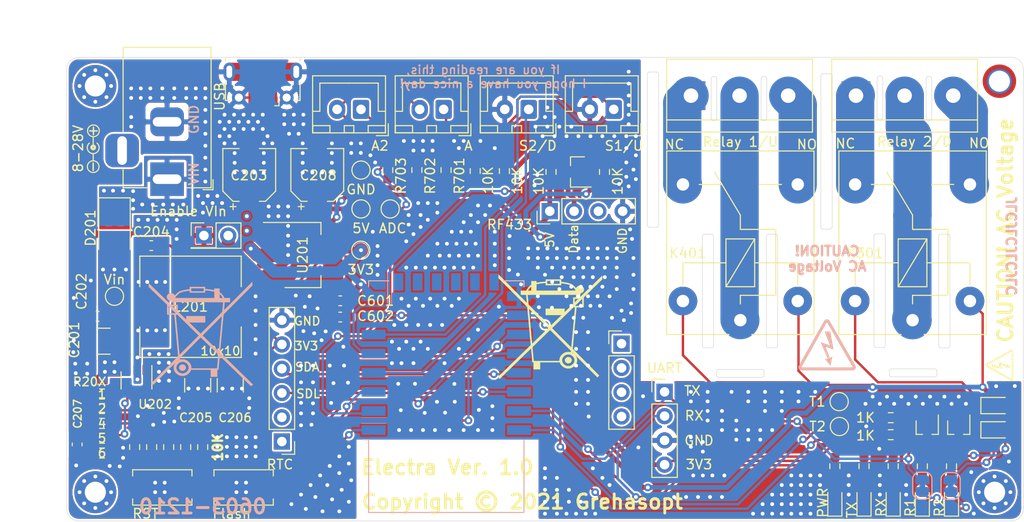
<source format=kicad_pcb>
(kicad_pcb (version 20171130) (host pcbnew 5.1.9-73d0e3b20d~88~ubuntu18.04.1)
  (title_block (date 2021-03-25) (rev 1))
  (layers (0 F.Cu signal) (31 B.Cu signal) (34 B.Paste user) (35 F.Paste user) (36 B.SilkS user) (37 F.SilkS user) (38 B.Mask user) (39 F.Mask user) (44 Edge.Cuts user))
  (net 0 "")
  (net 1 "Net-(C201-Pad1)")
  (net 2 GND)
  (net 3 +3V3)
  (net 4 "Net-(C204-Pad1)")
  (net 5 "Net-(C204-Pad2)")
  (net 6 "Net-(C205-Pad2)")
  (net 7 "Net-(C207-Pad2)")
  (net 8 "Net-(C207-Pad1)")
  (net 9 +5V)
  (net 10 +VDC)
  (net 11 "Net-(D202-Pad2)")
  (net 12 "Net-(D301-Pad1)")
  (net 13 "Net-(D301-Pad2)")
  (net 14 "Net-(D302-Pad1)")
  (net 15 "Net-(D401-Pad2)")
  (net 16 "Net-(D401-Pad1)")
  (net 17 "Net-(D402-Pad1)")
  (net 18 "Net-(D601-Pad2)")
  (net 19 "Net-(D602-Pad2)")
  (net 20 "Net-(J101-Pad1)")
  (net 21 "Net-(J101-Pad2)")
  (net 22 /L-SDL)
  (net 23 /L-SDA)
  (net 24 /RX)
  (net 25 /TX)
  (net 26 "Net-(J202-Pad2)")
  (net 27 "Net-(J202-Pad4)")
  (net 28 "Net-(J202-Pad3)")
  (net 29 /Relay2/Relay-Normal-Close)
  (net 30 /Relay2/Relay-Common)
  (net 31 /Relay2/Relay-Normal-Open)
  (net 32 /Relay1/Relay-Normal-Open)
  (net 33 /Relay1/Relay-Common)
  (net 34 /Relay1/Relay-Normal-Close)
  (net 35 /Switch1)
  (net 36 /Switch2)
  (net 37 /ESP8266/ADC)
  (net 38 "Net-(J701-Pad1)")
  (net 39 "Net-(J702-Pad1)")
  (net 40 "Net-(J801-Pad2)")
  (net 41 "Net-(J801-Pad3)")
  (net 42 "Net-(Q301-Pad2)")
  (net 43 "Net-(Q401-Pad2)")
  (net 44 /ESP8266/GPIO14)
  (net 45 "Net-(R201-Pad2)")
  (net 46 /Relay2)
  (net 47 /Relay1)
  (net 48 /ESP8266/GPIO0)
  (net 49 /ESP8266/~RST)
  (net 50 "Net-(R603-Pad2)")
  (net 51 /ESP8266/GPIO2)
  (net 52 "Net-(U601-Pad9)")
  (net 53 "Net-(U601-Pad10)")
  (net 54 "Net-(U601-Pad11)")
  (net 55 /ESP8266/GPIO10)
  (net 56 "Net-(U601-Pad13)")
  (net 57 "Net-(U601-Pad14)")
  (module Custom:Electricity-Causion-6.1mmX6.1mm-logo (layer B.Cu) (at 177 100.575 180)
    (fp_text reference G*** hide)
    (fp_text value LOGO hide)
  )
  (module Custom:Recycle-electronics-10mmx10mm-logo (layer B.Cu) (at 111.525 99.45 180)
    (fp_text reference G*** hide)
    (fp_text value LOGO hide)
  )
  (module Custom:Recycle-electronics-10mmx10mm-logo (layer F.Cu) (at 148.025 98.675)
    (fp_text reference G*** hide)
    (fp_text value LOGO hide)
  )
  (module Custom:Electricity-Causion-3mmX3mm (layer F.Cu) (at 195 102.725 90)
    (fp_text reference G*** hide)
    (fp_text value LOGO hide)
  )
  (module Connector_JST:JST_XH_B2B-XH-A_1x02_P2.50mm_Vertical (layer F.Cu) (at 128.27 75.946 180)
    (fp_text reference J702 hide)
    (fp_text value A2 (at -1.98 -3.804) (layer F.SilkS))
    (pad 2 thru_hole oval (at 2.5 0 180) (size 1.7 2) (drill 1) (layers *.Cu *.Mask) (net 37 /ESP8266/ADC))
    (pad 1 thru_hole roundrect (at 0 0 180) (size 1.7 2) (drill 1) (layers *.Cu *.Mask) (roundrect_rratio 0.1470588235294118) (net 39 "Net-(J702-Pad1)"))
  )
  (module Resistor_SMD:R_0603_1608Metric_Pad0.98x0.95mm_HandSolder (layer F.Cu) (at 101.2 111.9)
    (fp_text reference R206 hide)
    (fp_text value 13.3K hide)
    (fp_text user 6 (at 0 0) (layer F.SilkS) (effects (font (size 0.9 0.9))))
    (pad 1 smd roundrect (at -0.9125 0) (size 0.975 0.95) (layers F.Cu F.Paste F.Mask) (net 8 "Net-(C207-Pad1)"))
    (pad 2 smd roundrect (at 0.9125 0) (size 0.975 0.95) (layers F.Cu F.Paste F.Mask) (net 2 GND))
  )
  (module Resistor_SMD:R_0603_1608Metric_Pad0.98x0.95mm_HandSolder (layer F.Cu) (at 101.2 110.35)
    (fp_text reference R205 hide)
    (fp_text value 100K hide)
    (fp_text user 5 (at 0 0) (layer F.SilkS) (effects (font (size 0.9 0.9))))
    (pad 2 smd roundrect (at 0.9125 0) (size 0.975 0.95) (layers F.Cu F.Paste F.Mask) (net 8 "Net-(C207-Pad1)"))
    (pad 1 smd roundrect (at -0.9125 0) (size 0.975 0.95) (layers F.Cu F.Paste F.Mask) (net 7 "Net-(C207-Pad2)"))
  )
  (module Resistor_SMD:R_0603_1608Metric_Pad0.98x0.95mm_HandSolder (layer F.Cu) (at 101.2 108.8 180)
    (fp_text reference R204 hide)
    (fp_text value 49.9 hide)
    (fp_text user 4 (at 0 0 180) (layer F.SilkS) (effects (font (size 0.9 0.9))))
    (pad 2 smd roundrect (at 0.9125 0 180) (size 0.975 0.95) (layers F.Cu F.Paste F.Mask) (net 7 "Net-(C207-Pad2)"))
    (pad 1 smd roundrect (at -0.9125 0 180) (size 0.975 0.95) (layers F.Cu F.Paste F.Mask) (net 6 "Net-(C205-Pad2)"))
  )
  (module Resistor_SMD:R_0603_1608Metric_Pad0.98x0.95mm_HandSolder (layer F.Cu) (at 101.2 107.25 180)
    (fp_text reference R202 hide)
    (fp_text value 105K hide)
    (fp_text user 2 (at 0 0 180) (layer F.SilkS) (effects (font (size 0.9 0.9))))
    (pad 2 smd roundrect (at 0.9125 0 180) (size 0.975 0.95) (layers F.Cu F.Paste F.Mask) (net 2 GND))
    (pad 1 smd roundrect (at -0.9125 0 180) (size 0.975 0.95) (layers F.Cu F.Paste F.Mask) (net 45 "Net-(R201-Pad2)"))
  )
  (module Resistor_SMD:R_0603_1608Metric_Pad0.98x0.95mm_HandSolder (layer F.Cu) (at 101.2 105.725)
    (fp_text reference R201 hide)
    (fp_text value 511K hide)
    (fp_text user 1 (at 0 0) (layer F.SilkS) (effects (font (size 0.9 0.9))))
    (pad 2 smd roundrect (at 0.9125 0) (size 0.975 0.95) (layers F.Cu F.Paste F.Mask) (net 45 "Net-(R201-Pad2)"))
    (pad 1 smd roundrect (at -0.9125 0) (size 0.975 0.95) (layers F.Cu F.Paste F.Mask) (net 1 "Net-(C201-Pad1)"))
  )
  (module MountingHole:MountingHole_2.2mm_M2_ISO7380_Pad_TopOnly (layer F.Cu) (at 195 73)
    (fp_text reference REF** hide)
    (fp_text value MountingHole_2.2mm_M2_ISO7380_Pad_TopOnly hide)
    (pad 1 connect circle (at 0 0) (size 3.5 3.5) (layers F.Cu F.Mask))
    (pad 1 thru_hole circle (at 0 0) (size 2.6 2.6) (drill 2.2) (layers *.Cu *.Mask))
  )
  (module Relay_THT:Relay_SPDT_Finder_36.11 (layer F.Cu) (at 185.92 98 90)
    (fp_text reference K301 (at 7 -5 180) (layer F.SilkS))
    (fp_text value FINDER-36.11 hide)
    (pad 11 thru_hole circle (at 0 0 90) (size 3 3) (drill 1.3) (layers *.Cu *.Mask) (net 30 /Relay2/Relay-Common))
    (pad A2 thru_hole circle (at 2 -6 90) (size 3 3) (drill 1.3) (layers *.Cu *.Mask) (net 14 "Net-(D302-Pad1)"))
    (pad 12 thru_hole circle (at 14.2 -6 90) (size 3 3) (drill 1.3) (layers *.Cu *.Mask) (net 29 /Relay2/Relay-Normal-Close))
    (pad 14 thru_hole circle (at 14.2 6 90) (size 3 3) (drill 1.3) (layers *.Cu *.Mask) (net 31 /Relay2/Relay-Normal-Open))
    (pad A1 thru_hole circle (at 2 6 90) (size 3 3) (drill 1.3) (layers *.Cu *.Mask) (net 9 +5V))
  )
  (module Connector_PinHeader_2.54mm:PinHeader_1x04_P2.54mm_Vertical (layer F.Cu) (at 148 86.6 90)
    (fp_text reference J801 hide)
    (fp_text value RF433 (at -1.4 -4.2 180) (layer F.SilkS))
    (pad 1 thru_hole rect (at 0 0 90) (size 1.7 1.7) (drill 1) (layers *.Cu *.Mask) (net 9 +5V))
    (pad 2 thru_hole oval (at 0 2.54 90) (size 1.7 1.7) (drill 1) (layers *.Cu *.Mask) (net 40 "Net-(J801-Pad2)"))
    (pad 3 thru_hole oval (at 0 5.08 90) (size 1.7 1.7) (drill 1) (layers *.Cu *.Mask) (net 41 "Net-(J801-Pad3)"))
    (pad 4 thru_hole oval (at 0 7.62 90) (size 1.7 1.7) (drill 1) (layers *.Cu *.Mask) (net 2 GND))
  )
  (module Relay_THT:Relay_SPDT_Finder_36.11 (layer F.Cu) (at 167.92 98 90)
    (fp_text reference K401 (at 7 -5.5) (layer F.SilkS))
    (fp_text value FINDER-36.11 hide)
    (pad A1 thru_hole circle (at 2 6 90) (size 3 3) (drill 1.3) (layers *.Cu *.Mask) (net 9 +5V))
    (pad 14 thru_hole circle (at 14.2 6 90) (size 3 3) (drill 1.3) (layers *.Cu *.Mask) (net 32 /Relay1/Relay-Normal-Open))
    (pad 12 thru_hole circle (at 14.2 -6 90) (size 3 3) (drill 1.3) (layers *.Cu *.Mask) (net 34 /Relay1/Relay-Normal-Close))
    (pad A2 thru_hole circle (at 2 -6 90) (size 3 3) (drill 1.3) (layers *.Cu *.Mask) (net 17 "Net-(D402-Pad1)"))
    (pad 11 thru_hole circle (at 0 0 90) (size 3 3) (drill 1.3) (layers *.Cu *.Mask) (net 33 /Relay1/Relay-Common))
  )
  (module Connector_PinHeader_2.54mm:PinHeader_1x04_P2.54mm_Vertical (layer F.Cu) (at 155.5 100.46)
    (fp_text reference REF** hide)
    (fp_text value PinHeader_1x04_P2.54mm_Vertical hide)
    (pad 4 thru_hole oval (at 0 7.62) (size 1.7 1.7) (drill 1) (layers *.Cu *.Mask))
    (pad 3 thru_hole oval (at 0 5.08) (size 1.7 1.7) (drill 1) (layers *.Cu *.Mask))
    (pad 2 thru_hole oval (at 0 2.54) (size 1.7 1.7) (drill 1) (layers *.Cu *.Mask))
    (pad 1 thru_hole rect (at 0 0) (size 1.7 1.7) (drill 1) (layers *.Cu *.Mask))
  )
  (module Connector_JST:JST_XH_B2B-XH-A_1x02_P2.50mm_Vertical (layer F.Cu) (at 154.686 75.946 180)
    (fp_text reference J501 hide)
    (fp_text value S1/U (at -1.064 -3.81) (layer F.SilkS))
    (pad 2 thru_hole oval (at 2.5 0 180) (size 1.7 2) (drill 1) (layers *.Cu *.Mask) (net 2 GND))
    (pad 1 thru_hole roundrect (at 0 0 180) (size 1.7 2) (drill 1) (layers *.Cu *.Mask) (roundrect_rratio 0.1470588235294118) (net 35 /Switch1))
  )
  (module Resistor_SMD:R_0603_1608Metric_Pad0.98x0.95mm_HandSolder (layer F.Cu) (at 177.8 113.284 90)
    (fp_text reference R203 hide)
    (fp_text value 80 hide)
    (pad 2 smd roundrect (at 0.9125 0 90) (size 0.975 0.95) (layers F.Cu F.Paste F.Mask) (net 3 +3V3))
    (pad 1 smd roundrect (at -0.9125 0 90) (size 0.975 0.95) (layers F.Cu F.Paste F.Mask) (net 11 "Net-(D202-Pad2)"))
  )
  (module Capacitor_SMD:CP_Elec_5x5.4 (layer F.Cu) (at 116.586 82.804 90)
    (fp_text reference C203 (at -0.046 -0.036 180) (layer F.SilkS))
    (fp_text value 100uF hide)
    (pad 2 smd roundrect (at 2.2 0 90) (size 3 1.6) (layers F.Cu F.Paste F.Mask) (roundrect_rratio 0.15625) (net 2 GND))
    (pad 1 smd roundrect (at -2.2 0 90) (size 3 1.6) (layers F.Cu F.Paste F.Mask) (roundrect_rratio 0.15625) (net 3 +3V3))
  )
  (module Inductor_SMD:L_10.4x10.4_H4.8 (layer F.Cu) (at 110.45 96.6)
    (fp_text reference L201 (at 0 0) (layer F.SilkS))
    (fp_text value 15uH hide)
    (pad 1 smd rect (at -4.15 0) (size 2.7 3.6) (layers F.Cu F.Paste F.Mask) (net 4 "Net-(C204-Pad1)"))
    (pad 2 smd rect (at 4.15 0) (size 2.7 3.6) (layers F.Cu F.Paste F.Mask) (net 6 "Net-(C205-Pad2)"))
  )
  (module MountingHole:MountingHole_2.2mm_M2_Pad_Via (layer F.Cu) (at 100.5 73.5)
    (fp_text reference REF** hide)
    (fp_text value MountingHole_2.2mm_M2_Pad_Via hide)
    (pad 1 thru_hole circle (at 0 0) (size 4.4 4.4) (drill 2.2) (layers *.Cu *.Mask))
    (pad 1 thru_hole circle (at 1.65 0) (size 0.7 0.7) (drill 0.4) (layers *.Cu *.Mask))
    (pad 1 thru_hole circle (at 1.166726 1.166726) (size 0.7 0.7) (drill 0.4) (layers *.Cu *.Mask))
    (pad 1 thru_hole circle (at 0 1.65) (size 0.7 0.7) (drill 0.4) (layers *.Cu *.Mask))
    (pad 1 thru_hole circle (at -1.166726 1.166726) (size 0.7 0.7) (drill 0.4) (layers *.Cu *.Mask))
    (pad 1 thru_hole circle (at -1.65 0) (size 0.7 0.7) (drill 0.4) (layers *.Cu *.Mask))
    (pad 1 thru_hole circle (at -1.166726 -1.166726) (size 0.7 0.7) (drill 0.4) (layers *.Cu *.Mask))
    (pad 1 thru_hole circle (at 0 -1.65) (size 0.7 0.7) (drill 0.4) (layers *.Cu *.Mask))
    (pad 1 thru_hole circle (at 1.166726 -1.166726) (size 0.7 0.7) (drill 0.4) (layers *.Cu *.Mask))
  )
  (module MountingHole:MountingHole_2.2mm_M2_Pad_Via (layer F.Cu) (at 100.5 116)
    (fp_text reference REF** hide)
    (fp_text value MountingHole_2.2mm_M2_Pad_Via hide)
    (pad 1 thru_hole circle (at 1.166726 -1.166726) (size 0.7 0.7) (drill 0.4) (layers *.Cu *.Mask))
    (pad 1 thru_hole circle (at 0 -1.65) (size 0.7 0.7) (drill 0.4) (layers *.Cu *.Mask))
    (pad 1 thru_hole circle (at -1.166726 -1.166726) (size 0.7 0.7) (drill 0.4) (layers *.Cu *.Mask))
    (pad 1 thru_hole circle (at -1.65 0) (size 0.7 0.7) (drill 0.4) (layers *.Cu *.Mask))
    (pad 1 thru_hole circle (at -1.166726 1.166726) (size 0.7 0.7) (drill 0.4) (layers *.Cu *.Mask))
    (pad 1 thru_hole circle (at 0 1.65) (size 0.7 0.7) (drill 0.4) (layers *.Cu *.Mask))
    (pad 1 thru_hole circle (at 1.166726 1.166726) (size 0.7 0.7) (drill 0.4) (layers *.Cu *.Mask))
    (pad 1 thru_hole circle (at 1.65 0) (size 0.7 0.7) (drill 0.4) (layers *.Cu *.Mask))
    (pad 1 thru_hole circle (at 0 0) (size 4.4 4.4) (drill 2.2) (layers *.Cu *.Mask))
  )
  (module MountingHole:MountingHole_2.2mm_M2_Pad_Via (layer F.Cu) (at 194.5 116)
    (fp_text reference REF** hide)
    (fp_text value MountingHole_2.2mm_M2_Pad_Via hide)
    (pad 1 thru_hole circle (at 0 0) (size 4.4 4.4) (drill 2.2) (layers *.Cu *.Mask))
    (pad 1 thru_hole circle (at 1.65 0) (size 0.7 0.7) (drill 0.4) (layers *.Cu *.Mask))
    (pad 1 thru_hole circle (at 1.166726 1.166726) (size 0.7 0.7) (drill 0.4) (layers *.Cu *.Mask))
    (pad 1 thru_hole circle (at 0 1.65) (size 0.7 0.7) (drill 0.4) (layers *.Cu *.Mask))
    (pad 1 thru_hole circle (at -1.166726 1.166726) (size 0.7 0.7) (drill 0.4) (layers *.Cu *.Mask))
    (pad 1 thru_hole circle (at -1.65 0) (size 0.7 0.7) (drill 0.4) (layers *.Cu *.Mask))
    (pad 1 thru_hole circle (at -1.166726 -1.166726) (size 0.7 0.7) (drill 0.4) (layers *.Cu *.Mask))
    (pad 1 thru_hole circle (at 0 -1.65) (size 0.7 0.7) (drill 0.4) (layers *.Cu *.Mask))
    (pad 1 thru_hole circle (at 1.166726 -1.166726) (size 0.7 0.7) (drill 0.4) (layers *.Cu *.Mask))
  )
  (module TerminalBlock:TerminalBlock_bornier-3_P5.08mm (layer F.Cu) (at 162.76 74.51)
    (fp_text reference J401 hide)
    (fp_text value "Relay 1/U" (at 5.165 4.84) (layer F.SilkS))
    (pad 3 thru_hole circle (at 10.16 0) (size 3 3) (drill 1.52) (layers *.Cu *.Mask) (net 32 /Relay1/Relay-Normal-Open))
    (pad 2 thru_hole circle (at 5.08 0) (size 3 3) (drill 1.52) (layers *.Cu *.Mask) (net 33 /Relay1/Relay-Common))
    (pad 1 thru_hole rect (at 0 0) (size 3 3) (drill 1.52) (layers *.Cu *.Mask) (net 34 /Relay1/Relay-Normal-Close))
  )
  (module Capacitor_SMD:C_1210_3225Metric_Pad1.33x2.70mm_HandSolder (layer F.Cu) (at 101.3375 100.2 180)
    (fp_text reference C201 (at 3.0395 0.124 270) (layer F.SilkS))
    (fp_text value 10uF hide)
    (pad 2 smd roundrect (at 1.5625 0 180) (size 1.325 2.7) (layers F.Cu F.Paste F.Mask) (roundrect_rratio 0.1886784905660377) (net 2 GND))
    (pad 1 smd roundrect (at -1.5625 0 180) (size 1.325 2.7) (layers F.Cu F.Paste F.Mask) (roundrect_rratio 0.1886784905660377) (net 1 "Net-(C201-Pad1)"))
  )
  (module Capacitor_SMD:C_0603_1608Metric_Pad1.08x0.95mm_HandSolder (layer F.Cu) (at 100.7375 97.6 180)
    (fp_text reference C202 (at 1.6775 2.604 270) (layer F.SilkS))
    (fp_text value 0.1uF hide)
    (pad 2 smd roundrect (at 0.8625 0 180) (size 1.075 0.95) (layers F.Cu F.Paste F.Mask) (net 2 GND))
    (pad 1 smd roundrect (at -0.8625 0 180) (size 1.075 0.95) (layers F.Cu F.Paste F.Mask) (net 1 "Net-(C201-Pad1)"))
  )
  (module Capacitor_SMD:C_0603_1608Metric_Pad1.08x0.95mm_HandSolder (layer F.Cu) (at 106.35 90.2)
    (fp_text reference C204 (at 0 -1.43) (layer F.SilkS))
    (fp_text value 0.1uF hide)
    (pad 1 smd roundrect (at -0.8625 0) (size 1.075 0.95) (layers F.Cu F.Paste F.Mask) (net 4 "Net-(C204-Pad1)"))
    (pad 2 smd roundrect (at 0.8625 0) (size 1.075 0.95) (layers F.Cu F.Paste F.Mask) (net 5 "Net-(C204-Pad2)"))
  )
  (module Capacitor_SMD:C_1210_3225Metric_Pad1.33x2.70mm_HandSolder (layer F.Cu) (at 111.2 104.8125 90)
    (fp_text reference C205 (at -3.3875 -0.2) (layer F.SilkS) (effects (font (size 0.9 0.9))))
    (fp_text value 22uF hide)
    (pad 1 smd roundrect (at -1.5625 0 90) (size 1.325 2.7) (layers F.Cu F.Paste F.Mask) (roundrect_rratio 0.1886784905660377) (net 2 GND))
    (pad 2 smd roundrect (at 1.5625 0 90) (size 1.325 2.7) (layers F.Cu F.Paste F.Mask) (roundrect_rratio 0.1886784905660377) (net 6 "Net-(C205-Pad2)"))
  )
  (module Capacitor_SMD:C_1210_3225Metric_Pad1.33x2.70mm_HandSolder (layer F.Cu) (at 114.6 104.8125 90)
    (fp_text reference C206 (at -3.3875 0.5) (layer F.SilkS) (effects (font (size 0.9 0.9))))
    (fp_text value 22uF hide)
    (pad 2 smd roundrect (at 1.5625 0 90) (size 1.325 2.7) (layers F.Cu F.Paste F.Mask) (roundrect_rratio 0.1886784905660377) (net 6 "Net-(C205-Pad2)"))
    (pad 1 smd roundrect (at -1.5625 0 90) (size 1.325 2.7) (layers F.Cu F.Paste F.Mask) (roundrect_rratio 0.1886784905660377) (net 2 GND))
  )
  (module Capacitor_SMD:C_0603_1608Metric_Pad1.08x0.95mm_HandSolder (layer F.Cu) (at 98.6 111 90)
    (fp_text reference C207 (at 3.2 0.05 90) (layer F.SilkS) (effects (font (size 0.8 0.8))))
    (fp_text value 75pF hide)
    (pad 1 smd roundrect (at -0.8625 0 90) (size 1.075 0.95) (layers F.Cu F.Paste F.Mask) (net 8 "Net-(C207-Pad1)"))
    (pad 2 smd roundrect (at 0.8625 0 90) (size 1.075 0.95) (layers F.Cu F.Paste F.Mask) (net 7 "Net-(C207-Pad2)"))
  )
  (module Capacitor_SMD:CP_Elec_5x5.4 (layer F.Cu) (at 123.698 82.804 90)
    (fp_text reference C208 (at -0.046 0.102 180) (layer F.SilkS))
    (fp_text value 100uF hide)
    (pad 1 smd roundrect (at -2.2 0 90) (size 3 1.6) (layers F.Cu F.Paste F.Mask) (roundrect_rratio 0.15625) (net 9 +5V))
    (pad 2 smd roundrect (at 2.2 0 90) (size 3 1.6) (layers F.Cu F.Paste F.Mask) (roundrect_rratio 0.15625) (net 2 GND))
  )
  (module Capacitor_SMD:C_0603_1608Metric_Pad1.08x0.95mm_HandSolder (layer F.Cu) (at 126.1 95.975 180)
    (fp_text reference C601 (at -3.7 0) (layer F.SilkS))
    (fp_text value 0.1uF hide)
    (pad 1 smd roundrect (at -0.8625 0 180) (size 1.075 0.95) (layers F.Cu F.Paste F.Mask) (net 3 +3V3))
    (pad 2 smd roundrect (at 0.8625 0 180) (size 1.075 0.95) (layers F.Cu F.Paste F.Mask) (net 2 GND))
  )
  (module Capacitor_SMD:C_0603_1608Metric_Pad1.08x0.95mm_HandSolder (layer F.Cu) (at 126.1 97.675 180)
    (fp_text reference C602 (at -3.7 0.1) (layer F.SilkS))
    (fp_text value 47uF hide)
    (pad 2 smd roundrect (at 0.8625 0 180) (size 1.075 0.95) (layers F.Cu F.Paste F.Mask) (net 2 GND))
    (pad 1 smd roundrect (at -0.8625 0 180) (size 1.075 0.95) (layers F.Cu F.Paste F.Mask) (net 3 +3V3))
  )
  (module Diode_SMD:D_SMA (layer F.Cu) (at 102.5 88.6 270)
    (fp_text reference D201 (at -0.25 2.5 90) (layer F.SilkS))
    (fp_text value DIODE hide)
    (pad 1 smd rect (at -2 0 270) (size 2.5 1.8) (layers F.Cu F.Paste F.Mask) (net 10 +VDC))
    (pad 2 smd rect (at 2 0 270) (size 2.5 1.8) (layers F.Cu F.Paste F.Mask) (net 1 "Net-(C201-Pad1)"))
  )
  (module LED_SMD:LED_0603_1608Metric_Pad1.05x0.95mm_HandSolder (layer F.Cu) (at 177.8 116.84 90)
    (fp_text reference D202 hide)
    (fp_text value PWR (at -0.254 -1.27 270) (layer F.SilkS))
    (pad 1 smd roundrect (at -0.875 0 90) (size 1.05 0.95) (layers F.Cu F.Paste F.Mask) (net 2 GND))
    (pad 2 smd roundrect (at 0.875 0 90) (size 1.05 0.95) (layers F.Cu F.Paste F.Mask) (net 11 "Net-(D202-Pad2)"))
  )
  (module LED_SMD:LED_0603_1608Metric_Pad1.05x0.95mm_HandSolder (layer F.Cu) (at 189.992 116.84 90)
    (fp_text reference D301 hide)
    (fp_text value R2 (at -0.762 -1.27 270) (layer F.SilkS))
    (pad 2 smd roundrect (at 0.875 0 90) (size 1.05 0.95) (layers F.Cu F.Paste F.Mask) (net 13 "Net-(D301-Pad2)"))
    (pad 1 smd roundrect (at -0.875 0 90) (size 1.05 0.95) (layers F.Cu F.Paste F.Mask) (net 12 "Net-(D301-Pad1)"))
  )
  (module Diode_SMD:D_SOD-323 (layer F.Cu) (at 194.564 106.934)
    (fp_text reference D302 hide)
    (fp_text value 200mA hide)
    (pad 2 smd rect (at 1.05 0) (size 0.6 0.45) (layers F.Cu F.Paste F.Mask) (net 9 +5V))
    (pad 1 smd rect (at -1.05 0) (size 0.6 0.45) (layers F.Cu F.Paste F.Mask) (net 14 "Net-(D302-Pad1)"))
  )
  (module LED_SMD:LED_0603_1608Metric_Pad1.05x0.95mm_HandSolder (layer F.Cu) (at 186.944 116.84 90)
    (fp_text reference D401 hide)
    (fp_text value R1 (at -0.762 -1.27 270) (layer F.SilkS))
    (pad 1 smd roundrect (at -0.875 0 90) (size 1.05 0.95) (layers F.Cu F.Paste F.Mask) (net 16 "Net-(D401-Pad1)"))
    (pad 2 smd roundrect (at 0.875 0 90) (size 1.05 0.95) (layers F.Cu F.Paste F.Mask) (net 15 "Net-(D401-Pad2)"))
  )
  (module Diode_SMD:D_SOD-323 (layer F.Cu) (at 194.564 109.474)
    (fp_text reference D402 hide)
    (fp_text value 200mA hide)
    (pad 1 smd rect (at -1.05 0) (size 0.6 0.45) (layers F.Cu F.Paste F.Mask) (net 17 "Net-(D402-Pad1)"))
    (pad 2 smd rect (at 1.05 0) (size 0.6 0.45) (layers F.Cu F.Paste F.Mask) (net 9 +5V))
  )
  (module LED_SMD:LED_0603_1608Metric_Pad1.05x0.95mm_HandSolder (layer F.Cu) (at 180.848 116.84 90)
    (fp_text reference D601 hide)
    (fp_text value TX (at -1.016 -1.27 270) (layer F.SilkS))
    (pad 1 smd roundrect (at -0.875 0 90) (size 1.05 0.95) (layers F.Cu F.Paste F.Mask) (net 2 GND))
    (pad 2 smd roundrect (at 0.875 0 90) (size 1.05 0.95) (layers F.Cu F.Paste F.Mask) (net 18 "Net-(D601-Pad2)"))
  )
  (module LED_SMD:LED_0603_1608Metric_Pad1.05x0.95mm_HandSolder (layer F.Cu) (at 183.896 116.84 90)
    (fp_text reference D602 hide)
    (fp_text value RX (at -0.762 -1.27 270) (layer F.SilkS))
    (pad 2 smd roundrect (at 0.875 0 90) (size 1.05 0.95) (layers F.Cu F.Paste F.Mask) (net 19 "Net-(D602-Pad2)"))
    (pad 1 smd roundrect (at -0.875 0 90) (size 1.05 0.95) (layers F.Cu F.Paste F.Mask) (net 2 GND))
  )
  (module Connector_PinHeader_2.54mm:PinHeader_1x06_P2.54mm_Vertical (layer F.Cu) (at 120 110.7 180)
    (fp_text reference J101 hide)
    (fp_text value RTC (at 0.2 -2.4) (layer F.SilkS))
    (pad 1 thru_hole rect (at 0 0 180) (size 1.7 1.7) (drill 1) (layers *.Cu *.Mask) (net 20 "Net-(J101-Pad1)"))
    (pad 2 thru_hole oval (at 0 2.54 180) (size 1.7 1.7) (drill 1) (layers *.Cu *.Mask) (net 21 "Net-(J101-Pad2)"))
    (pad 3 thru_hole oval (at 0 5.08 180) (size 1.7 1.7) (drill 1) (layers *.Cu *.Mask) (net 22 /L-SDL))
    (pad 4 thru_hole oval (at 0 7.62 180) (size 1.7 1.7) (drill 1) (layers *.Cu *.Mask) (net 23 /L-SDA))
    (pad 5 thru_hole oval (at 0 10.16 180) (size 1.7 1.7) (drill 1) (layers *.Cu *.Mask) (net 3 +3V3))
    (pad 6 thru_hole oval (at 0 12.7 180) (size 1.7 1.7) (drill 1) (layers *.Cu *.Mask) (net 2 GND))
  )
  (module Connector_PinHeader_2.54mm:PinHeader_1x04_P2.54mm_Vertical (layer F.Cu) (at 160 105.5)
    (fp_text reference J102 hide)
    (fp_text value UART (at 0 -2.5) (layer F.SilkS))
    (pad 4 thru_hole oval (at 0 7.62) (size 1.7 1.7) (drill 1) (layers *.Cu *.Mask) (net 3 +3V3))
    (pad 3 thru_hole oval (at 0 5.08) (size 1.7 1.7) (drill 1) (layers *.Cu *.Mask) (net 2 GND))
    (pad 2 thru_hole oval (at 0 2.54) (size 1.7 1.7) (drill 1) (layers *.Cu *.Mask) (net 24 /RX))
    (pad 1 thru_hole rect (at 0 0) (size 1.7 1.7) (drill 1) (layers *.Cu *.Mask) (net 25 /TX))
  )
  (module Connector_BarrelJack:BarrelJack_Horizontal (layer F.Cu) (at 108 83.25 270)
    (fp_text reference J201 hide)
    (fp_text value 8-28V (at -3.2 9.3 90) (layer F.SilkS))
    (pad 1 thru_hole rect (at 0 0 270) (size 3.5 3.5) (drill oval 1 3) (layers *.Cu *.Mask) (net 10 +VDC))
    (pad 2 thru_hole roundrect (at -6 0 270) (size 3 3.5) (drill oval 1 3) (layers *.Cu *.Mask) (net 2 GND))
    (pad 3 thru_hole roundrect (at -3 4.7 270) (size 3.5 3.5) (drill oval 3 1) (layers *.Cu *.Mask))
  )
  (module Connector_USB:USB_Micro-B_Molex-105017-0001 (layer F.Cu) (at 118 73.25 180)
    (fp_text reference J202 hide)
    (fp_text value USB (at 4.5 -1.35 90) (layer F.SilkS))
    (pad 6 smd rect (at 1 1.2375 180) (size 1.5 1.9) (layers F.Cu F.Paste F.Mask) (net 2 GND))
    (pad 6 thru_hole circle (at -2.5 -1.4625 180) (size 1.45 1.45) (drill 0.85) (layers *.Cu *.Mask) (net 2 GND))
    (pad 2 smd rect (at -0.65 -1.4625 180) (size 0.4 1.35) (layers F.Cu F.Paste F.Mask) (net 26 "Net-(J202-Pad2)"))
    (pad 1 smd rect (at -1.3 -1.4625 180) (size 0.4 1.35) (layers F.Cu F.Paste F.Mask) (net 9 +5V))
    (pad 5 smd rect (at 1.3 -1.4625 180) (size 0.4 1.35) (layers F.Cu F.Paste F.Mask) (net 2 GND))
    (pad 4 smd rect (at 0.65 -1.4625 180) (size 0.4 1.35) (layers F.Cu F.Paste F.Mask) (net 27 "Net-(J202-Pad4)"))
    (pad 3 smd rect (at 0 -1.4625 180) (size 0.4 1.35) (layers F.Cu F.Paste F.Mask) (net 28 "Net-(J202-Pad3)"))
    (pad 6 thru_hole circle (at 2.5 -1.4625 180) (size 1.45 1.45) (drill 0.85) (layers *.Cu *.Mask) (net 2 GND))
    (pad 6 smd rect (at -1 1.2375 180) (size 1.5 1.9) (layers F.Cu F.Paste F.Mask) (net 2 GND))
    (pad 6 thru_hole oval (at -3.5 1.2375) (size 1.2 1.9) (drill oval 0.6 1.3) (layers *.Cu *.Mask) (net 2 GND))
    (pad 6 thru_hole oval (at 3.5 1.2375 180) (size 1.2 1.9) (drill oval 0.6 1.3) (layers *.Cu *.Mask) (net 2 GND))
    (pad 6 smd rect (at 2.9 1.2375 180) (size 1.2 1.9) (layers F.Cu F.Mask) (net 2 GND))
    (pad 6 smd rect (at -2.9 1.2375 180) (size 1.2 1.9) (layers F.Cu F.Mask) (net 2 GND))
  )
  (module Connector_PinHeader_2.54mm:PinHeader_2x01_P2.54mm_Vertical (layer F.Cu) (at 111.85 89.15)
    (fp_text reference J203 hide)
    (fp_text value "Enable VIn" (at -1.614 -2.536) (layer F.SilkS))
    (pad 1 thru_hole rect (at 0 0) (size 1.7 1.7) (drill 1) (layers *.Cu *.Mask) (net 6 "Net-(C205-Pad2)"))
    (pad 2 thru_hole oval (at 2.54 0) (size 1.7 1.7) (drill 1) (layers *.Cu *.Mask) (net 9 +5V))
  )
  (module TerminalBlock:TerminalBlock_bornier-3_P5.08mm (layer F.Cu) (at 180.01 74.51)
    (fp_text reference J301 hide)
    (fp_text value "Relay 2/D" (at 6.09 4.815) (layer F.SilkS))
    (pad 1 thru_hole rect (at 0 0) (size 3 3) (drill 1.52) (layers *.Cu *.Mask) (net 29 /Relay2/Relay-Normal-Close))
    (pad 2 thru_hole circle (at 5.08 0) (size 3 3) (drill 1.52) (layers *.Cu *.Mask) (net 30 /Relay2/Relay-Common))
    (pad 3 thru_hole circle (at 10.16 0) (size 3 3) (drill 1.52) (layers *.Cu *.Mask) (net 31 /Relay2/Relay-Normal-Open))
  )
  (module Connector_JST:JST_XH_B2B-XH-A_1x02_P2.50mm_Vertical (layer F.Cu) (at 145.796 75.946 180)
    (fp_text reference J502 hide)
    (fp_text value S2/D (at -0.954 -3.804) (layer F.SilkS))
    (pad 1 thru_hole roundrect (at 0 0 180) (size 1.7 2) (drill 1) (layers *.Cu *.Mask) (roundrect_rratio 0.1470588235294118) (net 36 /Switch2))
    (pad 2 thru_hole oval (at 2.5 0 180) (size 1.7 2) (drill 1) (layers *.Cu *.Mask) (net 2 GND))
  )
  (module Connector_JST:JST_XH_B2B-XH-A_1x02_P2.50mm_Vertical (layer F.Cu) (at 136.906 75.946 180)
    (fp_text reference J701 hide)
    (fp_text value A (at -2.594 -3.804) (layer F.SilkS))
    (pad 1 thru_hole roundrect (at 0 0 180) (size 1.7 2) (drill 1) (layers *.Cu *.Mask) (roundrect_rratio 0.1470588235294118) (net 38 "Net-(J701-Pad1)"))
    (pad 2 thru_hole oval (at 2.5 0 180) (size 1.7 2) (drill 1) (layers *.Cu *.Mask) (net 37 /ESP8266/ADC))
  )
  (module Jumper:SolderJumper-2_P1.3mm_Bridged_RoundedPad1.0x1.5mm (layer B.Cu) (at 189.9 115.35 90)
    (fp_text reference JP301 hide)
    (fp_text value Jumper_NC_Small hide)
    (fp_poly (pts (xy 0.25 0.3) (xy -0.25 0.3) (xy -0.25 -0.3) (xy 0.25 -0.3)) (layer B.Cu) (width 0))
    (pad 2 smd custom (at 0.65 0 90) (size 1 0.5) (layers B.Cu B.Mask) (net 14 "Net-(D302-Pad1)") (options (clearance outline) (anchor rect)) (primitives (gr_circle (center 0 -0.25) (end 0.5 -0.25) (width 0)) (gr_circle (center 0 0.25) (end 0.5 0.25) (width 0)) (gr_poly (pts (xy 0 0.75) (xy -0.5 0.75) (xy -0.5 -0.75) (xy 0 -0.75)) (width 0))))
    (pad 1 smd custom (at -0.65 0 90) (size 1 0.5) (layers B.Cu B.Mask) (net 12 "Net-(D301-Pad1)") (options (clearance outline) (anchor rect)) (primitives (gr_circle (center 0 -0.25) (end 0.5 -0.25) (width 0)) (gr_circle (center 0 0.25) (end 0.5 0.25) (width 0)) (gr_poly (pts (xy 0 0.75) (xy 0.5 0.75) (xy 0.5 -0.75) (xy 0 -0.75)) (width 0))))
  )
  (module Jumper:SolderJumper-2_P1.3mm_Bridged_RoundedPad1.0x1.5mm (layer B.Cu) (at 186.944 115.316 90)
    (fp_text reference JP401 hide)
    (fp_text value Jumper_NC_Small hide)
    (fp_poly (pts (xy 0.25 0.3) (xy -0.25 0.3) (xy -0.25 -0.3) (xy 0.25 -0.3)) (layer B.Cu) (width 0))
    (pad 1 smd custom (at -0.65 0 90) (size 1 0.5) (layers B.Cu B.Mask) (net 16 "Net-(D401-Pad1)") (options (clearance outline) (anchor rect)) (primitives (gr_circle (center 0 -0.25) (end 0.5 -0.25) (width 0)) (gr_circle (center 0 0.25) (end 0.5 0.25) (width 0)) (gr_poly (pts (xy 0 0.75) (xy 0.5 0.75) (xy 0.5 -0.75) (xy 0 -0.75)) (width 0))))
    (pad 2 smd custom (at 0.65 0 90) (size 1 0.5) (layers B.Cu B.Mask) (net 17 "Net-(D402-Pad1)") (options (clearance outline) (anchor rect)) (primitives (gr_circle (center 0 -0.25) (end 0.5 -0.25) (width 0)) (gr_circle (center 0 0.25) (end 0.5 0.25) (width 0)) (gr_poly (pts (xy 0 0.75) (xy -0.5 0.75) (xy -0.5 -0.75) (xy 0 -0.75)) (width 0))))
  )
  (module Package_TO_SOT_SMD:SOT-323_SC-70 (layer F.Cu) (at 190.754 109.22 270)
    (fp_text reference Q301 hide)
    (fp_text value Q_NPN_EBC hide)
    (pad 1 smd rect (at -1 -0.65 180) (size 0.45 0.7) (layers F.Cu F.Paste F.Mask) (net 2 GND))
    (pad 2 smd rect (at -1 0.65 180) (size 0.45 0.7) (layers F.Cu F.Paste F.Mask) (net 42 "Net-(Q301-Pad2)"))
    (pad 3 smd rect (at 1 0 180) (size 0.45 0.7) (layers F.Cu F.Paste F.Mask) (net 14 "Net-(D302-Pad1)"))
  )
  (module Package_TO_SOT_SMD:SOT-323_SC-70 (layer F.Cu) (at 187.452 109.22 270)
    (fp_text reference Q401 hide)
    (fp_text value Q_NPN_EBC hide)
    (pad 3 smd rect (at 1 0 180) (size 0.45 0.7) (layers F.Cu F.Paste F.Mask) (net 17 "Net-(D402-Pad1)"))
    (pad 2 smd rect (at -1 0.65 180) (size 0.45 0.7) (layers F.Cu F.Paste F.Mask) (net 43 "Net-(Q401-Pad2)"))
    (pad 1 smd rect (at -1 -0.65 180) (size 0.45 0.7) (layers F.Cu F.Paste F.Mask) (net 2 GND))
  )
  (module Package_TO_SOT_SMD:SOT-23 (layer F.Cu) (at 150.926 82.49 180)
    (fp_text reference Q801 hide)
    (fp_text value BSS138 hide)
    (pad 1 smd rect (at -1 -0.95 180) (size 0.9 0.8) (layers F.Cu F.Paste F.Mask) (net 3 +3V3))
    (pad 2 smd rect (at -1 0.95 180) (size 0.9 0.8) (layers F.Cu F.Paste F.Mask) (net 44 /ESP8266/GPIO14))
    (pad 3 smd rect (at 1 0 180) (size 0.9 0.8) (layers F.Cu F.Paste F.Mask) (net 40 "Net-(J801-Pad2)"))
  )
  (module Resistor_SMD:R_0603_1608Metric_Pad0.98x0.95mm_HandSolder (layer F.Cu) (at 183.642 109.982 180)
    (fp_text reference R301 hide)
    (fp_text value 1K (at 2.642 -0.093 180) (layer F.SilkS))
    (pad 1 smd roundrect (at -0.9125 0 180) (size 0.975 0.95) (layers F.Cu F.Paste F.Mask) (net 42 "Net-(Q301-Pad2)"))
    (pad 2 smd roundrect (at 0.9125 0 180) (size 0.975 0.95) (layers F.Cu F.Paste F.Mask) (net 46 /Relay2))
  )
  (module Resistor_SMD:R_0603_1608Metric_Pad0.98x0.95mm_HandSolder (layer F.Cu) (at 189.992 113.284 270)
    (fp_text reference R302 hide)
    (fp_text value 150 hide)
    (pad 1 smd roundrect (at -0.9125 0 270) (size 0.975 0.95) (layers F.Cu F.Paste F.Mask) (net 9 +5V))
    (pad 2 smd roundrect (at 0.9125 0 270) (size 0.975 0.95) (layers F.Cu F.Paste F.Mask) (net 13 "Net-(D301-Pad2)"))
  )
  (module Resistor_SMD:R_0603_1608Metric_Pad0.98x0.95mm_HandSolder (layer F.Cu) (at 183.642 108.204 180)
    (fp_text reference R401 hide)
    (fp_text value 1K (at 2.642 0.004 180) (layer F.SilkS))
    (pad 2 smd roundrect (at 0.9125 0 180) (size 0.975 0.95) (layers F.Cu F.Paste F.Mask) (net 47 /Relay1))
    (pad 1 smd roundrect (at -0.9125 0 180) (size 0.975 0.95) (layers F.Cu F.Paste F.Mask) (net 43 "Net-(Q401-Pad2)"))
  )
  (module Resistor_SMD:R_0603_1608Metric_Pad0.98x0.95mm_HandSolder (layer F.Cu) (at 186.944 113.284 270)
    (fp_text reference R402 hide)
    (fp_text value 150 hide)
    (pad 2 smd roundrect (at 0.9125 0 270) (size 0.975 0.95) (layers F.Cu F.Paste F.Mask) (net 15 "Net-(D401-Pad2)"))
    (pad 1 smd roundrect (at -0.9125 0 270) (size 0.975 0.95) (layers F.Cu F.Paste F.Mask) (net 9 +5V))
  )
  (module Resistor_SMD:R_0603_1608Metric_Pad0.98x0.95mm_HandSolder (layer F.Cu) (at 140.208 82.3995 90)
    (fp_text reference R501 hide)
    (fp_text value 10K (at -0.9505 1.342 90) (layer F.SilkS))
    (pad 2 smd roundrect (at 0.9125 0 90) (size 0.975 0.95) (layers F.Cu F.Paste F.Mask) (net 35 /Switch1))
    (pad 1 smd roundrect (at -0.9125 0 90) (size 0.975 0.95) (layers F.Cu F.Paste F.Mask) (net 3 +3V3))
  )
  (module Resistor_SMD:R_0603_1608Metric_Pad0.98x0.95mm_HandSolder (layer F.Cu) (at 143.256 82.3995 90)
    (fp_text reference R502 hide)
    (fp_text value 10K (at -1.0005 1.344 90) (layer F.SilkS))
    (pad 1 smd roundrect (at -0.9125 0 90) (size 0.975 0.95) (layers F.Cu F.Paste F.Mask) (net 3 +3V3))
    (pad 2 smd roundrect (at 0.9125 0 90) (size 0.975 0.95) (layers F.Cu F.Paste F.Mask) (net 36 /Switch2))
  )
  (module Resistor_SMD:R_0603_1608Metric_Pad0.98x0.95mm_HandSolder (layer F.Cu) (at 106.388 111.274 90)
    (fp_text reference R601 hide)
    (fp_text value 10K hide)
    (pad 1 smd roundrect (at -0.9125 0 90) (size 0.975 0.95) (layers F.Cu F.Paste F.Mask) (net 48 /ESP8266/GPIO0))
    (pad 2 smd roundrect (at 0.9125 0 90) (size 0.975 0.95) (layers F.Cu F.Paste F.Mask) (net 3 +3V3))
  )
  (module Resistor_SMD:R_0603_1608Metric_Pad0.98x0.95mm_HandSolder (layer F.Cu) (at 104.61 111.274 90)
    (fp_text reference R602 hide)
    (fp_text value 10K hide)
    (pad 2 smd roundrect (at 0.9125 0 90) (size 0.975 0.95) (layers F.Cu F.Paste F.Mask) (net 3 +3V3))
    (pad 1 smd roundrect (at -0.9125 0 90) (size 0.975 0.95) (layers F.Cu F.Paste F.Mask) (net 49 /ESP8266/~RST))
  )
  (module Resistor_SMD:R_0603_1608Metric_Pad0.98x0.95mm_HandSolder (layer F.Cu) (at 109.944 111.274 270)
    (fp_text reference R603 hide)
    (fp_text value 10K hide)
    (pad 1 smd roundrect (at -0.9125 0 270) (size 0.975 0.95) (layers F.Cu F.Paste F.Mask) (net 3 +3V3))
    (pad 2 smd roundrect (at 0.9125 0 270) (size 0.975 0.95) (layers F.Cu F.Paste F.Mask) (net 50 "Net-(R603-Pad2)"))
  )
  (module Resistor_SMD:R_0603_1608Metric_Pad0.98x0.95mm_HandSolder (layer F.Cu) (at 180.848 113.284 90)
    (fp_text reference R604 hide)
    (fp_text value 80 hide)
    (pad 2 smd roundrect (at 0.9125 0 90) (size 0.975 0.95) (layers F.Cu F.Paste F.Mask) (net 25 /TX))
    (pad 1 smd roundrect (at -0.9125 0 90) (size 0.975 0.95) (layers F.Cu F.Paste F.Mask) (net 18 "Net-(D601-Pad2)"))
  )
  (module Resistor_SMD:R_0603_1608Metric_Pad0.98x0.95mm_HandSolder (layer F.Cu) (at 108.166 111.274 270)
    (fp_text reference R605 hide)
    (fp_text value 10K hide)
    (pad 2 smd roundrect (at 0.9125 0 270) (size 0.975 0.95) (layers F.Cu F.Paste F.Mask) (net 51 /ESP8266/GPIO2))
    (pad 1 smd roundrect (at -0.9125 0 270) (size 0.975 0.95) (layers F.Cu F.Paste F.Mask) (net 3 +3V3))
  )
  (module Resistor_SMD:R_0603_1608Metric_Pad0.98x0.95mm_HandSolder (layer F.Cu) (at 111.722 111.274 270)
    (fp_text reference R606 hide)
    (fp_text value 10K hide)
    (pad 2 smd roundrect (at 0.9125 0 270) (size 0.975 0.95) (layers F.Cu F.Paste F.Mask) (net 46 /Relay2))
    (pad 1 smd roundrect (at -0.9125 0 270) (size 0.975 0.95) (layers F.Cu F.Paste F.Mask) (net 2 GND))
  )
  (module Resistor_SMD:R_0603_1608Metric_Pad0.98x0.95mm_HandSolder (layer F.Cu) (at 183.896 113.284 90)
    (fp_text reference R607 hide)
    (fp_text value 80 hide)
    (pad 1 smd roundrect (at -0.9125 0 90) (size 0.975 0.95) (layers F.Cu F.Paste F.Mask) (net 19 "Net-(D602-Pad2)"))
    (pad 2 smd roundrect (at 0.9125 0 90) (size 0.975 0.95) (layers F.Cu F.Paste F.Mask) (net 24 /RX))
  )
  (module Resistor_SMD:R_0603_1608Metric_Pad0.98x0.95mm_HandSolder (layer F.Cu) (at 137.16 82.296 270)
    (fp_text reference R701 (at 0.604 -1.39 90) (layer F.SilkS))
    (fp_text value 3.57K hide)
    (pad 1 smd roundrect (at -0.9125 0 270) (size 0.975 0.95) (layers F.Cu F.Paste F.Mask) (net 38 "Net-(J701-Pad1)"))
    (pad 2 smd roundrect (at 0.9125 0 270) (size 0.975 0.95) (layers F.Cu F.Paste F.Mask) (net 3 +3V3))
  )
  (module Resistor_SMD:R_0603_1608Metric_Pad0.98x0.95mm_HandSolder (layer F.Cu) (at 134.112 82.296 270)
    (fp_text reference R702 (at 0.604 -1.388 90) (layer F.SilkS))
    (fp_text value 7.5K hide)
    (pad 1 smd roundrect (at -0.9125 0 270) (size 0.975 0.95) (layers F.Cu F.Paste F.Mask) (net 39 "Net-(J702-Pad1)"))
    (pad 2 smd roundrect (at 0.9125 0 270) (size 0.975 0.95) (layers F.Cu F.Paste F.Mask) (net 3 +3V3))
  )
  (module Resistor_SMD:R_0603_1608Metric_Pad0.98x0.95mm_HandSolder (layer F.Cu) (at 131.064 82.296 270)
    (fp_text reference R703 (at 0.604 -1.386 90) (layer F.SilkS))
    (fp_text value 1K hide)
    (pad 2 smd roundrect (at 0.9125 0 270) (size 0.975 0.95) (layers F.Cu F.Paste F.Mask) (net 2 GND))
    (pad 1 smd roundrect (at -0.9125 0 270) (size 0.975 0.95) (layers F.Cu F.Paste F.Mask) (net 37 /ESP8266/ADC))
  )
  (module Resistor_SMD:R_0603_1608Metric_Pad0.98x0.95mm_HandSolder (layer F.Cu) (at 153.72 82.49 90)
    (fp_text reference R801 hide)
    (fp_text value 10K (at -0.96 1.38 90) (layer F.SilkS))
    (pad 1 smd roundrect (at -0.9125 0 90) (size 0.975 0.95) (layers F.Cu F.Paste F.Mask) (net 3 +3V3))
    (pad 2 smd roundrect (at 0.9125 0 90) (size 0.975 0.95) (layers F.Cu F.Paste F.Mask) (net 44 /ESP8266/GPIO14))
  )
  (module Resistor_SMD:R_0603_1608Metric_Pad0.98x0.95mm_HandSolder (layer F.Cu) (at 148.132 82.49 90)
    (fp_text reference R802 hide)
    (fp_text value 10K (at -0.96 -1.282 90) (layer F.SilkS))
    (pad 2 smd roundrect (at 0.9125 0 90) (size 0.975 0.95) (layers F.Cu F.Paste F.Mask) (net 40 "Net-(J801-Pad2)"))
    (pad 1 smd roundrect (at -0.9125 0 90) (size 0.975 0.95) (layers F.Cu F.Paste F.Mask) (net 9 +5V))
  )
  (module Button_Switch_SMD:SW_SPST_EVQPE1 (layer F.Cu) (at 116 115.5 180)
    (fp_text reference SW601 hide)
    (fp_text value Flash (at 1.25 -2.75) (layer F.SilkS))
    (pad 2 smd rect (at 2.7 0 180) (size 2 1.6) (layers F.Cu F.Paste F.Mask) (net 48 /ESP8266/GPIO0))
    (pad 1 smd rect (at -2.7 0 180) (size 2 1.6) (layers F.Cu F.Paste F.Mask) (net 2 GND))
  )
  (module Button_Switch_SMD:SW_SPST_EVQPE1 (layer F.Cu) (at 107.5 115.5 180)
    (fp_text reference SW602 hide)
    (fp_text value RST (at 1.75 -2.75) (layer F.SilkS))
    (pad 1 smd rect (at -2.7 0 180) (size 2 1.6) (layers F.Cu F.Paste F.Mask) (net 2 GND))
    (pad 2 smd rect (at 2.7 0 180) (size 2 1.6) (layers F.Cu F.Paste F.Mask) (net 49 /ESP8266/~RST))
  )
  (module TestPoint:TestPoint_Pad_D1.5mm (layer F.Cu) (at 128.27 82.296 180)
    (fp_text reference TP201 hide)
    (fp_text value GND (at 0 -2.032) (layer F.SilkS))
    (pad 1 smd circle (at 0 0 180) (size 1.5 1.5) (layers F.Cu F.Mask) (net 2 GND))
  )
  (module TestPoint:TestPoint_Pad_D1.5mm (layer F.Cu) (at 102.5 95.5 180)
    (fp_text reference TP202 hide)
    (fp_text value Vin (at 0 1.75) (layer F.SilkS))
    (pad 1 smd circle (at 0 0 180) (size 1.5 1.5) (layers F.Cu F.Mask) (net 1 "Net-(C201-Pad1)"))
  )
  (module TestPoint:TestPoint_Pad_D1.5mm (layer F.Cu) (at 128.25 90.678 180)
    (fp_text reference TP203 hide)
    (fp_text value 3V3 (at 0 -2.032) (layer F.SilkS))
    (pad 1 smd circle (at 0 0 180) (size 1.5 1.5) (layers F.Cu F.Mask) (net 3 +3V3))
  )
  (module TestPoint:TestPoint_Pad_D1.5mm (layer F.Cu) (at 128.27 86.36 180)
    (fp_text reference TP204 hide)
    (fp_text value 5V (at 0 -2.032) (layer F.SilkS))
    (pad 1 smd circle (at 0 0 180) (size 1.5 1.5) (layers F.Cu F.Mask) (net 9 +5V))
  )
  (module TestPoint:TestPoint_Pad_D1.5mm (layer F.Cu) (at 178.275 109.125)
    (fp_text reference TP301 hide)
    (fp_text value T2 (at -2.286 0) (layer F.SilkS))
    (pad 1 smd circle (at 0 0) (size 1.5 1.5) (layers F.Cu F.Mask) (net 46 /Relay2))
  )
  (module TestPoint:TestPoint_Pad_D1.5mm (layer F.Cu) (at 178.25 106.525)
    (fp_text reference TP401 hide)
    (fp_text value T1 (at -2.286 0) (layer F.SilkS))
    (pad 1 smd circle (at 0 0) (size 1.5 1.5) (layers F.Cu F.Mask) (net 47 /Relay1))
  )
  (module TestPoint:TestPoint_Pad_D1.5mm (layer F.Cu) (at 131.318 86.36 180)
    (fp_text reference TP701 hide)
    (fp_text value ADC (at -0.254 -2.032) (layer F.SilkS))
    (pad 1 smd circle (at 0 0 180) (size 1.5 1.5) (layers F.Cu F.Mask) (net 37 /ESP8266/ADC))
  )
  (module Package_TO_SOT_SMD:SOT-223-3_TabPin2 (layer F.Cu) (at 122.174 91.186)
    (fp_text reference U201 (at 0 0 90) (layer F.SilkS))
    (fp_text value AMS1117-3.3 hide)
    (pad 2 smd rect (at 3.15 0) (size 2 3.8) (layers F.Cu F.Paste F.Mask) (net 3 +3V3))
    (pad 2 smd rect (at -3.15 0) (size 2 1.5) (layers F.Cu F.Paste F.Mask) (net 3 +3V3))
    (pad 3 smd rect (at -3.15 2.3) (size 2 1.5) (layers F.Cu F.Paste F.Mask) (net 9 +5V))
    (pad 1 smd rect (at -3.15 -2.3) (size 2 1.5) (layers F.Cu F.Paste F.Mask) (net 2 GND))
  )
  (module Package_TO_SOT_SMD:SOT-23-6 (layer F.Cu) (at 104.8 104.3 270)
    (fp_text reference U202 (at 2.5 -1.95 180) (layer F.SilkS) (effects (font (size 0.9 0.9))))
    (fp_text value TPS54202DDCR hide)
    (pad 1 smd rect (at -1.1 -0.95 270) (size 1.06 0.65) (layers F.Cu F.Paste F.Mask) (net 2 GND))
    (pad 2 smd rect (at -1.1 0 270) (size 1.06 0.65) (layers F.Cu F.Paste F.Mask) (net 4 "Net-(C204-Pad1)"))
    (pad 3 smd rect (at -1.1 0.95 270) (size 1.06 0.65) (layers F.Cu F.Paste F.Mask) (net 1 "Net-(C201-Pad1)"))
    (pad 4 smd rect (at 1.1 0.95 270) (size 1.06 0.65) (layers F.Cu F.Paste F.Mask) (net 8 "Net-(C207-Pad1)"))
    (pad 6 smd rect (at 1.1 -0.95 270) (size 1.06 0.65) (layers F.Cu F.Paste F.Mask) (net 5 "Net-(C204-Pad2)"))
    (pad 5 smd rect (at 1.1 0 270) (size 1.06 0.65) (layers F.Cu F.Paste F.Mask) (net 45 "Net-(R201-Pad2)"))
  )
  (module RF_Module:ESP-12E (layer B.Cu) (at 137.184 106)
    (fp_text reference U601 hide)
    (fp_text value ESP-12F)
    (pad 1 smd rect (at -7.6 3.5) (size 2.5 1) (layers B.Cu B.Paste B.Mask) (net 49 /ESP8266/~RST))
    (pad 2 smd rect (at -7.6 1.5) (size 2.5 1) (layers B.Cu B.Paste B.Mask) (net 37 /ESP8266/ADC))
    (pad 3 smd rect (at -7.6 -0.5) (size 2.5 1) (layers B.Cu B.Paste B.Mask) (net 50 "Net-(R603-Pad2)"))
    (pad 4 smd rect (at -7.6 -2.5) (size 2.5 1) (layers B.Cu B.Paste B.Mask) (net 36 /Switch2))
    (pad 5 smd rect (at -7.6 -4.5) (size 2.5 1) (layers B.Cu B.Paste B.Mask) (net 44 /ESP8266/GPIO14))
    (pad 6 smd rect (at -7.6 -6.5) (size 2.5 1) (layers B.Cu B.Paste B.Mask) (net 35 /Switch1))
    (pad 7 smd rect (at -7.6 -8.5) (size 2.5 1) (layers B.Cu B.Paste B.Mask) (net 47 /Relay1))
    (pad 8 smd rect (at -7.6 -10.5) (size 2.5 1) (layers B.Cu B.Paste B.Mask) (net 3 +3V3))
    (pad 9 smd rect (at -5 -12) (size 1 1.8) (layers B.Cu B.Paste B.Mask) (net 52 "Net-(U601-Pad9)"))
    (pad 10 smd rect (at -3 -12) (size 1 1.8) (layers B.Cu B.Paste B.Mask) (net 53 "Net-(U601-Pad10)"))
    (pad 11 smd rect (at -1 -12) (size 1 1.8) (layers B.Cu B.Paste B.Mask) (net 54 "Net-(U601-Pad11)"))
    (pad 12 smd rect (at 1 -12) (size 1 1.8) (layers B.Cu B.Paste B.Mask) (net 55 /ESP8266/GPIO10))
    (pad 13 smd rect (at 3 -12) (size 1 1.8) (layers B.Cu B.Paste B.Mask) (net 56 "Net-(U601-Pad13)"))
    (pad 14 smd rect (at 5 -12) (size 1 1.8) (layers B.Cu B.Paste B.Mask) (net 57 "Net-(U601-Pad14)"))
    (pad 15 smd rect (at 7.6 -10.5) (size 2.5 1) (layers B.Cu B.Paste B.Mask) (net 2 GND))
    (pad 16 smd rect (at 7.6 -8.5) (size 2.5 1) (layers B.Cu B.Paste B.Mask) (net 46 /Relay2))
    (pad 17 smd rect (at 7.6 -6.5) (size 2.5 1) (layers B.Cu B.Paste B.Mask) (net 51 /ESP8266/GPIO2))
    (pad 18 smd rect (at 7.6 -4.5) (size 2.5 1) (layers B.Cu B.Paste B.Mask) (net 48 /ESP8266/GPIO0))
    (pad 19 smd rect (at 7.6 -2.5) (size 2.5 1) (layers B.Cu B.Paste B.Mask) (net 23 /L-SDA))
    (pad 20 smd rect (at 7.6 -0.5) (size 2.5 1) (layers B.Cu B.Paste B.Mask) (net 22 /L-SDL))
    (pad 21 smd rect (at 7.6 1.5) (size 2.5 1) (layers B.Cu B.Paste B.Mask) (net 24 /RX))
    (pad 22 smd rect (at 7.6 3.5) (size 2.5 1) (layers B.Cu B.Paste B.Mask) (net 25 /TX))
  )
  (gr_text "    If you are reading this, \nI hope you have a nice day!" (at 142.075 72.525) (layer B.SilkS) (effects (font (size 0.9 0.9)) (justify mirror)))
  (gr_text " CAUTION! \nAC Voltage" (at 177 91.575) (layer B.SilkS) (effects (font (size 1 1) (thickness 0.25)) (justify mirror)))
  (gr_text - (at 100.2 81.95 90) (layer F.SilkS) (effects (font (size 1 1))))
  (gr_text + (at 100.3 78.125) (layer F.SilkS) (effects (font (size 1 1))))
  (gr_circle (center 100.275 79.925) (end 100.325 79.9) (layer F.SilkS) (width 0.12))
  (gr_circle (center 100.275 79.925) (end 100.4 79.9) (layer F.SilkS) (width 0.12))
  (gr_circle (center 100.275 79.925) (end 100.5 79.85) (layer F.SilkS) (width 0.12))
  (gr_line (start 100.275 79.675) (end 100.275 78.85) (layer F.SilkS) (width 0.12))
  (gr_arc (start 100.275 79.95) (end 99.875001 79.475001) (angle -279.7981961) (layer F.SilkS) (width 0.12))
  (gr_line (start 100.275 81.325) (end 100.275 80.6) (layer F.SilkS) (width 0.12))
  (gr_circle (center 100.3 78.187882) (end 100.425 77.587882) (layer F.SilkS) (width 0.12))
  (gr_circle (center 100.275 81.937882) (end 100.4 81.337882) (layer F.SilkS) (width 0.12))
  (gr_text 10x10 (at 113.575 101.225) (layer F.SilkS) (effects (font (size 0.9 0.9))))
  (gr_text 0603-1210 (at 111.725 117.5) (layer B.SilkS) (effects (font (size 1.5 1.5) (thickness 0.3)) (justify mirror)))
  (gr_text NC (at 178.9 79.525) (layer F.SilkS) (effects (font (size 1 1))))
  (gr_text NC (at 161.025 79.625) (layer F.SilkS) (effects (font (size 1 1))))
  (gr_text NO (at 192.875 79.475) (layer F.SilkS) (effects (font (size 1 1))))
  (gr_text NO (at 174.875 79.625) (layer F.SilkS) (effects (font (size 1 1))))
  (gr_arc (start 177.29 72.45) (end 177.515 72.45) (angle -90) (layer Edge.Cuts) (width 0.05))
  (gr_line (start 176.565 72.225) (end 177.29 72.225) (layer Edge.Cuts) (width 0.05))
  (gr_line (start 177.515 72.45) (end 177.515 88.25) (layer Edge.Cuts) (width 0.05))
  (gr_line (start 177.29 88.475) (end 176.565 88.475) (layer Edge.Cuts) (width 0.05))
  (gr_line (start 176.34 88.25) (end 176.34 72.45) (layer Edge.Cuts) (width 0.05))
  (gr_arc (start 176.565 72.45) (end 176.565 72.225) (angle -90) (layer Edge.Cuts) (width 0.05))
  (gr_arc (start 176.565 88.25) (end 176.34 88.25) (angle -90) (layer Edge.Cuts) (width 0.05))
  (gr_arc (start 177.29 88.25) (end 177.29 88.475) (angle -90) (layer Edge.Cuts) (width 0.05))
  (gr_line (start 170.165 103.98) (end 165.645 103.98) (layer Edge.Cuts) (width 0.05))
  (gr_arc (start 165.645 103.755) (end 165.42 103.755) (angle -90) (layer Edge.Cuts) (width 0.05))
  (gr_arc (start 165.645 103.38) (end 165.645 103.155) (angle -90) (layer Edge.Cuts) (width 0.05))
  (gr_line (start 165.42 103.755) (end 165.42 103.38) (layer Edge.Cuts) (width 0.05))
  (gr_arc (start 170.165 103.755) (end 170.165 103.98) (angle -90) (layer Edge.Cuts) (width 0.05))
  (gr_line (start 170.39 103.38) (end 170.39 103.755) (layer Edge.Cuts) (width 0.05))
  (gr_arc (start 170.165 103.38) (end 170.39 103.38) (angle -90) (layer Edge.Cuts) (width 0.05))
  (gr_line (start 165.645 103.155) (end 170.165 103.155) (layer Edge.Cuts) (width 0.05))
  (gr_line (start 189.61 100.895) (end 188.885 100.895) (layer Edge.Cuts) (width 0.05))
  (gr_line (start 188.885 89.005) (end 189.61 89.005) (layer Edge.Cuts) (width 0.05))
  (gr_line (start 189.835 89.23) (end 189.835 100.67) (layer Edge.Cuts) (width 0.05))
  (gr_line (start 188.66 100.67) (end 188.66 89.23) (layer Edge.Cuts) (width 0.05))
  (gr_arc (start 188.885 89.23) (end 188.885 89.005) (angle -90) (layer Edge.Cuts) (width 0.05))
  (gr_arc (start 188.885 100.67) (end 188.66 100.67) (angle -90) (layer Edge.Cuts) (width 0.05))
  (gr_arc (start 189.61 89.23) (end 189.835 89.23) (angle -90) (layer Edge.Cuts) (width 0.05))
  (gr_arc (start 189.61 100.67) (end 189.61 100.895) (angle -90) (layer Edge.Cuts) (width 0.05))
  (gr_line (start 182.84 100.865) (end 182.115 100.865) (layer Edge.Cuts) (width 0.05))
  (gr_line (start 182.115 88.975) (end 182.84 88.975) (layer Edge.Cuts) (width 0.05))
  (gr_line (start 183.065 89.2) (end 183.065 100.64) (layer Edge.Cuts) (width 0.05))
  (gr_line (start 181.89 100.64) (end 181.89 89.2) (layer Edge.Cuts) (width 0.05))
  (gr_arc (start 182.115 89.2) (end 182.115 88.975) (angle -90) (layer Edge.Cuts) (width 0.05))
  (gr_arc (start 182.115 100.64) (end 181.89 100.64) (angle -90) (layer Edge.Cuts) (width 0.05))
  (gr_arc (start 182.84 89.2) (end 183.065 89.2) (angle -90) (layer Edge.Cuts) (width 0.05))
  (gr_arc (start 182.84 100.64) (end 182.84 100.865) (angle -90) (layer Edge.Cuts) (width 0.05))
  (gr_line (start 171.59 100.895) (end 170.865 100.895) (layer Edge.Cuts) (width 0.05))
  (gr_line (start 170.865 89.005) (end 171.59 89.005) (layer Edge.Cuts) (width 0.05))
  (gr_line (start 171.815 89.23) (end 171.815 100.67) (layer Edge.Cuts) (width 0.05))
  (gr_line (start 170.64 100.67) (end 170.64 89.23) (layer Edge.Cuts) (width 0.05))
  (gr_arc (start 170.865 89.23) (end 170.865 89.005) (angle -90) (layer Edge.Cuts) (width 0.05))
  (gr_arc (start 170.865 100.67) (end 170.64 100.67) (angle -90) (layer Edge.Cuts) (width 0.05))
  (gr_arc (start 171.59 89.23) (end 171.815 89.23) (angle -90) (layer Edge.Cuts) (width 0.05))
  (gr_arc (start 171.59 100.67) (end 171.59 100.895) (angle -90) (layer Edge.Cuts) (width 0.05))
  (gr_line (start 164.175 89.005) (end 164.9 89.005) (layer Edge.Cuts) (width 0.05))
  (gr_line (start 165.125 89.23) (end 165.125 100.67) (layer Edge.Cuts) (width 0.05))
  (gr_line (start 164.9 100.895) (end 164.175 100.895) (layer Edge.Cuts) (width 0.05))
  (gr_line (start 163.95 100.67) (end 163.95 89.23) (layer Edge.Cuts) (width 0.05))
  (gr_arc (start 164.175 89.23) (end 164.175 89.005) (angle -90) (layer Edge.Cuts) (width 0.05))
  (gr_arc (start 164.9 89.23) (end 165.125 89.23) (angle -90) (layer Edge.Cuts) (width 0.05))
  (gr_arc (start 164.175 100.67) (end 163.95 100.67) (angle -90) (layer Edge.Cuts) (width 0.05))
  (gr_arc (start 164.9 100.67) (end 164.9 100.895) (angle -90) (layer Edge.Cuts) (width 0.05))
  (gr_arc (start 188.25 103.7) (end 188.25 103.925) (angle -90) (layer Edge.Cuts) (width 0.05))
  (gr_arc (start 183.73 103.7) (end 183.505 103.7) (angle -90) (layer Edge.Cuts) (width 0.05))
  (gr_arc (start 183.73 103.325) (end 183.73 103.1) (angle -90) (layer Edge.Cuts) (width 0.05))
  (gr_line (start 183.73 103.1) (end 188.25 103.1) (layer Edge.Cuts) (width 0.05))
  (gr_line (start 183.505 103.7) (end 183.505 103.325) (layer Edge.Cuts) (width 0.05))
  (gr_arc (start 188.25 103.325) (end 188.475 103.325) (angle -90) (layer Edge.Cuts) (width 0.05))
  (gr_line (start 188.25 103.925) (end 183.73 103.925) (layer Edge.Cuts) (width 0.05))
  (gr_line (start 188.475 103.325) (end 188.475 103.7) (layer Edge.Cuts) (width 0.05))
  (gr_text R20X (at 99.9 104.45) (layer F.SilkS) (effects (font (size 0.9 0.9))))
  (gr_text 10K (at 113.3 111.3 90) (layer F.SilkS) (effects (font (size 1 1) (thickness 0.25))))
  (gr_text JLCJLCJLCJLC (at 196.3 90.25 90) (layer B.SilkS) (effects (font (size 1 1) (thickness 0.25)) (justify mirror)))
  (gr_text "CAUTION! AC Voltage" (at 195.625 88.6 90) (layer F.SilkS) (effects (font (size 1.5 1.5) (thickness 0.3))))
  (gr_arc (start 187.705 72.725) (end 187.93 72.725) (angle -90) (layer Edge.Cuts) (width 0.05))
  (gr_arc (start 187.565 72.73) (end 187.565 72.505) (angle -90) (layer Edge.Cuts) (width 0.05))
  (gr_arc (start 187.565 76.86) (end 187.34 76.86) (angle -90) (layer Edge.Cuts) (width 0.05))
  (gr_line (start 187.7 77.085) (end 187.565 77.085) (layer Edge.Cuts) (width 0.05))
  (gr_line (start 187.34 76.86) (end 187.34 72.73) (layer Edge.Cuts) (width 0.05))
  (gr_arc (start 187.705 76.86) (end 187.705 77.085) (angle -90) (layer Edge.Cuts) (width 0.05))
  (gr_line (start 187.565 72.505) (end 187.705 72.5) (layer Edge.Cuts) (width 0.05))
  (gr_line (start 187.93 72.725) (end 187.93 76.86) (layer Edge.Cuts) (width 0.05))
  (gr_arc (start 182.585 72.675) (end 182.81 72.675) (angle -90) (layer Edge.Cuts) (width 0.05))
  (gr_arc (start 182.445 72.68) (end 182.445 72.455) (angle -90) (layer Edge.Cuts) (width 0.05))
  (gr_arc (start 182.445 76.81) (end 182.22 76.81) (angle -90) (layer Edge.Cuts) (width 0.05))
  (gr_line (start 182.58 77.035) (end 182.445 77.035) (layer Edge.Cuts) (width 0.05))
  (gr_line (start 182.22 76.81) (end 182.22 72.68) (layer Edge.Cuts) (width 0.05))
  (gr_arc (start 182.585 76.81) (end 182.585 77.035) (angle -90) (layer Edge.Cuts) (width 0.05))
  (gr_line (start 182.445 72.455) (end 182.585 72.45) (layer Edge.Cuts) (width 0.05))
  (gr_line (start 182.81 72.675) (end 182.81 76.81) (layer Edge.Cuts) (width 0.05))
  (gr_arc (start 170.455 72.735) (end 170.68 72.735) (angle -90) (layer Edge.Cuts) (width 0.05))
  (gr_arc (start 170.315 72.74) (end 170.315 72.515) (angle -90) (layer Edge.Cuts) (width 0.05))
  (gr_arc (start 170.315 76.87) (end 170.09 76.87) (angle -90) (layer Edge.Cuts) (width 0.05))
  (gr_line (start 170.45 77.095) (end 170.315 77.095) (layer Edge.Cuts) (width 0.05))
  (gr_line (start 170.09 76.87) (end 170.09 72.74) (layer Edge.Cuts) (width 0.05))
  (gr_arc (start 170.455 76.87) (end 170.455 77.095) (angle -90) (layer Edge.Cuts) (width 0.05))
  (gr_line (start 170.315 72.515) (end 170.455 72.51) (layer Edge.Cuts) (width 0.05))
  (gr_line (start 170.68 72.735) (end 170.68 76.87) (layer Edge.Cuts) (width 0.05))
  (gr_arc (start 165.235 72.735) (end 165.46 72.735) (angle -90) (layer Edge.Cuts) (width 0.05))
  (gr_arc (start 165.095 72.74) (end 165.095 72.515) (angle -90) (layer Edge.Cuts) (width 0.05))
  (gr_line (start 165.23 77.095) (end 165.095 77.095) (layer Edge.Cuts) (width 0.05))
  (gr_arc (start 165.235 76.87) (end 165.235 77.095) (angle -90) (layer Edge.Cuts) (width 0.05))
  (gr_line (start 165.095 72.515) (end 165.235 72.51) (layer Edge.Cuts) (width 0.05))
  (gr_arc (start 165.095 76.87) (end 164.87 76.87) (angle -90) (layer Edge.Cuts) (width 0.05))
  (gr_line (start 165.46 72.735) (end 165.46 76.87) (layer Edge.Cuts) (width 0.05))
  (gr_line (start 164.87 76.87) (end 164.87 72.74) (layer Edge.Cuts) (width 0.05))
  (gr_arc (start 159.15 88.06) (end 159.15 88.285) (angle -90) (layer Edge.Cuts) (width 0.05))
  (gr_arc (start 158.425 88.06) (end 158.2 88.06) (angle -90) (layer Edge.Cuts) (width 0.05))
  (gr_arc (start 159.15 72.26) (end 159.375 72.26) (angle -90) (layer Edge.Cuts) (width 0.05))
  (gr_arc (start 158.425 72.26) (end 158.425 72.035) (angle -90) (layer Edge.Cuts) (width 0.05))
  (gr_line (start 158.2 88.06) (end 158.2 72.26) (layer Edge.Cuts) (width 0.05))
  (gr_line (start 159.15 88.285) (end 158.425 88.285) (layer Edge.Cuts) (width 0.05))
  (gr_line (start 159.375 72.26) (end 159.375 88.06) (layer Edge.Cuts) (width 0.05))
  (gr_line (start 158.425 72.035) (end 159.15 72.035) (layer Edge.Cuts) (width 0.05))
  (gr_text VIN (at 110.8 82.7 90) (layer B.SilkS) (effects (font (size 1 1))))
  (gr_text GND (at 110.8 77 90) (layer B.SilkS) (effects (font (size 1 1))))
  (gr_text VIN (at 110.8 82.7 90) (layer F.SilkS) (effects (font (size 1 1))))
  (gr_text GND (at 110.8 77 90) (layer F.SilkS) (effects (font (size 1 1))))
  (gr_text Data (at 150.5 89.5 90) (layer F.SilkS) (effects (font (size 0.9 0.9))))
  (gr_text 5V (at 148 89.6 90) (layer F.SilkS) (effects (font (size 0.9 0.9))))
  (gr_text GND (at 155.6 89.7 90) (layer F.SilkS) (effects (font (size 0.9 0.9))))
  (gr_text SDL (at 122.75 105.7) (layer F.SilkS) (effects (font (size 0.9 0.9))))
  (gr_text SDA (at 122.65 102.9) (layer F.SilkS) (effects (font (size 0.9 0.9))))
  (gr_text 3V3 (at 122.55 100.7) (layer F.SilkS) (effects (font (size 0.9 0.9))))
  (gr_text GND (at 122.65 98.1) (layer F.SilkS) (effects (font (size 0.9 0.9))))
  (gr_text 3V3 (at 163.6 113.1) (layer F.SilkS) (effects (font (size 1 1))))
  (gr_text GND (at 163.6 110.6) (layer F.SilkS) (effects (font (size 1 1))))
  (gr_text RX (at 163.1 108) (layer F.SilkS) (effects (font (size 1 1))))
  (gr_text TX (at 162.9 105.4) (layer F.SilkS) (effects (font (size 1 1))))
  (gr_text "Copyright © 2021 Grehasopt " (at 145.7 117) (layer F.SilkS) (effects (font (size 1.5 1.5) (thickness 0.3))))
  (gr_text "Electra Ver. 1.0" (at 137.3 113.4) (layer F.SilkS) (effects (font (size 1.5 1.5) (thickness 0.3))))
  (gr_arc (start 196.25 71.75) (end 197.5 71.75) (angle -90) (layer Edge.Cuts) (width 0.05))
  (gr_arc (start 196.25 117.75) (end 196.25 119) (angle -90) (layer Edge.Cuts) (width 0.05))
  (gr_arc (start 98.75 117.75) (end 97.5 117.75) (angle -90) (layer Edge.Cuts) (width 0.05))
  (gr_arc (start 98.75 71.75) (end 98.75 70.5) (angle -90) (layer Edge.Cuts) (width 0.05))
  (gr_line (start 196.25 70.5) (end 98.75 70.5) (layer Edge.Cuts) (width 0.05))
  (gr_line (start 197.5 117.75) (end 197.5 71.75) (layer Edge.Cuts) (width 0.05))
  (gr_line (start 98.75 119) (end 196.25 119) (layer Edge.Cuts) (width 0.05))
  (gr_line (start 97.5 71.75) (end 97.5 117.75) (layer Edge.Cuts) (width 0.05))
  (via (at 102.5 102.4) (size 0.8) (drill 0.4) (layers F.Cu B.Cu) (net 1))
  (via (at 102.5 103.4) (size 0.8) (drill 0.4) (layers F.Cu B.Cu) (net 1))
  (via (at 101.5 103.4) (size 0.8) (drill 0.4) (layers F.Cu B.Cu) (net 1))
  (via (at 101.5 102.4) (size 0.8) (drill 0.4) (layers F.Cu B.Cu) (net 1))
  (segment (start 103.0625 99.7375) (end 103 99.8) (width 0.7) (layer F.Cu) (net 1))
  (via (at 101.3 92.7) (size 0.8) (drill 0.4) (layers F.Cu B.Cu) (net 1))
  (via (at 102.5 92.7) (size 0.8) (drill 0.4) (layers F.Cu B.Cu) (net 1))
  (via (at 103.7 92.7) (size 0.8) (drill 0.4) (layers F.Cu B.Cu) (net 1))
  (segment (start 100.325 104.575) (end 101.5 103.4) (width 0.7) (layer F.Cu) (net 1))
  (segment (start 100.325 105.75) (end 100.325 104.575) (width 0.7) (layer F.Cu) (net 1))
  (via (at 107.15 101.55) (size 0.8) (drill 0.4) (layers F.Cu B.Cu) (net 2))
  (via (at 107.15 102.45) (size 0.8) (drill 0.4) (layers F.Cu B.Cu) (net 2))
  (via (at 107.15 103.4) (size 0.8) (drill 0.4) (layers F.Cu B.Cu) (net 2))
  (via (at 107.15 104.35) (size 0.8) (drill 0.4) (layers F.Cu B.Cu) (net 2))
  (via (at 106.15 101.55) (size 0.8) (drill 0.4) (layers F.Cu B.Cu) (net 2))
  (via (at 108.15 101.55) (size 0.8) (drill 0.4) (layers F.Cu B.Cu) (net 2))
  (via (at 108.175 102.45) (size 0.8) (drill 0.4) (layers F.Cu B.Cu) (net 2))
  (via (at 108.2 103.375) (size 0.8) (drill 0.4) (layers F.Cu B.Cu) (net 2))
  (via (at 108.2 104.325) (size 0.8) (drill 0.4) (layers F.Cu B.Cu) (net 2))
  (via (at 120.65 88.138) (size 0.8) (drill 0.4) (layers F.Cu B.Cu) (net 2))
  (via (at 120.65 89.154) (size 0.8) (drill 0.4) (layers F.Cu B.Cu) (net 2))
  (via (at 120.65 90.17) (size 0.8) (drill 0.4) (layers F.Cu B.Cu) (net 2))
  (via (at 120.65 91.186) (size 0.8) (drill 0.4) (layers F.Cu B.Cu) (net 2))
  (via (at 120.65 87.122) (size 0.8) (drill 0.4) (layers F.Cu B.Cu) (net 2))
  (via (at 119.634 87.122) (size 0.8) (drill 0.4) (layers F.Cu B.Cu) (net 2))
  (via (at 118.618 87.122) (size 0.8) (drill 0.4) (layers F.Cu B.Cu) (net 2))
  (via (at 118.618 86.106) (size 0.8) (drill 0.4) (layers F.Cu B.Cu) (net 2))
  (via (at 119.634 86.106) (size 0.8) (drill 0.4) (layers F.Cu B.Cu) (net 2))
  (via (at 120.65 86.106) (size 0.8) (drill 0.4) (layers F.Cu B.Cu) (net 2))
  (via (at 115.062 80.518) (size 0.8) (drill 0.4) (layers F.Cu B.Cu) (net 2))
  (via (at 115.062 81.534) (size 0.8) (drill 0.4) (layers F.Cu B.Cu) (net 2))
  (via (at 115.062 82.55) (size 0.8) (drill 0.4) (layers F.Cu B.Cu) (net 2))
  (via (at 118.11 82.55) (size 0.8) (drill 0.4) (layers F.Cu B.Cu) (net 2))
  (via (at 118.11 81.534) (size 0.8) (drill 0.4) (layers F.Cu B.Cu) (net 2))
  (via (at 118.11 80.518) (size 0.8) (drill 0.4) (layers F.Cu B.Cu) (net 2))
  (via (at 118.11 79.502) (size 0.8) (drill 0.4) (layers F.Cu B.Cu) (net 2))
  (via (at 115.062 79.502) (size 0.8) (drill 0.4) (layers F.Cu B.Cu) (net 2))
  (via (at 116.078 82.55) (size 0.8) (drill 0.4) (layers F.Cu B.Cu) (net 2))
  (via (at 117.094 82.55) (size 0.8) (drill 0.4) (layers F.Cu B.Cu) (net 2))
  (via (at 122.174 82.55) (size 0.8) (drill 0.4) (layers F.Cu B.Cu) (net 2))
  (via (at 123.19 82.55) (size 0.8) (drill 0.4) (layers F.Cu B.Cu) (net 2))
  (via (at 124.206 82.55) (size 0.8) (drill 0.4) (layers F.Cu B.Cu) (net 2))
  (via (at 125.222 82.55) (size 0.8) (drill 0.4) (layers F.Cu B.Cu) (net 2))
  (via (at 125.222 81.534) (size 0.8) (drill 0.4) (layers F.Cu B.Cu) (net 2))
  (via (at 125.222 80.518) (size 0.8) (drill 0.4) (layers F.Cu B.Cu) (net 2))
  (via (at 125.222 79.502) (size 0.8) (drill 0.4) (layers F.Cu B.Cu) (net 2))
  (via (at 122.174 81.534) (size 0.8) (drill 0.4) (layers F.Cu B.Cu) (net 2))
  (via (at 122.174 80.518) (size 0.8) (drill 0.4) (layers F.Cu B.Cu) (net 2))
  (via (at 122.174 79.502) (size 0.8) (drill 0.4) (layers F.Cu B.Cu) (net 2))
  (via (at 98.25 100.1) (size 0.8) (drill 0.4) (layers F.Cu B.Cu) (net 2))
  (via (at 98.2 101.35) (size 0.8) (drill 0.4) (layers F.Cu B.Cu) (net 2))
  (via (at 98.25 95.675) (size 0.8) (drill 0.4) (layers F.Cu B.Cu) (net 2))
  (via (at 100.025 93.85) (size 0.8) (drill 0.4) (layers F.Cu B.Cu) (net 2))
  (via (at 110.236 105.156) (size 0.8) (drill 0.4) (layers F.Cu B.Cu) (net 2))
  (via (at 111.252 105.156) (size 0.8) (drill 0.4) (layers F.Cu B.Cu) (net 2))
  (via (at 112.268 105.156) (size 0.8) (drill 0.4) (layers F.Cu B.Cu) (net 2))
  (via (at 113.792 105.156) (size 0.8) (drill 0.4) (layers F.Cu B.Cu) (net 2))
  (via (at 114.808 105.156) (size 0.8) (drill 0.4) (layers F.Cu B.Cu) (net 2))
  (via (at 115.824 105.156) (size 0.8) (drill 0.4) (layers F.Cu B.Cu) (net 2))
  (via (at 116.586 106.172) (size 0.8) (drill 0.4) (layers F.Cu B.Cu) (net 2))
  (via (at 109.22 106.172) (size 0.8) (drill 0.4) (layers F.Cu B.Cu) (net 2))
  (via (at 109.22 107.188) (size 0.8) (drill 0.4) (layers F.Cu B.Cu) (net 2))
  (via (at 116.586 107.188) (size 0.8) (drill 0.4) (layers F.Cu B.Cu) (net 2))
  (via (at 113.25 110.25) (size 0.8) (drill 0.4) (layers F.Cu B.Cu) (net 2))
  (via (at 114.25 110.25) (size 0.8) (drill 0.4) (layers F.Cu B.Cu) (net 2))
  (via (at 115.25 110.25) (size 0.8) (drill 0.4) (layers F.Cu B.Cu) (net 2))
  (via (at 116.25 110.25) (size 0.8) (drill 0.4) (layers F.Cu B.Cu) (net 2))
  (via (at 117.25 110.25) (size 0.8) (drill 0.4) (layers F.Cu B.Cu) (net 2))
  (via (at 113.25 111.25) (size 0.8) (drill 0.4) (layers F.Cu B.Cu) (net 2))
  (via (at 113.25 112.25) (size 0.8) (drill 0.4) (layers F.Cu B.Cu) (net 2))
  (via (at 114.25 112.25) (size 0.8) (drill 0.4) (layers F.Cu B.Cu) (net 2))
  (via (at 114.25 111.25) (size 0.8) (drill 0.4) (layers F.Cu B.Cu) (net 2))
  (via (at 115.25 111.25) (size 0.8) (drill 0.4) (layers F.Cu B.Cu) (net 2))
  (via (at 115.25 112.25) (size 0.8) (drill 0.4) (layers F.Cu B.Cu) (net 2))
  (via (at 116.25 112.25) (size 0.8) (drill 0.4) (layers F.Cu B.Cu) (net 2))
  (via (at 116.25 111.25) (size 0.8) (drill 0.4) (layers F.Cu B.Cu) (net 2))
  (via (at 117.25 111.25) (size 0.8) (drill 0.4) (layers F.Cu B.Cu) (net 2))
  (via (at 117.25 112.25) (size 0.8) (drill 0.4) (layers F.Cu B.Cu) (net 2))
  (via (at 162.75 105.5) (size 0.8) (drill 0.4) (layers F.Cu B.Cu) (net 2))
  (via (at 164.5 105.5) (size 0.8) (drill 0.4) (layers F.Cu B.Cu) (net 2))
  (via (at 167 105.5) (size 0.8) (drill 0.4) (layers F.Cu B.Cu) (net 2))
  (via (at 168.75 105.5) (size 0.8) (drill 0.4) (layers F.Cu B.Cu) (net 2))
  (via (at 170.5 105.5) (size 0.8) (drill 0.4) (layers F.Cu B.Cu) (net 2))
  (via (at 172.25 105.5) (size 0.8) (drill 0.4) (layers F.Cu B.Cu) (net 2))
  (via (at 174 105.5) (size 0.8) (drill 0.4) (layers F.Cu B.Cu) (net 2))
  (via (at 175.75 105.5) (size 0.8) (drill 0.4) (layers F.Cu B.Cu) (net 2))
  (via (at 168.75 106.5) (size 0.8) (drill 0.4) (layers F.Cu B.Cu) (net 2))
  (via (at 170.5 106.5) (size 0.8) (drill 0.4) (layers F.Cu B.Cu) (net 2))
  (via (at 172.25 106.5) (size 0.8) (drill 0.4) (layers F.Cu B.Cu) (net 2))
  (via (at 174 106.5) (size 0.8) (drill 0.4) (layers F.Cu B.Cu) (net 2))
  (via (at 170.5 107.5) (size 0.8) (drill 0.4) (layers F.Cu B.Cu) (net 2))
  (via (at 172.25 107.5) (size 0.8) (drill 0.4) (layers F.Cu B.Cu) (net 2))
  (via (at 162.75 106.5) (size 0.8) (drill 0.4) (layers F.Cu B.Cu) (net 2))
  (via (at 164.5 106.5) (size 0.8) (drill 0.4) (layers F.Cu B.Cu) (net 2))
  (via (at 164.5 107.5) (size 0.8) (drill 0.4) (layers F.Cu B.Cu) (net 2))
  (via (at 164.5 108.5) (size 0.8) (drill 0.4) (layers F.Cu B.Cu) (net 2))
  (via (at 166 107.5) (size 0.8) (drill 0.4) (layers F.Cu B.Cu) (net 2))
  (via (at 166 108.5) (size 0.8) (drill 0.4) (layers F.Cu B.Cu) (net 2))
  (via (at 166 109.5) (size 0.8) (drill 0.4) (layers F.Cu B.Cu) (net 2))
  (via (at 167.5 108.5) (size 0.8) (drill 0.4) (layers F.Cu B.Cu) (net 2))
  (via (at 167.5 109.5) (size 0.8) (drill 0.4) (layers F.Cu B.Cu) (net 2))
  (via (at 167.5 110.5) (size 0.8) (drill 0.4) (layers F.Cu B.Cu) (net 2))
  (via (at 168.75 110.5) (size 0.8) (drill 0.4) (layers F.Cu B.Cu) (net 2))
  (via (at 170 110.5) (size 0.8) (drill 0.4) (layers F.Cu B.Cu) (net 2))
  (via (at 168.75 109.5) (size 0.8) (drill 0.4) (layers F.Cu B.Cu) (net 2))
  (via (at 170 109.5) (size 0.8) (drill 0.4) (layers F.Cu B.Cu) (net 2))
  (via (at 171.25 109.5) (size 0.8) (drill 0.4) (layers F.Cu B.Cu) (net 2))
  (via (at 162.75 110.25) (size 0.8) (drill 0.4) (layers F.Cu B.Cu) (net 2))
  (via (at 162.75 111.25) (size 0.8) (drill 0.4) (layers F.Cu B.Cu) (net 2))
  (via (at 164 110.75) (size 0.8) (drill 0.4) (layers F.Cu B.Cu) (net 2))
  (via (at 164 111.75) (size 0.8) (drill 0.4) (layers F.Cu B.Cu) (net 2))
  (via (at 183.25 106) (size 0.8) (drill 0.4) (layers F.Cu B.Cu) (net 2))
  (via (at 184.75 106) (size 0.8) (drill 0.4) (layers F.Cu B.Cu) (net 2))
  (via (at 186.25 106) (size 0.8) (drill 0.4) (layers F.Cu B.Cu) (net 2))
  (via (at 181.75 106) (size 0.8) (drill 0.4) (layers F.Cu B.Cu) (net 2))
  (via (at 187.75 106) (size 0.8) (drill 0.4) (layers F.Cu B.Cu) (net 2))
  (via (at 188.5 106.75) (size 0.8) (drill 0.4) (layers F.Cu B.Cu) (net 2))
  (via (at 189.25 106) (size 0.8) (drill 0.4) (layers F.Cu B.Cu) (net 2))
  (via (at 184 106.75) (size 0.8) (drill 0.4) (layers F.Cu B.Cu) (net 2))
  (via (at 182.5 106.75) (size 0.8) (drill 0.4) (layers F.Cu B.Cu) (net 2))
  (via (at 185.5 106.75) (size 0.8) (drill 0.4) (layers F.Cu B.Cu) (net 2))
  (via (at 187 106.75) (size 0.8) (drill 0.4) (layers F.Cu B.Cu) (net 2))
  (via (at 190 106.75) (size 0.8) (drill 0.4) (layers F.Cu B.Cu) (net 2))
  (via (at 190.75 106) (size 0.8) (drill 0.4) (layers F.Cu B.Cu) (net 2))
  (via (at 191.5 106.75) (size 0.8) (drill 0.4) (layers F.Cu B.Cu) (net 2))
  (via (at 181 106.75) (size 0.8) (drill 0.4) (layers F.Cu B.Cu) (net 2))
  (via (at 173.25 114.25) (size 0.8) (drill 0.4) (layers F.Cu B.Cu) (net 2))
  (via (at 174.25 114.25) (size 0.8) (drill 0.4) (layers F.Cu B.Cu) (net 2))
  (via (at 175.25 114.25) (size 0.8) (drill 0.4) (layers F.Cu B.Cu) (net 2))
  (via (at 176.25 114.25) (size 0.8) (drill 0.4) (layers F.Cu B.Cu) (net 2))
  (via (at 173.25 115.25) (size 0.8) (drill 0.4) (layers F.Cu B.Cu) (net 2))
  (via (at 174.25 115.25) (size 0.8) (drill 0.4) (layers F.Cu B.Cu) (net 2))
  (via (at 175.25 115.25) (size 0.8) (drill 0.4) (layers F.Cu B.Cu) (net 2))
  (via (at 176.25 115.25) (size 0.8) (drill 0.4) (layers F.Cu B.Cu) (net 2))
  (via (at 173.25 116.25) (size 0.8) (drill 0.4) (layers F.Cu B.Cu) (net 2))
  (via (at 174.25 116.25) (size 0.8) (drill 0.4) (layers F.Cu B.Cu) (net 2))
  (via (at 175.25 116.25) (size 0.8) (drill 0.4) (layers F.Cu B.Cu) (net 2))
  (via (at 179.25 114.25) (size 0.8) (drill 0.4) (layers F.Cu B.Cu) (net 2))
  (via (at 179.25 115.25) (size 0.8) (drill 0.4) (layers F.Cu B.Cu) (net 2))
  (via (at 179.25 116.25) (size 0.8) (drill 0.4) (layers F.Cu B.Cu) (net 2))
  (via (at 182.5 114.25) (size 0.8) (drill 0.4) (layers F.Cu B.Cu) (net 2))
  (via (at 182.5 115.25) (size 0.8) (drill 0.4) (layers F.Cu B.Cu) (net 2))
  (via (at 182.5 116.25) (size 0.8) (drill 0.4) (layers F.Cu B.Cu) (net 2))
  (via (at 185.25 115.25) (size 0.8) (drill 0.4) (layers F.Cu B.Cu) (net 2))
  (via (at 185.25 116.25) (size 0.8) (drill 0.4) (layers F.Cu B.Cu) (net 2))
  (via (at 172.25 115.25) (size 0.8) (drill 0.4) (layers F.Cu B.Cu) (net 2))
  (via (at 172.25 116.25) (size 0.8) (drill 0.4) (layers F.Cu B.Cu) (net 2))
  (via (at 171.25 116.25) (size 0.8) (drill 0.4) (layers F.Cu B.Cu) (net 2))
  (via (at 172.25 117.25) (size 0.8) (drill 0.4) (layers F.Cu B.Cu) (net 2))
  (via (at 173.25 117.25) (size 0.8) (drill 0.4) (layers F.Cu B.Cu) (net 2))
  (via (at 174.25 117.25) (size 0.8) (drill 0.4) (layers F.Cu B.Cu) (net 2))
  (via (at 175.25 117.25) (size 0.8) (drill 0.4) (layers F.Cu B.Cu) (net 2))
  (via (at 175.25 118.25) (size 0.8) (drill 0.4) (layers F.Cu B.Cu) (net 2))
  (via (at 174.25 118.25) (size 0.8) (drill 0.4) (layers F.Cu B.Cu) (net 2))
  (via (at 173.25 118.25) (size 0.8) (drill 0.4) (layers F.Cu B.Cu) (net 2))
  (via (at 172.25 118.25) (size 0.8) (drill 0.4) (layers F.Cu B.Cu) (net 2))
  (via (at 171.25 118.25) (size 0.8) (drill 0.4) (layers F.Cu B.Cu) (net 2))
  (via (at 171.25 117.25) (size 0.8) (drill 0.4) (layers F.Cu B.Cu) (net 2))
  (via (at 170.25 117.25) (size 0.8) (drill 0.4) (layers F.Cu B.Cu) (net 2))
  (via (at 170.25 118.25) (size 0.8) (drill 0.4) (layers F.Cu B.Cu) (net 2))
  (via (at 169.25 118.25) (size 0.8) (drill 0.4) (layers F.Cu B.Cu) (net 2))
  (via (at 161 116.5) (size 0.8) (drill 0.4) (layers F.Cu B.Cu) (net 2))
  (via (at 162.25 116.5) (size 0.8) (drill 0.4) (layers F.Cu B.Cu) (net 2))
  (via (at 163.5 116.5) (size 0.8) (drill 0.4) (layers F.Cu B.Cu) (net 2))
  (via (at 164.75 116.5) (size 0.8) (drill 0.4) (layers F.Cu B.Cu) (net 2))
  (via (at 166 116.5) (size 0.8) (drill 0.4) (layers F.Cu B.Cu) (net 2))
  (via (at 163 114.25) (size 0.8) (drill 0.4) (layers F.Cu B.Cu) (net 2))
  (via (at 164 114.25) (size 0.8) (drill 0.4) (layers F.Cu B.Cu) (net 2))
  (via (at 165 114.25) (size 0.8) (drill 0.4) (layers F.Cu B.Cu) (net 2))
  (via (at 166.25 114.25) (size 0.8) (drill 0.4) (layers F.Cu B.Cu) (net 2))
  (via (at 147.5 118.25) (size 0.8) (drill 0.4) (layers F.Cu B.Cu) (net 2))
  (via (at 148.75 118.25) (size 0.8) (drill 0.4) (layers F.Cu B.Cu) (net 2))
  (via (at 149.75 118.25) (size 0.8) (drill 0.4) (layers F.Cu B.Cu) (net 2))
  (via (at 150.75 118.25) (size 0.8) (drill 0.4) (layers F.Cu B.Cu) (net 2))
  (via (at 151.75 118.25) (size 0.8) (drill 0.4) (layers F.Cu B.Cu) (net 2))
  (via (at 152.75 118.25) (size 0.8) (drill 0.4) (layers F.Cu B.Cu) (net 2))
  (via (at 147.5 113.5) (size 0.8) (drill 0.4) (layers F.Cu B.Cu) (net 2))
  (via (at 147.5 114.5) (size 0.8) (drill 0.4) (layers F.Cu B.Cu) (net 2))
  (via (at 147.5 115.75) (size 0.8) (drill 0.4) (layers F.Cu B.Cu) (net 2))
  (via (at 147.5 117) (size 0.8) (drill 0.4) (layers F.Cu B.Cu) (net 2))
  (via (at 150 115.75) (size 0.8) (drill 0.4) (layers F.Cu B.Cu) (net 2))
  (via (at 148.75 114.5) (size 0.8) (drill 0.4) (layers F.Cu B.Cu) (net 2))
  (via (at 148.75 115.75) (size 0.8) (drill 0.4) (layers F.Cu B.Cu) (net 2))
  (via (at 148.75 117) (size 0.8) (drill 0.4) (layers F.Cu B.Cu) (net 2))
  (via (at 150 117) (size 0.8) (drill 0.4) (layers F.Cu B.Cu) (net 2))
  (via (at 151.25 117) (size 0.8) (drill 0.4) (layers F.Cu B.Cu) (net 2))
  (via (at 150.75 106.75) (size 0.8) (drill 0.4) (layers F.Cu B.Cu) (net 2))
  (via (at 152 106.75) (size 0.8) (drill 0.4) (layers F.Cu B.Cu) (net 2))
  (via (at 150.75 105.5) (size 0.8) (drill 0.4) (layers F.Cu B.Cu) (net 2))
  (via (at 152 105.5) (size 0.8) (drill 0.4) (layers F.Cu B.Cu) (net 2))
  (via (at 150.75 104.25) (size 0.8) (drill 0.4) (layers F.Cu B.Cu) (net 2))
  (via (at 152 104.25) (size 0.8) (drill 0.4) (layers F.Cu B.Cu) (net 2))
  (via (at 150.75 102.75) (size 0.8) (drill 0.4) (layers F.Cu B.Cu) (net 2))
  (via (at 152 102.75) (size 0.8) (drill 0.4) (layers F.Cu B.Cu) (net 2))
  (via (at 150.75 101) (size 0.8) (drill 0.4) (layers F.Cu B.Cu) (net 2))
  (via (at 152 101) (size 0.8) (drill 0.4) (layers F.Cu B.Cu) (net 2))
  (via (at 150.75 99.25) (size 0.8) (drill 0.4) (layers F.Cu B.Cu) (net 2))
  (via (at 152 99.25) (size 0.8) (drill 0.4) (layers F.Cu B.Cu) (net 2))
  (via (at 121 117.25) (size 0.8) (drill 0.4) (layers F.Cu B.Cu) (net 2))
  (via (at 122 116.25) (size 0.8) (drill 0.4) (layers F.Cu B.Cu) (net 2))
  (via (at 123 115.25) (size 0.8) (drill 0.4) (layers F.Cu B.Cu) (net 2))
  (via (at 124 114.25) (size 0.8) (drill 0.4) (layers F.Cu B.Cu) (net 2))
  (via (at 125 113.25) (size 0.8) (drill 0.4) (layers F.Cu B.Cu) (net 2))
  (via (at 126 112.25) (size 0.8) (drill 0.4) (layers F.Cu B.Cu) (net 2))
  (via (at 127 111.25) (size 0.8) (drill 0.4) (layers F.Cu B.Cu) (net 2))
  (via (at 127 113) (size 0.8) (drill 0.4) (layers F.Cu B.Cu) (net 2))
  (via (at 126 114) (size 0.8) (drill 0.4) (layers F.Cu B.Cu) (net 2))
  (via (at 124.75 115.25) (size 0.8) (drill 0.4) (layers F.Cu B.Cu) (net 2))
  (via (at 123.5 116.5) (size 0.8) (drill 0.4) (layers F.Cu B.Cu) (net 2))
  (via (at 122.5 117.75) (size 0.8) (drill 0.4) (layers F.Cu B.Cu) (net 2))
  (via (at 124.25 118) (size 0.8) (drill 0.4) (layers F.Cu B.Cu) (net 2))
  (via (at 125.25 116.75) (size 0.8) (drill 0.4) (layers F.Cu B.Cu) (net 2))
  (via (at 126.25 115.75) (size 0.8) (drill 0.4) (layers F.Cu B.Cu) (net 2))
  (via (at 127.25 114.75) (size 0.8) (drill 0.4) (layers F.Cu B.Cu) (net 2))
  (via (at 126 118) (size 0.8) (drill 0.4) (layers F.Cu B.Cu) (net 2))
  (via (at 127 117) (size 0.8) (drill 0.4) (layers F.Cu B.Cu) (net 2))
  (via (at 132.25 109.5) (size 0.8) (drill 0.4) (layers F.Cu B.Cu) (net 2))
  (via (at 133.5 109.5) (size 0.8) (drill 0.4) (layers F.Cu B.Cu) (net 2))
  (via (at 134.75 109.5) (size 0.8) (drill 0.4) (layers F.Cu B.Cu) (net 2))
  (via (at 136 109.5) (size 0.8) (drill 0.4) (layers F.Cu B.Cu) (net 2))
  (via (at 137.5 109.5) (size 0.8) (drill 0.4) (layers F.Cu B.Cu) (net 2))
  (via (at 139 109.5) (size 0.8) (drill 0.4) (layers F.Cu B.Cu) (net 2))
  (via (at 140.5 109.5) (size 0.8) (drill 0.4) (layers F.Cu B.Cu) (net 2))
  (via (at 142 109.5) (size 0.8) (drill 0.4) (layers F.Cu B.Cu) (net 2))
  (via (at 142 108.25) (size 0.8) (drill 0.4) (layers F.Cu B.Cu) (net 2))
  (via (at 142 107) (size 0.8) (drill 0.4) (layers F.Cu B.Cu) (net 2))
  (via (at 132.5 95.75) (size 0.8) (drill 0.4) (layers F.Cu B.Cu) (net 2))
  (via (at 133.25 96.5) (size 0.8) (drill 0.4) (layers F.Cu B.Cu) (net 2))
  (via (at 134 95.75) (size 0.8) (drill 0.4) (layers F.Cu B.Cu) (net 2))
  (via (at 134.75 96.5) (size 0.8) (drill 0.4) (layers F.Cu B.Cu) (net 2))
  (via (at 135.5 95.75) (size 0.8) (drill 0.4) (layers F.Cu B.Cu) (net 2))
  (via (at 136.25 96.5) (size 0.8) (drill 0.4) (layers F.Cu B.Cu) (net 2))
  (via (at 137 95.75) (size 0.8) (drill 0.4) (layers F.Cu B.Cu) (net 2))
  (via (at 137.75 96.5) (size 0.8) (drill 0.4) (layers F.Cu B.Cu) (net 2))
  (via (at 138.5 95.75) (size 0.8) (drill 0.4) (layers F.Cu B.Cu) (net 2))
  (via (at 131.75 98.5) (size 0.8) (drill 0.4) (layers F.Cu B.Cu) (net 2))
  (via (at 133 98.5) (size 0.8) (drill 0.4) (layers F.Cu B.Cu) (net 2))
  (via (at 134.25 98.5) (size 0.8) (drill 0.4) (layers F.Cu B.Cu) (net 2))
  (via (at 135.5 98.5) (size 0.8) (drill 0.4) (layers F.Cu B.Cu) (net 2))
  (via (at 136.75 98.5) (size 0.8) (drill 0.4) (layers F.Cu B.Cu) (net 2))
  (via (at 131.5 100.25) (size 0.8) (drill 0.4) (layers F.Cu B.Cu) (net 2))
  (via (at 132.25 101) (size 0.8) (drill 0.4) (layers F.Cu B.Cu) (net 2))
  (via (at 133 100.25) (size 0.8) (drill 0.4) (layers F.Cu B.Cu) (net 2))
  (via (at 133.75 101) (size 0.8) (drill 0.4) (layers F.Cu B.Cu) (net 2))
  (via (at 134.5 100.25) (size 0.8) (drill 0.4) (layers F.Cu B.Cu) (net 2))
  (via (at 135.25 101) (size 0.8) (drill 0.4) (layers F.Cu B.Cu) (net 2))
  (via (at 131.5 102.5) (size 0.8) (drill 0.4) (layers F.Cu B.Cu) (net 2))
  (via (at 132.5 102.5) (size 0.8) (drill 0.4) (layers F.Cu B.Cu) (net 2))
  (via (at 133.75 102.5) (size 0.8) (drill 0.4) (layers F.Cu B.Cu) (net 2))
  (via (at 137 102.5) (size 0.8) (drill 0.4) (layers F.Cu B.Cu) (net 2))
  (via (at 138.5 101) (size 0.8) (drill 0.4) (layers F.Cu B.Cu) (net 2))
  (via (at 139.5 100) (size 0.8) (drill 0.4) (layers F.Cu B.Cu) (net 2))
  (via (at 140.5 99) (size 0.8) (drill 0.4) (layers F.Cu B.Cu) (net 2))
  (via (at 146.75 95.5) (size 0.8) (drill 0.4) (layers F.Cu B.Cu) (net 2))
  (via (at 145 94.25) (size 0.8) (drill 0.4) (layers F.Cu B.Cu) (net 2))
  (via (at 152.5 113.5) (size 0.8) (drill 0.4) (layers F.Cu B.Cu) (net 2))
  (via (at 153.5 114.5) (size 0.8) (drill 0.4) (layers F.Cu B.Cu) (net 2))
  (via (at 154.25 115.25) (size 0.8) (drill 0.4) (layers F.Cu B.Cu) (net 2))
  (via (at 106.75 115) (size 0.8) (drill 0.4) (layers F.Cu B.Cu) (net 2))
  (via (at 107.75 115) (size 0.8) (drill 0.4) (layers F.Cu B.Cu) (net 2))
  (via (at 106.75 116) (size 0.8) (drill 0.4) (layers F.Cu B.Cu) (net 2))
  (via (at 107.75 116) (size 0.8) (drill 0.4) (layers F.Cu B.Cu) (net 2))
  (via (at 115.25 115) (size 0.8) (drill 0.4) (layers F.Cu B.Cu) (net 2))
  (via (at 116.25 115) (size 0.8) (drill 0.4) (layers F.Cu B.Cu) (net 2))
  (via (at 115.25 116) (size 0.8) (drill 0.4) (layers F.Cu B.Cu) (net 2))
  (via (at 116.25 116) (size 0.8) (drill 0.4) (layers F.Cu B.Cu) (net 2))
  (via (at 122 106.65) (size 0.8) (drill 0.4) (layers F.Cu B.Cu) (net 2))
  (via (at 123.25 106.7) (size 0.8) (drill 0.4) (layers F.Cu B.Cu) (net 2))
  (via (at 122 107.75) (size 0.8) (drill 0.4) (layers F.Cu B.Cu) (net 2))
  (via (at 123.25 107.75) (size 0.8) (drill 0.4) (layers F.Cu B.Cu) (net 2))
  (via (at 122 109) (size 0.8) (drill 0.4) (layers F.Cu B.Cu) (net 2))
  (via (at 122 104.5) (size 0.8) (drill 0.4) (layers F.Cu B.Cu) (net 2))
  (via (at 123.25 104.5) (size 0.8) (drill 0.4) (layers F.Cu B.Cu) (net 2))
  (via (at 122 102.75) (size 0.8) (drill 0.4) (layers F.Cu B.Cu) (net 2))
  (via (at 123.25 102.75) (size 0.8) (drill 0.4) (layers F.Cu B.Cu) (net 2))
  (via (at 125 102.75) (size 0.8) (drill 0.4) (layers F.Cu B.Cu) (net 2))
  (via (at 126.5 102.75) (size 0.8) (drill 0.4) (layers F.Cu B.Cu) (net 2))
  (via (at 121.45 95.425) (size 0.8) (drill 0.4) (layers F.Cu B.Cu) (net 2))
  (via (at 123.375 99.375) (size 0.8) (drill 0.4) (layers F.Cu B.Cu) (net 2))
  (via (at 122.25 99.15) (size 0.8) (drill 0.4) (layers F.Cu B.Cu) (net 2))
  (via (at 123.725 96.775) (size 0.8) (drill 0.4) (layers F.Cu B.Cu) (net 2))
  (via (at 124.575 99.175) (size 0.8) (drill 0.4) (layers F.Cu B.Cu) (net 2))
  (via (at 122.9 95.5) (size 0.8) (drill 0.4) (layers F.Cu B.Cu) (net 2))
  (via (at 122.4 96.6) (size 0.8) (drill 0.4) (layers F.Cu B.Cu) (net 2))
  (via (at 117.25 95.5) (size 0.8) (drill 0.4) (layers F.Cu B.Cu) (net 2))
  (via (at 117.25 97) (size 0.8) (drill 0.4) (layers F.Cu B.Cu) (net 2))
  (via (at 117.25 98.5) (size 0.8) (drill 0.4) (layers F.Cu B.Cu) (net 2))
  (via (at 117.25 100) (size 0.8) (drill 0.4) (layers F.Cu B.Cu) (net 2))
  (via (at 117.25 101.5) (size 0.8) (drill 0.4) (layers F.Cu B.Cu) (net 2))
  (via (at 130 93.25) (size 0.8) (drill 0.4) (layers F.Cu B.Cu) (net 2))
  (via (at 130 92.25) (size 0.8) (drill 0.4) (layers F.Cu B.Cu) (net 2))
  (via (at 130 91.25) (size 0.8) (drill 0.4) (layers F.Cu B.Cu) (net 2))
  (via (at 130 90.25) (size 0.8) (drill 0.4) (layers F.Cu B.Cu) (net 2))
  (via (at 133 92.5) (size 0.8) (drill 0.4) (layers F.Cu B.Cu) (net 2))
  (via (at 134 92.5) (size 0.8) (drill 0.4) (layers F.Cu B.Cu) (net 2))
  (via (at 135 92.5) (size 0.8) (drill 0.4) (layers F.Cu B.Cu) (net 2))
  (via (at 136 92.5) (size 0.8) (drill 0.4) (layers F.Cu B.Cu) (net 2))
  (via (at 137 92.5) (size 0.8) (drill 0.4) (layers F.Cu B.Cu) (net 2))
  (via (at 138 92.5) (size 0.8) (drill 0.4) (layers F.Cu B.Cu) (net 2))
  (via (at 139 92.5) (size 0.8) (drill 0.4) (layers F.Cu B.Cu) (net 2))
  (via (at 140 92.5) (size 0.8) (drill 0.4) (layers F.Cu B.Cu) (net 2))
  (via (at 135.25 91.25) (size 0.8) (drill 0.4) (layers F.Cu B.Cu) (net 2))
  (via (at 136.5 91.25) (size 0.8) (drill 0.4) (layers F.Cu B.Cu) (net 2))
  (via (at 137.5 91.25) (size 0.8) (drill 0.4) (layers F.Cu B.Cu) (net 2))
  (via (at 138.5 91.25) (size 0.8) (drill 0.4) (layers F.Cu B.Cu) (net 2))
  (via (at 139.5 91.25) (size 0.8) (drill 0.4) (layers F.Cu B.Cu) (net 2))
  (via (at 140.5 91.25) (size 0.8) (drill 0.4) (layers F.Cu B.Cu) (net 2))
  (via (at 136.25 90) (size 0.8) (drill 0.4) (layers F.Cu B.Cu) (net 2))
  (via (at 137.25 90) (size 0.8) (drill 0.4) (layers F.Cu B.Cu) (net 2))
  (via (at 138.25 90) (size 0.8) (drill 0.4) (layers F.Cu B.Cu) (net 2))
  (via (at 139.25 90) (size 0.8) (drill 0.4) (layers F.Cu B.Cu) (net 2))
  (via (at 140.25 90) (size 0.8) (drill 0.4) (layers F.Cu B.Cu) (net 2))
  (via (at 137.75 88.75) (size 0.8) (drill 0.4) (layers F.Cu B.Cu) (net 2))
  (via (at 138.75 88.75) (size 0.8) (drill 0.4) (layers F.Cu B.Cu) (net 2))
  (via (at 139.75 88.75) (size 0.8) (drill 0.4) (layers F.Cu B.Cu) (net 2))
  (via (at 139 87.75) (size 0.8) (drill 0.4) (layers F.Cu B.Cu) (net 2))
  (via (at 139.75 87) (size 0.8) (drill 0.4) (layers F.Cu B.Cu) (net 2))
  (via (at 140.5 86) (size 0.8) (drill 0.4) (layers F.Cu B.Cu) (net 2))
  (via (at 141.75 86) (size 0.8) (drill 0.4) (layers F.Cu B.Cu) (net 2))
  (via (at 141.25 87) (size 0.8) (drill 0.4) (layers F.Cu B.Cu) (net 2))
  (via (at 140.5 87.75) (size 0.8) (drill 0.4) (layers F.Cu B.Cu) (net 2))
  (via (at 142.25 88.75) (size 0.8) (drill 0.4) (layers F.Cu B.Cu) (net 2))
  (via (at 142.25 90) (size 0.8) (drill 0.4) (layers F.Cu B.Cu) (net 2))
  (via (at 142.25 91.25) (size 0.8) (drill 0.4) (layers F.Cu B.Cu) (net 2))
  (via (at 142.25 92.25) (size 0.8) (drill 0.4) (layers F.Cu B.Cu) (net 2))
  (via (at 143.75 90.5) (size 0.8) (drill 0.4) (layers F.Cu B.Cu) (net 2))
  (via (at 143.75 91.5) (size 0.8) (drill 0.4) (layers F.Cu B.Cu) (net 2))
  (via (at 143.75 92.75) (size 0.8) (drill 0.4) (layers F.Cu B.Cu) (net 2))
  (via (at 145.75 90.5) (size 0.8) (drill 0.4) (layers F.Cu B.Cu) (net 2))
  (via (at 146.75 90.5) (size 0.8) (drill 0.4) (layers F.Cu B.Cu) (net 2))
  (via (at 147.75 90.5) (size 0.8) (drill 0.4) (layers F.Cu B.Cu) (net 2))
  (via (at 148.75 90.5) (size 0.8) (drill 0.4) (layers F.Cu B.Cu) (net 2))
  (via (at 149.75 90.5) (size 0.8) (drill 0.4) (layers F.Cu B.Cu) (net 2))
  (via (at 151 90.5) (size 0.8) (drill 0.4) (layers F.Cu B.Cu) (net 2))
  (via (at 152 90.5) (size 0.8) (drill 0.4) (layers F.Cu B.Cu) (net 2))
  (via (at 153 90.5) (size 0.8) (drill 0.4) (layers F.Cu B.Cu) (net 2))
  (via (at 154 90.5) (size 0.8) (drill 0.4) (layers F.Cu B.Cu) (net 2))
  (via (at 155 90.5) (size 0.8) (drill 0.4) (layers F.Cu B.Cu) (net 2))
  (via (at 155 91.5) (size 0.8) (drill 0.4) (layers F.Cu B.Cu) (net 2))
  (via (at 154 91.5) (size 0.8) (drill 0.4) (layers F.Cu B.Cu) (net 2))
  (via (at 153 91.5) (size 0.8) (drill 0.4) (layers F.Cu B.Cu) (net 2))
  (via (at 152 91.5) (size 0.8) (drill 0.4) (layers F.Cu B.Cu) (net 2))
  (via (at 151 91.5) (size 0.8) (drill 0.4) (layers F.Cu B.Cu) (net 2))
  (via (at 149.75 91.5) (size 0.8) (drill 0.4) (layers F.Cu B.Cu) (net 2))
  (via (at 148.75 91.5) (size 0.8) (drill 0.4) (layers F.Cu B.Cu) (net 2))
  (via (at 147.75 91.5) (size 0.8) (drill 0.4) (layers F.Cu B.Cu) (net 2))
  (via (at 146.75 91.5) (size 0.8) (drill 0.4) (layers F.Cu B.Cu) (net 2))
  (via (at 145.75 91.5) (size 0.8) (drill 0.4) (layers F.Cu B.Cu) (net 2))
  (via (at 146.75 92.5) (size 0.8) (drill 0.4) (layers F.Cu B.Cu) (net 2))
  (via (at 147.5 93.25) (size 0.8) (drill 0.4) (layers F.Cu B.Cu) (net 2))
  (via (at 148.25 94) (size 0.8) (drill 0.4) (layers F.Cu B.Cu) (net 2))
  (via (at 149 94.75) (size 0.8) (drill 0.4) (layers F.Cu B.Cu) (net 2))
  (via (at 149.75 95.5) (size 0.8) (drill 0.4) (layers F.Cu B.Cu) (net 2))
  (via (at 150.25 96.5) (size 0.8) (drill 0.4) (layers F.Cu B.Cu) (net 2))
  (via (at 150.5 97.75) (size 0.8) (drill 0.4) (layers F.Cu B.Cu) (net 2))
  (via (at 151.5 97.75) (size 0.8) (drill 0.4) (layers F.Cu B.Cu) (net 2))
  (via (at 153.25 96.5) (size 0.8) (drill 0.4) (layers F.Cu B.Cu) (net 2))
  (via (at 154.25 95.5) (size 0.8) (drill 0.4) (layers F.Cu B.Cu) (net 2))
  (via (at 155 94.75) (size 0.8) (drill 0.4) (layers F.Cu B.Cu) (net 2))
  (via (at 155 93.5) (size 0.8) (drill 0.4) (layers F.Cu B.Cu) (net 2))
  (via (at 155 92.5) (size 0.8) (drill 0.4) (layers F.Cu B.Cu) (net 2))
  (via (at 148.25 92.5) (size 0.8) (drill 0.4) (layers F.Cu B.Cu) (net 2))
  (via (at 149.5 92.5) (size 0.8) (drill 0.4) (layers F.Cu B.Cu) (net 2))
  (via (at 150.5 92.5) (size 0.8) (drill 0.4) (layers F.Cu B.Cu) (net 2))
  (via (at 151.5 92.5) (size 0.8) (drill 0.4) (layers F.Cu B.Cu) (net 2))
  (via (at 152.5 92.5) (size 0.8) (drill 0.4) (layers F.Cu B.Cu) (net 2))
  (via (at 153.75 92.5) (size 0.8) (drill 0.4) (layers F.Cu B.Cu) (net 2))
  (via (at 149.25 93.5) (size 0.8) (drill 0.4) (layers F.Cu B.Cu) (net 2))
  (via (at 150.5 93.5) (size 0.8) (drill 0.4) (layers F.Cu B.Cu) (net 2))
  (via (at 151.5 93.5) (size 0.8) (drill 0.4) (layers F.Cu B.Cu) (net 2))
  (via (at 152.5 93.5) (size 0.8) (drill 0.4) (layers F.Cu B.Cu) (net 2))
  (via (at 153.75 93.5) (size 0.8) (drill 0.4) (layers F.Cu B.Cu) (net 2))
  (via (at 150.25 94.5) (size 0.8) (drill 0.4) (layers F.Cu B.Cu) (net 2))
  (via (at 151.25 94.5) (size 0.8) (drill 0.4) (layers F.Cu B.Cu) (net 2))
  (via (at 152.25 94.5) (size 0.8) (drill 0.4) (layers F.Cu B.Cu) (net 2))
  (via (at 153.5 94.5) (size 0.8) (drill 0.4) (layers F.Cu B.Cu) (net 2))
  (via (at 151 95.5) (size 0.8) (drill 0.4) (layers F.Cu B.Cu) (net 2))
  (via (at 152 95.5) (size 0.8) (drill 0.4) (layers F.Cu B.Cu) (net 2))
  (via (at 153 95.5) (size 0.8) (drill 0.4) (layers F.Cu B.Cu) (net 2))
  (via (at 151.25 96.5) (size 0.8) (drill 0.4) (layers F.Cu B.Cu) (net 2))
  (via (at 152.25 96.5) (size 0.8) (drill 0.4) (layers F.Cu B.Cu) (net 2))
  (via (at 134.25 85.75) (size 0.8) (drill 0.4) (layers F.Cu B.Cu) (net 2))
  (via (at 135.25 85.75) (size 0.8) (drill 0.4) (layers F.Cu B.Cu) (net 2))
  (via (at 136.25 85.75) (size 0.8) (drill 0.4) (layers F.Cu B.Cu) (net 2))
  (via (at 136.25 86.75) (size 0.8) (drill 0.4) (layers F.Cu B.Cu) (net 2))
  (via (at 135.25 87.5) (size 0.8) (drill 0.4) (layers F.Cu B.Cu) (net 2))
  (via (at 134.5 88.25) (size 0.8) (drill 0.4) (layers F.Cu B.Cu) (net 2))
  (via (at 133.75 89) (size 0.8) (drill 0.4) (layers F.Cu B.Cu) (net 2))
  (via (at 133 89.75) (size 0.8) (drill 0.4) (layers F.Cu B.Cu) (net 2))
  (via (at 133.25 87) (size 0.8) (drill 0.4) (layers F.Cu B.Cu) (net 2))
  (via (at 134.5 87) (size 0.8) (drill 0.4) (layers F.Cu B.Cu) (net 2))
  (via (at 133.25 88) (size 0.8) (drill 0.4) (layers F.Cu B.Cu) (net 2))
  (via (at 129.5 88.75) (size 0.8) (drill 0.4) (layers F.Cu B.Cu) (net 2))
  (via (at 127.25 80.5) (size 0.8) (drill 0.4) (layers F.Cu B.Cu) (net 2))
  (via (at 128.25 80.5) (size 0.8) (drill 0.4) (layers F.Cu B.Cu) (net 2))
  (via (at 129.25 80.75) (size 0.8) (drill 0.4) (layers F.Cu B.Cu) (net 2))
  (via (at 129.75 81.5) (size 0.8) (drill 0.4) (layers F.Cu B.Cu) (net 2))
  (via (at 127.25 79.5) (size 0.8) (drill 0.4) (layers F.Cu B.Cu) (net 2))
  (via (at 128.25 79.5) (size 0.8) (drill 0.4) (layers F.Cu B.Cu) (net 2))
  (via (at 132.75 79.25) (size 0.8) (drill 0.4) (layers F.Cu B.Cu) (net 2))
  (via (at 133.75 79.25) (size 0.8) (drill 0.4) (layers F.Cu B.Cu) (net 2))
  (via (at 134.75 79.25) (size 0.8) (drill 0.4) (layers F.Cu B.Cu) (net 2))
  (via (at 135.75 79.25) (size 0.8) (drill 0.4) (layers F.Cu B.Cu) (net 2))
  (via (at 133.75 80.25) (size 0.8) (drill 0.4) (layers F.Cu B.Cu) (net 2))
  (via (at 134.75 80.25) (size 0.8) (drill 0.4) (layers F.Cu B.Cu) (net 2))
  (via (at 135.75 80.25) (size 0.8) (drill 0.4) (layers F.Cu B.Cu) (net 2))
  (via (at 138 79.25) (size 0.8) (drill 0.4) (layers F.Cu B.Cu) (net 2))
  (via (at 139 79.25) (size 0.8) (drill 0.4) (layers F.Cu B.Cu) (net 2))
  (via (at 138.5 80) (size 0.8) (drill 0.4) (layers F.Cu B.Cu) (net 2))
  (via (at 120.25 76.5) (size 0.8) (drill 0.4) (layers F.Cu B.Cu) (net 2))
  (via (at 121.25 76.5) (size 0.8) (drill 0.4) (layers F.Cu B.Cu) (net 2))
  (via (at 122.25 76.5) (size 0.8) (drill 0.4) (layers F.Cu B.Cu) (net 2))
  (via (at 120.25 77.5) (size 0.8) (drill 0.4) (layers F.Cu B.Cu) (net 2))
  (via (at 121.25 77.5) (size 0.8) (drill 0.4) (layers F.Cu B.Cu) (net 2))
  (via (at 122.25 77.5) (size 0.8) (drill 0.4) (layers F.Cu B.Cu) (net 2))
  (via (at 120.75 78.5) (size 0.8) (drill 0.4) (layers F.Cu B.Cu) (net 2))
  (via (at 121.75 78.5) (size 0.8) (drill 0.4) (layers F.Cu B.Cu) (net 2))
  (via (at 114 76.5) (size 0.8) (drill 0.4) (layers F.Cu B.Cu) (net 2))
  (via (at 115 76.5) (size 0.8) (drill 0.4) (layers F.Cu B.Cu) (net 2))
  (via (at 116 76.5) (size 0.8) (drill 0.4) (layers F.Cu B.Cu) (net 2))
  (via (at 117 76.5) (size 0.8) (drill 0.4) (layers F.Cu B.Cu) (net 2))
  (via (at 118 76.5) (size 0.8) (drill 0.4) (layers F.Cu B.Cu) (net 2))
  (via (at 117.5 77.25) (size 0.8) (drill 0.4) (layers F.Cu B.Cu) (net 2))
  (via (at 116.5 77.25) (size 0.8) (drill 0.4) (layers F.Cu B.Cu) (net 2))
  (via (at 115.5 77.25) (size 0.8) (drill 0.4) (layers F.Cu B.Cu) (net 2))
  (via (at 114.5 77.25) (size 0.8) (drill 0.4) (layers F.Cu B.Cu) (net 2))
  (via (at 113.5 77.25) (size 0.8) (drill 0.4) (layers F.Cu B.Cu) (net 2))
  (via (at 114 78) (size 0.8) (drill 0.4) (layers F.Cu B.Cu) (net 2))
  (via (at 115 78) (size 0.8) (drill 0.4) (layers F.Cu B.Cu) (net 2))
  (via (at 116 78) (size 0.8) (drill 0.4) (layers F.Cu B.Cu) (net 2))
  (via (at 117 78) (size 0.8) (drill 0.4) (layers F.Cu B.Cu) (net 2))
  (via (at 118 78) (size 0.8) (drill 0.4) (layers F.Cu B.Cu) (net 2))
  (via (at 113.5 78.75) (size 0.8) (drill 0.4) (layers F.Cu B.Cu) (net 2))
  (via (at 114.5 78.75) (size 0.8) (drill 0.4) (layers F.Cu B.Cu) (net 2))
  (via (at 114 79.5) (size 0.8) (drill 0.4) (layers F.Cu B.Cu) (net 2))
  (via (at 118.5 78.75) (size 0.8) (drill 0.4) (layers F.Cu B.Cu) (net 2))
  (via (at 119 79.5) (size 0.8) (drill 0.4) (layers F.Cu B.Cu) (net 2))
  (via (at 111.25 85) (size 0.8) (drill 0.4) (layers F.Cu B.Cu) (net 2))
  (via (at 112.25 85) (size 0.8) (drill 0.4) (layers F.Cu B.Cu) (net 2))
  (via (at 113.25 85) (size 0.8) (drill 0.4) (layers F.Cu B.Cu) (net 2))
  (via (at 111.75 85.75) (size 0.8) (drill 0.4) (layers F.Cu B.Cu) (net 2))
  (via (at 112.75 85.75) (size 0.8) (drill 0.4) (layers F.Cu B.Cu) (net 2))
  (via (at 111.75 86.75) (size 0.8) (drill 0.4) (layers F.Cu B.Cu) (net 2))
  (via (at 113.75 85.75) (size 0.8) (drill 0.4) (layers F.Cu B.Cu) (net 2))
  (via (at 105 87.5) (size 0.8) (drill 0.4) (layers F.Cu B.Cu) (net 2))
  (via (at 106 87.5) (size 0.8) (drill 0.4) (layers F.Cu B.Cu) (net 2))
  (via (at 107 87.5) (size 0.8) (drill 0.4) (layers F.Cu B.Cu) (net 2))
  (via (at 108 87.5) (size 0.8) (drill 0.4) (layers F.Cu B.Cu) (net 2))
  (via (at 109 87.5) (size 0.8) (drill 0.4) (layers F.Cu B.Cu) (net 2))
  (via (at 109 88.5) (size 0.8) (drill 0.4) (layers F.Cu B.Cu) (net 2))
  (via (at 109 89.5) (size 0.8) (drill 0.4) (layers F.Cu B.Cu) (net 2))
  (via (at 140.75 79.25) (size 0.8) (drill 0.4) (layers F.Cu B.Cu) (net 2))
  (via (at 142.25 80) (size 0.8) (drill 0.4) (layers F.Cu B.Cu) (net 2))
  (via (at 154.5 97.75) (size 0.8) (drill 0.4) (layers F.Cu B.Cu) (net 2))
  (via (at 155.5 97) (size 0.8) (drill 0.4) (layers F.Cu B.Cu) (net 2))
  (via (at 156.5 96.25) (size 0.8) (drill 0.4) (layers F.Cu B.Cu) (net 2))
  (via (at 155.75 98) (size 0.8) (drill 0.4) (layers F.Cu B.Cu) (net 2))
  (via (at 156.5 97.25) (size 0.8) (drill 0.4) (layers F.Cu B.Cu) (net 2))
  (via (at 155.25 83.75) (size 0.8) (drill 0.4) (layers F.Cu B.Cu) (net 2))
  (via (at 156 83) (size 0.8) (drill 0.4) (layers F.Cu B.Cu) (net 2))
  (via (at 156.75 82.25) (size 0.8) (drill 0.4) (layers F.Cu B.Cu) (net 2))
  (via (at 156.25 84) (size 0.8) (drill 0.4) (layers F.Cu B.Cu) (net 2))
  (via (at 157 83.25) (size 0.8) (drill 0.4) (layers F.Cu B.Cu) (net 2))
  (via (at 156 81.5) (size 0.8) (drill 0.4) (layers F.Cu B.Cu) (net 2))
  (via (at 157 80.75) (size 0.8) (drill 0.4) (layers F.Cu B.Cu) (net 2))
  (via (at 156 80) (size 0.8) (drill 0.4) (layers F.Cu B.Cu) (net 2))
  (via (at 156 78.75) (size 0.8) (drill 0.4) (layers F.Cu B.Cu) (net 2))
  (via (at 157 78.75) (size 0.8) (drill 0.4) (layers F.Cu B.Cu) (net 2))
  (via (at 154.75 78.75) (size 0.8) (drill 0.4) (layers F.Cu B.Cu) (net 2))
  (via (at 153.5 78.75) (size 0.8) (drill 0.4) (layers F.Cu B.Cu) (net 2))
  (via (at 152.25 78.75) (size 0.8) (drill 0.4) (layers F.Cu B.Cu) (net 2))
  (via (at 151 78.75) (size 0.8) (drill 0.4) (layers F.Cu B.Cu) (net 2))
  (via (at 149.75 78.75) (size 0.8) (drill 0.4) (layers F.Cu B.Cu) (net 2))
  (via (at 148.5 78.75) (size 0.8) (drill 0.4) (layers F.Cu B.Cu) (net 2))
  (via (at 147.25 78.75) (size 0.8) (drill 0.4) (layers F.Cu B.Cu) (net 2))
  (via (at 146.5 77.75) (size 0.8) (drill 0.4) (layers F.Cu B.Cu) (net 2))
  (via (at 147.75 77.75) (size 0.8) (drill 0.4) (layers F.Cu B.Cu) (net 2))
  (via (at 149 77.75) (size 0.8) (drill 0.4) (layers F.Cu B.Cu) (net 2))
  (via (at 150.25 77.75) (size 0.8) (drill 0.4) (layers F.Cu B.Cu) (net 2))
  (via (at 147.5 76.75) (size 0.8) (drill 0.4) (layers F.Cu B.Cu) (net 2))
  (via (at 148.5 76.75) (size 0.8) (drill 0.4) (layers F.Cu B.Cu) (net 2))
  (via (at 147.75 75.75) (size 0.8) (drill 0.4) (layers F.Cu B.Cu) (net 2))
  (via (at 156.25 77.5) (size 0.8) (drill 0.4) (layers F.Cu B.Cu) (net 2))
  (via (at 156.25 76.5) (size 0.8) (drill 0.4) (layers F.Cu B.Cu) (net 2))
  (via (at 156.25 75.5) (size 0.8) (drill 0.4) (layers F.Cu B.Cu) (net 2))
  (via (at 156.25 74.5) (size 0.8) (drill 0.4) (layers F.Cu B.Cu) (net 2))
  (via (at 156.25 73.25) (size 0.8) (drill 0.4) (layers F.Cu B.Cu) (net 2))
  (via (at 156.25 72) (size 0.8) (drill 0.4) (layers F.Cu B.Cu) (net 2))
  (via (at 156.75 94.75) (size 0.8) (drill 0.4) (layers F.Cu B.Cu) (net 2))
  (via (at 156.75 93.25) (size 0.8) (drill 0.4) (layers F.Cu B.Cu) (net 2))
  (via (at 156.75 91.5) (size 0.8) (drill 0.4) (layers F.Cu B.Cu) (net 2))
  (via (at 112 73.75) (size 0.8) (drill 0.4) (layers F.Cu B.Cu) (net 2))
  (via (at 111 73.75) (size 0.8) (drill 0.4) (layers F.Cu B.Cu) (net 2))
  (via (at 110 73.75) (size 0.8) (drill 0.4) (layers F.Cu B.Cu) (net 2))
  (via (at 108.75 73.75) (size 0.8) (drill 0.4) (layers F.Cu B.Cu) (net 2))
  (via (at 107.5 73.75) (size 0.8) (drill 0.4) (layers F.Cu B.Cu) (net 2))
  (via (at 106.25 73.75) (size 0.8) (drill 0.4) (layers F.Cu B.Cu) (net 2))
  (via (at 105.25 73.75) (size 0.8) (drill 0.4) (layers F.Cu B.Cu) (net 2))
  (via (at 104.25 73.75) (size 0.8) (drill 0.4) (layers F.Cu B.Cu) (net 2))
  (via (at 104.25 74.75) (size 0.8) (drill 0.4) (layers F.Cu B.Cu) (net 2))
  (via (at 105.25 74.75) (size 0.8) (drill 0.4) (layers F.Cu B.Cu) (net 2))
  (via (at 106.25 74.75) (size 0.8) (drill 0.4) (layers F.Cu B.Cu) (net 2))
  (via (at 107.5 74.75) (size 0.8) (drill 0.4) (layers F.Cu B.Cu) (net 2))
  (via (at 108.75 74.75) (size 0.8) (drill 0.4) (layers F.Cu B.Cu) (net 2))
  (via (at 110 74.75) (size 0.8) (drill 0.4) (layers F.Cu B.Cu) (net 2))
  (via (at 111 74.75) (size 0.8) (drill 0.4) (layers F.Cu B.Cu) (net 2))
  (via (at 112 74.75) (size 0.8) (drill 0.4) (layers F.Cu B.Cu) (net 2))
  (via (at 112 76) (size 0.8) (drill 0.4) (layers F.Cu B.Cu) (net 2))
  (via (at 112 77.25) (size 0.8) (drill 0.4) (layers F.Cu B.Cu) (net 2))
  (via (at 112 78.5) (size 0.8) (drill 0.4) (layers F.Cu B.Cu) (net 2))
  (via (at 112 79.75) (size 0.8) (drill 0.4) (layers F.Cu B.Cu) (net 2))
  (via (at 112 81) (size 0.8) (drill 0.4) (layers F.Cu B.Cu) (net 2))
  (via (at 112 82.25) (size 0.8) (drill 0.4) (layers F.Cu B.Cu) (net 2))
  (via (at 112 83.5) (size 0.8) (drill 0.4) (layers F.Cu B.Cu) (net 2))
  (via (at 104.25 76.75) (size 0.8) (drill 0.4) (layers F.Cu B.Cu) (net 2))
  (via (at 104.25 77.75) (size 0.8) (drill 0.4) (layers F.Cu B.Cu) (net 2))
  (via (at 156.4 88.5) (size 0.8) (drill 0.4) (layers F.Cu B.Cu) (net 2))
  (via (at 156.6 89.5) (size 0.8) (drill 0.4) (layers F.Cu B.Cu) (net 2))
  (via (at 143.8 89.2) (size 0.8) (drill 0.4) (layers F.Cu B.Cu) (net 2))
  (via (at 146.4 83.9) (size 0.8) (drill 0.4) (layers F.Cu B.Cu) (net 2))
  (via (at 146.7 82.8) (size 0.8) (drill 0.4) (layers F.Cu B.Cu) (net 2))
  (segment (start 115.5 74.7125) (end 116.7 74.7125) (width 0.25) (layer F.Cu) (net 2))
  (via (at 124.15 100.1) (size 0.8) (drill 0.4) (layers F.Cu B.Cu) (net 2))
  (via (at 126.425 100.775) (size 0.8) (drill 0.4) (layers F.Cu B.Cu) (net 2))
  (via (at 125.39 104.59) (size 0.8) (drill 0.4) (layers F.Cu B.Cu) (net 2))
  (via (at 126.91 104.54) (size 0.8) (drill 0.4) (layers F.Cu B.Cu) (net 2))
  (via (at 132.16 104.66) (size 0.8) (drill 0.4) (layers F.Cu B.Cu) (net 2))
  (via (at 133.91 104.66) (size 0.8) (drill 0.4) (layers F.Cu B.Cu) (net 2))
  (via (at 138.03 104.67) (size 0.8) (drill 0.4) (layers F.Cu B.Cu) (net 2))
  (via (at 138.07 106.54) (size 0.8) (drill 0.4) (layers F.Cu B.Cu) (net 2))
  (via (at 136.21 106.54) (size 0.8) (drill 0.4) (layers F.Cu B.Cu) (net 2))
  (via (at 137.06 107.68) (size 0.8) (drill 0.4) (layers F.Cu B.Cu) (net 2))
  (via (at 132.43 107.42) (size 0.8) (drill 0.4) (layers F.Cu B.Cu) (net 2))
  (via (at 125.15 106.66) (size 0.8) (drill 0.4) (layers F.Cu B.Cu) (net 2))
  (via (at 123.09 108.94) (size 0.8) (drill 0.4) (layers F.Cu B.Cu) (net 2))
  (via (at 134.93 107.7) (size 0.8) (drill 0.4) (layers F.Cu B.Cu) (net 2))
  (via (at 140.59 107.39) (size 0.8) (drill 0.4) (layers F.Cu B.Cu) (net 2))
  (via (at 142.68 96.59) (size 0.8) (drill 0.4) (layers F.Cu B.Cu) (net 2))
  (via (at 148.23 96.7) (size 0.8) (drill 0.4) (layers F.Cu B.Cu) (net 2))
  (via (at 146.86 96.65) (size 0.8) (drill 0.4) (layers F.Cu B.Cu) (net 2))
  (via (at 144.67 93.23) (size 0.8) (drill 0.4) (layers F.Cu B.Cu) (net 2))
  (via (at 157.26 111.32) (size 0.8) (drill 0.4) (layers F.Cu B.Cu) (net 2))
  (via (at 152.07 108.08) (size 0.8) (drill 0.4) (layers F.Cu B.Cu) (net 2))
  (via (at 157.75 105.96) (size 0.8) (drill 0.4) (layers F.Cu B.Cu) (net 2))
  (via (at 181.08 109.11) (size 0.8) (drill 0.4) (layers F.Cu B.Cu) (net 2))
  (via (at 182.44 111.46) (size 0.8) (drill 0.4) (layers F.Cu B.Cu) (net 2))
  (via (at 195.99 112.79) (size 0.8) (drill 0.4) (layers F.Cu B.Cu) (net 2))
  (via (at 192.06 113.9) (size 0.8) (drill 0.4) (layers F.Cu B.Cu) (net 2))
  (via (at 194.66 104.91) (size 0.8) (drill 0.4) (layers F.Cu B.Cu) (net 2))
  (via (at 196.61 104.89) (size 0.8) (drill 0.4) (layers F.Cu B.Cu) (net 2))
  (via (at 192.32 118.24) (size 0.8) (drill 0.4) (layers F.Cu B.Cu) (net 2))
  (via (at 98.4 102.55) (size 0.8) (drill 0.4) (layers F.Cu B.Cu) (net 2))
  (via (at 99.65 102.55) (size 0.8) (drill 0.4) (layers F.Cu B.Cu) (net 2))
  (via (at 98.45 103.55) (size 0.8) (drill 0.4) (layers F.Cu B.Cu) (net 2))
  (via (at 99.65 103.6) (size 0.8) (drill 0.4) (layers F.Cu B.Cu) (net 2))
  (via (at 98.5 104.5) (size 0.8) (drill 0.4) (layers F.Cu B.Cu) (net 2))
  (via (at 104.95 108.05) (size 0.8) (drill 0.4) (layers F.Cu B.Cu) (net 2))
  (via (at 105.95 106.95) (size 0.8) (drill 0.4) (layers F.Cu B.Cu) (net 2))
  (via (at 106.55 108.95) (size 0.8) (drill 0.4) (layers F.Cu B.Cu) (net 2))
  (via (at 107.65 107.7) (size 0.8) (drill 0.4) (layers F.Cu B.Cu) (net 2))
  (via (at 107.7 108.65) (size 0.8) (drill 0.4) (layers F.Cu B.Cu) (net 2))
  (via (at 108.75 108.6) (size 0.8) (drill 0.4) (layers F.Cu B.Cu) (net 2))
  (via (at 103.05 113.3) (size 0.8) (drill 0.4) (layers F.Cu B.Cu) (net 2))
  (via (at 98.5 113.2) (size 0.8) (drill 0.4) (layers F.Cu B.Cu) (net 2))
  (via (at 103.4 111.35) (size 0.8) (drill 0.4) (layers F.Cu B.Cu) (net 2))
  (via (at 103.4 112.4) (size 0.8) (drill 0.4) (layers F.Cu B.Cu) (net 2))
  (via (at 102 113.25) (size 0.8) (drill 0.4) (layers F.Cu B.Cu) (net 2))
  (segment (start 117.413998 91.186) (end 119.024 91.186) (width 1.37) (layer F.Cu) (net 3))
  (segment (start 116.332 90.104002) (end 116.745999 90.518001) (width 1.37) (layer F.Cu) (net 3))
  (segment (start 116.586 85.004) (end 116.332 85.258) (width 1.37) (layer F.Cu) (net 3))
  (segment (start 116.332 85.258) (end 116.332 87.122) (width 1.37) (layer F.Cu) (net 3))
  (via (at 125.73 87.21) (size 0.8) (drill 0.4) (layers F.Cu B.Cu) (net 3))
  (segment (start 125.73 86.018) (end 126.238 85.51) (width 0.5) (layer B.Cu) (net 3))
  (segment (start 125.73 87.21) (end 125.73 86.018) (width 0.5) (layer B.Cu) (net 3))
  (via (at 126.238 85.51) (size 0.8) (drill 0.4) (layers F.Cu B.Cu) (net 3))
  (segment (start 125.324 87.616) (end 125.73 87.21) (width 0.5) (layer F.Cu) (net 3))
  (segment (start 125.324 91.186) (end 125.324 87.616) (width 0.5) (layer F.Cu) (net 3))
  (segment (start 140.208 83.312) (end 143.256 83.312) (width 0.5) (layer F.Cu) (net 3))
  (segment (start 151.9635 83.4025) (end 151.926 83.44) (width 0.5) (layer F.Cu) (net 3))
  (segment (start 153.72 83.4025) (end 151.9635 83.4025) (width 0.5) (layer F.Cu) (net 3))
  (segment (start 116.332 87.122) (end 116.332 88.646) (width 1.37) (layer F.Cu) (net 3))
  (via (at 116.332 87.122) (size 0.8) (drill 0.4) (layers F.Cu B.Cu) (net 3))
  (segment (start 116.332 88.646) (end 116.332 90.104002) (width 1.37) (layer F.Cu) (net 3))
  (via (at 116.332 88.646) (size 0.8) (drill 0.4) (layers F.Cu B.Cu) (net 3))
  (segment (start 116.745999 90.518001) (end 117.413998 91.186) (width 1.37) (layer F.Cu) (net 3))
  (via (at 116.745999 90.518001) (size 0.8) (drill 0.4) (layers F.Cu B.Cu) (net 3))
  (segment (start 119.191998 92.964) (end 125.984 92.964) (width 1.2) (layer B.Cu) (net 3))
  (segment (start 116.745999 90.518001) (end 119.191998 92.964) (width 1.2) (layer B.Cu) (net 3))
  (segment (start 128.27 90.678) (end 128.27 90.678) (width 0.5) (layer F.Cu) (net 3))
  (segment (start 104.61 110.3615) (end 106.388 110.3615) (width 0.25) (layer F.Cu) (net 3))
  (segment (start 106.388 110.3615) (end 108.166 110.3615) (width 0.25) (layer F.Cu) (net 3))
  (segment (start 109.944 110.3615) (end 108.166 110.3615) (width 0.25) (layer F.Cu) (net 3))
  (segment (start 177.6715 112.5) (end 177.8 112.3715) (width 0.25) (layer F.Cu) (net 3))
  (segment (start 125.984 92.964) (end 128.27 90.678) (width 1.2) (layer B.Cu) (net 3))
  (via (at 128.27 90.678) (size 0.8) (drill 0.4) (layers F.Cu B.Cu) (net 3))
  (segment (start 154.121854 80) (end 155 80.878146) (width 0.5) (layer F.Cu) (net 3))
  (segment (start 146.568 80) (end 154.121854 80) (width 0.5) (layer F.Cu) (net 3))
  (segment (start 155 80.878146) (end 155 82.5) (width 0.5) (layer F.Cu) (net 3))
  (segment (start 155 82.5) (end 154.0975 83.4025) (width 0.5) (layer F.Cu) (net 3))
  (segment (start 154.0975 83.4025) (end 153.72 83.4025) (width 0.5) (layer F.Cu) (net 3))
  (segment (start 143.256 83.312) (end 146.568 80) (width 0.5) (layer F.Cu) (net 3))
  (segment (start 126.3625 92.5855) (end 128.27 90.678) (width 1.2) (layer B.Cu) (net 3))
  (segment (start 153.25 109.25) (end 153.25 97.75) (width 0.5) (layer F.Cu) (net 3))
  (segment (start 160 113.12) (end 157.12 113.12) (width 0.5) (layer F.Cu) (net 3))
  (segment (start 157.12 113.12) (end 153.25 109.25) (width 0.5) (layer F.Cu) (net 3))
  (segment (start 128.334 94.25) (end 128.25 94.25) (width 0.7) (layer B.Cu) (net 3))
  (segment (start 126.964 92.964) (end 128.25 94.25) (width 0.7) (layer B.Cu) (net 3))
  (segment (start 125.984 92.964) (end 126.964 92.964) (width 0.7) (layer B.Cu) (net 3))
  (via (at 128.25 94.25) (size 0.8) (drill 0.4) (layers F.Cu B.Cu) (net 3))
  (segment (start 129.584 95.5) (end 128.334 94.25) (width 0.7) (layer B.Cu) (net 3))
  (segment (start 124.564 91.186) (end 125.324 91.186) (width 0.25) (layer F.Cu) (net 3))
  (segment (start 118.5 97.25) (end 124.564 91.186) (width 0.25) (layer F.Cu) (net 3))
  (segment (start 120 100.54) (end 118.5 99.04) (width 0.25) (layer F.Cu) (net 3))
  (segment (start 118.5 99.04) (end 118.5 97.25) (width 0.25) (layer F.Cu) (net 3))
  (via (at 151.8 84.8) (size 0.8) (drill 0.4) (layers F.Cu B.Cu) (net 3))
  (segment (start 153.72 83.4025) (end 153.1975 83.4025) (width 0.5) (layer F.Cu) (net 3))
  (segment (start 153.1975 83.4025) (end 151.8 84.8) (width 0.5) (layer F.Cu) (net 3))
  (segment (start 147.289998 84.8) (end 145.5 86.589998) (width 0.5) (layer B.Cu) (net 3))
  (segment (start 151.8 84.8) (end 147.289998 84.8) (width 0.5) (layer B.Cu) (net 3))
  (via (at 147 89.3) (size 0.8) (drill 0.4) (layers F.Cu B.Cu) (net 3))
  (segment (start 145.5 86.589998) (end 145.5 87.8) (width 0.5) (layer B.Cu) (net 3))
  (segment (start 145.5 87.8) (end 147 89.3) (width 0.5) (layer B.Cu) (net 3))
  (segment (start 155.058002 89.3) (end 155.85 90.091998) (width 0.5) (layer F.Cu) (net 3))
  (segment (start 147 89.3) (end 155.058002 89.3) (width 0.5) (layer F.Cu) (net 3))
  (segment (start 153.25 97.75) (end 155.85 95.15) (width 0.5) (layer F.Cu) (net 3))
  (segment (start 155.85 90.091998) (end 155.85 95.15) (width 0.5) (layer F.Cu) (net 3))
  (segment (start 126.9625 97.675) (end 126.9625 95.975) (width 0.7) (layer F.Cu) (net 3))
  (segment (start 125.95 91.812) (end 125.324 91.186) (width 0.7) (layer F.Cu) (net 3))
  (segment (start 126.9625 95.975) (end 126.85 95.8625) (width 0.7) (layer F.Cu) (net 3))
  (segment (start 126.9625 92.8245) (end 125.324 91.186) (width 0.7) (layer F.Cu) (net 3))
  (segment (start 126.9625 95.975) (end 126.9625 92.8245) (width 0.7) (layer F.Cu) (net 3))
  (segment (start 126.9625 95.5375) (end 128.25 94.25) (width 0.7) (layer F.Cu) (net 3))
  (segment (start 126.9625 95.975) (end 126.9625 95.5375) (width 0.7) (layer F.Cu) (net 3))
  (segment (start 177.4465 112.725) (end 177.8 112.3715) (width 0.25) (layer F.Cu) (net 3))
  (segment (start 160 113.12) (end 160.395 112.725) (width 0.25) (layer F.Cu) (net 3))
  (segment (start 160.395 112.725) (end 177.4465 112.725) (width 0.25) (layer F.Cu) (net 3))
  (segment (start 119.46 100.54) (end 120 100.54) (width 0.25) (layer F.Cu) (net 3))
  (segment (start 109.944 109.874) (end 110.818 109) (width 0.25) (layer F.Cu) (net 3))
  (segment (start 110.818 109) (end 116.95 109) (width 0.25) (layer F.Cu) (net 3))
  (segment (start 116.95 109) (end 117.875 108.075) (width 0.25) (layer F.Cu) (net 3))
  (segment (start 117.875 102.125) (end 119.46 100.54) (width 0.25) (layer F.Cu) (net 3))
  (segment (start 109.944 110.3615) (end 109.944 109.874) (width 0.25) (layer F.Cu) (net 3))
  (segment (start 117.875 108.075) (end 117.875 102.125) (width 0.25) (layer F.Cu) (net 3))
  (segment (start 134.112 83.2085) (end 134.1535 83.25) (width 0.5) (layer F.Cu) (net 3))
  (segment (start 137.1185 83.25) (end 137.16 83.2085) (width 0.5) (layer F.Cu) (net 3))
  (segment (start 134.1535 83.25) (end 137.1185 83.25) (width 0.5) (layer F.Cu) (net 3))
  (segment (start 140.146 83.25) (end 140.208 83.312) (width 0.5) (layer F.Cu) (net 3))
  (segment (start 137.2015 83.25) (end 140.146 83.25) (width 0.5) (layer F.Cu) (net 3))
  (segment (start 137.16 83.2085) (end 137.2015 83.25) (width 0.5) (layer F.Cu) (net 3))
  (segment (start 126.238 85.51) (end 127.598011 84.149989) (width 0.5) (layer F.Cu) (net 3))
  (segment (start 127.598011 84.149989) (end 133.170511 84.149989) (width 0.5) (layer F.Cu) (net 3))
  (segment (start 133.170511 84.149989) (end 134.112 83.2085) (width 0.5) (layer F.Cu) (net 3))
  (segment (start 125.324 91.186) (end 125.832 90.678) (width 0.7) (layer F.Cu) (net 3))
  (segment (start 125.832 90.678) (end 128.25 90.678) (width 0.7) (layer F.Cu) (net 3))
  (via (at 104.9 101.9) (size 0.8) (drill 0.4) (layers F.Cu B.Cu) (net 4))
  (via (at 104.9 104.2) (size 0.8) (drill 0.4) (layers F.Cu B.Cu) (net 4))
  (via (at 105.025 94) (size 0.8) (drill 0.4) (layers F.Cu B.Cu) (net 4))
  (via (at 107.8 94) (size 0.8) (drill 0.4) (layers F.Cu B.Cu) (net 4))
  (via (at 105.925 94) (size 0.8) (drill 0.4) (layers F.Cu B.Cu) (net 4))
  (via (at 104.975 99.075) (size 0.8) (drill 0.4) (layers F.Cu B.Cu) (net 4))
  (via (at 106.875 94) (size 0.8) (drill 0.4) (layers F.Cu B.Cu) (net 4))
  (via (at 105.925 99.075) (size 0.8) (drill 0.4) (layers F.Cu B.Cu) (net 4))
  (via (at 106.875 99.075) (size 0.8) (drill 0.4) (layers F.Cu B.Cu) (net 4))
  (via (at 107.775 99.05) (size 0.8) (drill 0.4) (layers F.Cu B.Cu) (net 4))
  (segment (start 105.9 105.55) (end 105.75 105.4) (width 0.25) (layer F.Cu) (net 5))
  (segment (start 107.2125 90.2) (end 108.325 90.2) (width 0.25) (layer F.Cu) (net 5))
  (segment (start 109.125 104.48859) (end 108.21359 105.4) (width 0.25) (layer F.Cu) (net 5))
  (segment (start 108.21359 105.4) (end 105.75 105.4) (width 0.25) (layer F.Cu) (net 5))
  (segment (start 109.125 91) (end 109.125 104.48859) (width 0.25) (layer F.Cu) (net 5))
  (segment (start 108.325 90.2) (end 109.125 91) (width 0.25) (layer F.Cu) (net 5))
  (segment (start 111.2 103.25) (end 114.6 103.25) (width 1) (layer F.Cu) (net 6))
  (segment (start 111.2 103.25) (end 111.2 103.413708) (width 0.25) (layer F.Cu) (net 6))
  (segment (start 111.2 103.713708) (end 111.2 103.25) (width 0.25) (layer F.Cu) (net 6))
  (segment (start 111 103.25) (end 111.2 103.25) (width 0.25) (layer F.Cu) (net 6))
  (segment (start 102.1125 108.8) (end 105.45 108.8) (width 0.25) (layer F.Cu) (net 6))
  (segment (start 105.45 108.8) (end 111 103.25) (width 0.25) (layer F.Cu) (net 6))
  (segment (start 100.2875 110.35) (end 100.2875 108.8) (width 0.25) (layer F.Cu) (net 7))
  (segment (start 98.8125 110.35) (end 98.6 110.1375) (width 0.25) (layer F.Cu) (net 7))
  (segment (start 100.2875 110.35) (end 98.8125 110.35) (width 0.25) (layer F.Cu) (net 7))
  (segment (start 103.85 105.576058) (end 103.85 105.4) (width 0.25) (layer F.Cu) (net 8))
  (segment (start 100.25 111.8625) (end 100.2875 111.9) (width 0.25) (layer F.Cu) (net 8))
  (segment (start 98.6 111.8625) (end 100.25 111.8625) (width 0.25) (layer F.Cu) (net 8))
  (segment (start 100.5625 111.9) (end 102.1125 110.35) (width 0.25) (layer F.Cu) (net 8))
  (segment (start 100.2875 111.9) (end 100.5625 111.9) (width 0.25) (layer F.Cu) (net 8))
  (via (at 103.6 106.7) (size 0.8) (drill 0.4) (layers F.Cu B.Cu) (net 8))
  (segment (start 103.85 106.45) (end 103.6 106.7) (width 0.25) (layer F.Cu) (net 8))
  (segment (start 103.85 105.4) (end 103.85 106.45) (width 0.25) (layer F.Cu) (net 8))
  (via (at 103.55 109.9) (size 0.8) (drill 0.4) (layers F.Cu B.Cu) (net 8))
  (segment (start 103.6 106.7) (end 103.6 109.85) (width 0.25) (layer B.Cu) (net 8))
  (segment (start 103.6 109.85) (end 103.55 109.9) (width 0.25) (layer B.Cu) (net 8))
  (segment (start 103.425 110.025) (end 103.55 109.9) (width 0.25) (layer F.Cu) (net 8))
  (segment (start 102.1125 110.35) (end 102.4375 110.025) (width 0.25) (layer F.Cu) (net 8))
  (segment (start 102.4375 110.025) (end 103.425 110.025) (width 0.25) (layer F.Cu) (net 8))
  (segment (start 122.936 91.184002) (end 122.936 85.766) (width 1.37) (layer F.Cu) (net 9))
  (segment (start 120.634002 93.486) (end 122.936 91.184002) (width 1.37) (layer F.Cu) (net 9))
  (segment (start 119.024 93.486) (end 120.634002 93.486) (width 1.37) (layer F.Cu) (net 9))
  (segment (start 122.936 85.766) (end 123.698 85.004) (width 1.37) (layer F.Cu) (net 9))
  (segment (start 119.024 93.486) (end 117.362 93.486) (width 1.37) (layer F.Cu) (net 9))
  (segment (start 114.39 90.514) (end 114.39 89.15) (width 1.37) (layer F.Cu) (net 9))
  (segment (start 117.362 93.486) (end 114.39 90.514) (width 1.37) (layer F.Cu) (net 9))
  (segment (start 121.326 85.004) (end 123.698 85.004) (width 0.5) (layer F.Cu) (net 9))
  (segment (start 119.888 83.566) (end 121.326 85.004) (width 0.5) (layer F.Cu) (net 9))
  (segment (start 119.888 78.994) (end 119.888 83.566) (width 0.5) (layer F.Cu) (net 9))
  (segment (start 119.3 78.406) (end 119.888 78.994) (width 0.5) (layer F.Cu) (net 9))
  (segment (start 119.3 74.7125) (end 119.3 78.406) (width 0.5) (layer F.Cu) (net 9))
  (segment (start 125.054 86.36) (end 123.698 85.004) (width 0.5) (layer F.Cu) (net 9))
  (segment (start 128.27 86.36) (end 125.054 86.36) (width 0.5) (layer F.Cu) (net 9))
  (segment (start 195.614 109.474) (end 195.614 106.934) (width 0.5) (layer F.Cu) (net 9))
  (via (at 193.25 105) (size 0.8) (drill 0.4) (layers F.Cu B.Cu) (net 9))
  (segment (start 195.614 106.934) (end 195.184 106.934) (width 0.25) (layer F.Cu) (net 9))
  (segment (start 195.184 106.934) (end 193.25 105) (width 0.5) (layer F.Cu) (net 9))
  (segment (start 193.25 105) (end 181.75 105) (width 0.5) (layer B.Cu) (net 9))
  (via (at 158.25 115.5) (size 0.8) (drill 0.4) (layers F.Cu B.Cu) (net 9))
  (segment (start 181.75 105) (end 181.749994 105) (width 0.25) (layer B.Cu) (net 9))
  (segment (start 157.75 115.5) (end 149.75 107.5) (width 0.5) (layer F.Cu) (net 9))
  (segment (start 158.25 115.5) (end 157.75 115.5) (width 0.5) (layer F.Cu) (net 9))
  (segment (start 149.75 107.5) (end 149.75 98.258002) (width 0.5) (layer F.Cu) (net 9))
  (segment (start 149.75 98.258002) (end 149.399999 97.908001) (width 0.5) (layer F.Cu) (net 9))
  (segment (start 149.399999 97.908001) (end 149.399999 96.524999) (width 0.5) (layer F.Cu) (net 9))
  (segment (start 149.399999 96.524999) (end 144.75 91.875) (width 0.5) (layer F.Cu) (net 9))
  (segment (start 144.75 90.241998) (end 148 86.991998) (width 0.5) (layer F.Cu) (net 9))
  (segment (start 148 86.991998) (end 148 86.6) (width 0.5) (layer F.Cu) (net 9))
  (segment (start 144.75 91.875) (end 144.75 90.241998) (width 0.5) (layer F.Cu) (net 9))
  (segment (start 148 83.5345) (end 148.132 83.4025) (width 0.5) (layer F.Cu) (net 9))
  (segment (start 148 86.6) (end 148 83.5345) (width 0.5) (layer F.Cu) (net 9))
  (via (at 181.749994 105) (size 0.8) (drill 0.4) (layers F.Cu B.Cu) (net 9))
  (segment (start 181.749994 105) (end 181.524993 104.774999) (width 0.25) (layer F.Cu) (net 9))
  (segment (start 181.524993 104.774999) (end 175.474999 104.774999) (width 0.25) (layer F.Cu) (net 9))
  (segment (start 174.1 103.4) (end 174 103.3) (width 0.25) (layer F.Cu) (net 9))
  (segment (start 175.474999 104.774999) (end 174.1 103.4) (width 0.25) (layer F.Cu) (net 9))
  (segment (start 174 96.08) (end 173.92 96) (width 0.25) (layer F.Cu) (net 9))
  (segment (start 193.25 97.33) (end 191.92 96) (width 0.25) (layer F.Cu) (net 9))
  (segment (start 186.944 112.3715) (end 189.992 112.3715) (width 0.25) (layer F.Cu) (net 9))
  (via (at 192.3 112.15) (size 0.8) (drill 0.4) (layers F.Cu B.Cu) (net 9))
  (segment (start 189.992 112.3715) (end 190.1635 112.2) (width 0.25) (layer F.Cu) (net 9))
  (segment (start 192.25 112.2) (end 192.3 112.15) (width 0.25) (layer F.Cu) (net 9))
  (segment (start 190.1635 112.2) (end 192.25 112.2) (width 0.25) (layer F.Cu) (net 9))
  (segment (start 193.25 105) (end 193.25 97.33) (width 0.25) (layer F.Cu) (net 9))
  (segment (start 174 103.3) (end 174 96.08) (width 0.25) (layer F.Cu) (net 9))
  (via (at 195.625 111.45) (size 0.8) (drill 0.4) (layers F.Cu B.Cu) (net 9))
  (segment (start 195.614 111.439) (end 195.625 111.45) (width 0.25) (layer F.Cu) (net 9))
  (segment (start 195.614 109.474) (end 195.614 111.439) (width 0.25) (layer F.Cu) (net 9))
  (segment (start 194.925 112.15) (end 195.625 111.45) (width 0.25) (layer B.Cu) (net 9))
  (segment (start 192.3 112.15) (end 194.925 112.15) (width 0.25) (layer B.Cu) (net 9))
  (segment (start 141.858002 84.85) (end 144.75 87.741998) (width 0.5) (layer F.Cu) (net 9))
  (segment (start 144.75 87.741998) (end 144.75 90.241998) (width 0.5) (layer F.Cu) (net 9))
  (segment (start 128.27 86.36) (end 129.78 84.85) (width 0.5) (layer F.Cu) (net 9))
  (segment (start 129.78 84.85) (end 141.858002 84.85) (width 0.5) (layer F.Cu) (net 9))
  (segment (start 181.184309 105) (end 181.749994 105) (width 0.5) (layer B.Cu) (net 9))
  (segment (start 177.5 105) (end 181.184309 105) (width 0.5) (layer B.Cu) (net 9))
  (segment (start 176.600001 105.899999) (end 177.5 105) (width 0.5) (layer B.Cu) (net 9))
  (segment (start 166.5 115.5) (end 172.974998 109.025002) (width 0.5) (layer B.Cu) (net 9))
  (segment (start 158.25 115.5) (end 166.5 115.5) (width 0.5) (layer B.Cu) (net 9))
  (segment (start 174.783002 107.725) (end 176.600001 105.908001) (width 0.5) (layer B.Cu) (net 9))
  (segment (start 172.974998 109.025002) (end 172.974998 108.141998) (width 0.5) (layer B.Cu) (net 9))
  (segment (start 176.600001 105.908001) (end 176.600001 105.899999) (width 0.5) (layer B.Cu) (net 9))
  (segment (start 172.974998 108.141998) (end 173.391996 107.725) (width 0.5) (layer B.Cu) (net 9))
  (segment (start 173.391996 107.725) (end 174.783002 107.725) (width 0.5) (layer B.Cu) (net 9))
  (via (at 104.45 85.45) (size 0.8) (drill 0.4) (layers F.Cu B.Cu) (net 10))
  (via (at 104.45 84.5) (size 0.8) (drill 0.4) (layers F.Cu B.Cu) (net 10))
  (via (at 104.45 86.35) (size 0.8) (drill 0.4) (layers F.Cu B.Cu) (net 10))
  (via (at 101.4 84.45) (size 0.8) (drill 0.4) (layers F.Cu B.Cu) (net 10))
  (via (at 102.35 84.45) (size 0.8) (drill 0.4) (layers F.Cu B.Cu) (net 10))
  (via (at 103.4 84.45) (size 0.8) (drill 0.4) (layers F.Cu B.Cu) (net 10))
  (via (at 106.5 85.9) (size 0.8) (drill 0.4) (layers F.Cu B.Cu) (net 10))
  (via (at 107.6 85.9) (size 0.8) (drill 0.4) (layers F.Cu B.Cu) (net 10))
  (via (at 108.6 85.9) (size 0.8) (drill 0.4) (layers F.Cu B.Cu) (net 10))
  (via (at 109.7 85.9) (size 0.8) (drill 0.4) (layers F.Cu B.Cu) (net 10))
  (via (at 105.4 85.9) (size 0.8) (drill 0.4) (layers F.Cu B.Cu) (net 10))
  (segment (start 177.8 115.965) (end 177.8 114.1965) (width 0.25) (layer F.Cu) (net 11))
  (via (at 191.516 117.602) (size 0.8) (drill 0.4) (layers F.Cu B.Cu) (net 12))
  (segment (start 189.992 117.715) (end 191.403 117.715) (width 0.25) (layer F.Cu) (net 12))
  (segment (start 191.403 117.715) (end 191.516 117.602) (width 0.25) (layer F.Cu) (net 12))
  (segment (start 189.992 116.078) (end 189.992 115.712) (width 0.25) (layer B.Cu) (net 12))
  (segment (start 191.502 117.602) (end 189.9 116) (width 0.25) (layer B.Cu) (net 12))
  (segment (start 191.516 117.602) (end 191.502 117.602) (width 0.25) (layer B.Cu) (net 12))
  (segment (start 189.992 115.965) (end 189.992 114.1965) (width 0.25) (layer F.Cu) (net 13))
  (segment (start 191.28 110.22) (end 190.754 110.22) (width 0.25) (layer F.Cu) (net 14))
  (segment (start 193.514 106.934) (end 193.514 107.986) (width 0.25) (layer F.Cu) (net 14))
  (segment (start 193.514 107.986) (end 191.28 110.22) (width 0.25) (layer F.Cu) (net 14))
  (segment (start 189.992 114.412) (end 190.488 114.412) (width 0.25) (layer B.Cu) (net 14))
  (segment (start 191.6 113) (end 192 113) (width 0.25) (layer B.Cu) (net 14))
  (segment (start 189.9 114.7) (end 191.6 113) (width 0.25) (layer B.Cu) (net 14))
  (segment (start 191.9 113) (end 192 113) (width 0.25) (layer B.Cu) (net 14))
  (segment (start 193.514 106.934) (end 191.08 104.5) (width 0.25) (layer F.Cu) (net 14))
  (segment (start 191.08 104.5) (end 182.95 104.5) (width 0.25) (layer F.Cu) (net 14))
  (segment (start 182.95 104.5) (end 182.3 104.5) (width 0.25) (layer F.Cu) (net 14))
  (segment (start 182.3 104.5) (end 179.92 102.12) (width 0.25) (layer F.Cu) (net 14))
  (segment (start 192 113) (end 193.525014 113) (width 0.25) (layer B.Cu) (net 14))
  (segment (start 193.525014 113) (end 193.650004 112.87501) (width 0.25) (layer B.Cu) (net 14))
  (segment (start 194.399999 107.819999) (end 194.399999 112.125015) (width 0.25) (layer F.Cu) (net 14))
  (via (at 193.650004 112.87501) (size 0.8) (drill 0.4) (layers F.Cu B.Cu) (net 14))
  (segment (start 194.399999 112.125015) (end 193.650004 112.87501) (width 0.25) (layer F.Cu) (net 14))
  (segment (start 193.514 106.934) (end 194.399999 107.819999) (width 0.25) (layer F.Cu) (net 14))
  (segment (start 179.92 102.12) (end 179.92 96) (width 0.25) (layer F.Cu) (net 14))
  (segment (start 186.944 115.965) (end 186.944 114.1965) (width 0.25) (layer F.Cu) (net 15))
  (via (at 188.468 116.586) (size 0.8) (drill 0.4) (layers F.Cu B.Cu) (net 16))
  (segment (start 187.564 116.586) (end 186.944 115.966) (width 0.25) (layer B.Cu) (net 16))
  (segment (start 188.468 116.586) (end 187.564 116.586) (width 0.25) (layer B.Cu) (net 16))
  (segment (start 187.339 117.715) (end 188.468 116.586) (width 0.25) (layer F.Cu) (net 16))
  (segment (start 186.944 117.715) (end 187.339 117.715) (width 0.25) (layer F.Cu) (net 16))
  (segment (start 191.988 111) (end 193.514 109.474) (width 0.25) (layer F.Cu) (net 17))
  (segment (start 187.452 110.22) (end 188.232 111) (width 0.25) (layer F.Cu) (net 17))
  (segment (start 188.232 111) (end 191.988 111) (width 0.25) (layer F.Cu) (net 17))
  (via (at 185.5 112.5) (size 0.8) (drill 0.4) (layers F.Cu B.Cu) (net 17))
  (segment (start 186.666 114.666) (end 186.944 114.666) (width 0.25) (layer B.Cu) (net 17))
  (segment (start 185.5 112.5) (end 185.5 113.5) (width 0.25) (layer B.Cu) (net 17))
  (segment (start 185.5 113.5) (end 186.666 114.666) (width 0.25) (layer B.Cu) (net 17))
  (segment (start 185.5 112) (end 185.5 112.5) (width 0.25) (layer F.Cu) (net 17))
  (segment (start 187.452 110.22) (end 187.28 110.22) (width 0.25) (layer F.Cu) (net 17))
  (segment (start 187.28 110.22) (end 185.5 112) (width 0.25) (layer F.Cu) (net 17))
  (segment (start 161.93 96.01) (end 161.92 96) (width 0.25) (layer F.Cu) (net 17))
  (segment (start 185.5 112.5) (end 177.774992 112.5) (width 0.25) (layer B.Cu) (net 17))
  (via (at 173.850002 108.57501) (size 0.8) (drill 0.4) (layers F.Cu B.Cu) (net 17))
  (segment (start 177.774992 112.5) (end 173.850002 108.57501) (width 0.25) (layer B.Cu) (net 17))
  (segment (start 161.92 101.67) (end 168.82501 108.57501) (width 0.25) (layer F.Cu) (net 17))
  (segment (start 168.82501 108.57501) (end 173.850002 108.57501) (width 0.25) (layer F.Cu) (net 17))
  (segment (start 161.92 96) (end 161.92 101.67) (width 0.25) (layer F.Cu) (net 17))
  (segment (start 180.848 115.965) (end 180.848 114.1965) (width 0.25) (layer F.Cu) (net 18))
  (segment (start 183.896 115.965) (end 183.896 114.1965) (width 0.25) (layer F.Cu) (net 19))
  (via (at 141 105.5) (size 0.8) (drill 0.4) (layers F.Cu B.Cu) (net 22))
  (segment (start 120 105.62) (end 140.88 105.62) (width 0.25) (layer F.Cu) (net 22))
  (segment (start 140.88 105.62) (end 141 105.5) (width 0.25) (layer F.Cu) (net 22))
  (segment (start 141 105.5) (end 144.784 105.5) (width 0.25) (layer B.Cu) (net 22))
  (via (at 142.154653 103.654653) (size 0.8) (drill 0.4) (layers F.Cu B.Cu) (net 23))
  (segment (start 144.629347 103.654653) (end 144.784 103.5) (width 0.25) (layer B.Cu) (net 23))
  (segment (start 142.154653 103.654653) (end 144.629347 103.654653) (width 0.25) (layer B.Cu) (net 23))
  (segment (start 120.574653 103.654653) (end 142.154653 103.654653) (width 0.25) (layer F.Cu) (net 23))
  (segment (start 120 103.08) (end 120.574653 103.654653) (width 0.25) (layer F.Cu) (net 23))
  (segment (start 144.784 107.5) (end 147.999996 107.5) (width 0.25) (layer B.Cu) (net 24))
  (via (at 151.999996 111.5) (size 0.8) (drill 0.4) (layers F.Cu B.Cu) (net 24))
  (segment (start 147.999996 107.5) (end 151.999996 111.5) (width 0.25) (layer B.Cu) (net 24))
  (via (at 157 116.5) (size 0.8) (drill 0.4) (layers F.Cu B.Cu) (net 24))
  (segment (start 183.08349 113.18401) (end 162.81599 113.18401) (width 0.25) (layer F.Cu) (net 24))
  (segment (start 162.81599 113.18401) (end 159.5 116.5) (width 0.25) (layer F.Cu) (net 24))
  (segment (start 151.999996 111.5) (end 156.999996 116.5) (width 0.25) (layer F.Cu) (net 24))
  (segment (start 159.5 116.5) (end 157 116.5) (width 0.25) (layer F.Cu) (net 24))
  (segment (start 183.896 112.3715) (end 183.08349 113.18401) (width 0.25) (layer F.Cu) (net 24))
  (segment (start 156.999996 116.5) (end 157 116.5) (width 0.25) (layer F.Cu) (net 24))
  (segment (start 155.1 111.8) (end 155.1 114.6) (width 0.25) (layer B.Cu) (net 24))
  (segment (start 155.1 114.6) (end 157 116.5) (width 0.25) (layer B.Cu) (net 24))
  (segment (start 160 108.04) (end 158.86 108.04) (width 0.25) (layer B.Cu) (net 24))
  (segment (start 158.86 108.04) (end 155.1 111.8) (width 0.25) (layer B.Cu) (net 24))
  (segment (start 160 106.25) (end 160 105.5) (width 0.25) (layer B.Cu) (net 25))
  (segment (start 153.75 112.5) (end 160 106.25) (width 0.25) (layer B.Cu) (net 25))
  (segment (start 151.426998 112.5) (end 153.75 112.5) (width 0.25) (layer B.Cu) (net 25))
  (segment (start 144.784 109.5) (end 148.426998 109.5) (width 0.25) (layer B.Cu) (net 25))
  (segment (start 148.426998 109.5) (end 151.426998 112.5) (width 0.25) (layer B.Cu) (net 25))
  (segment (start 166.775 112.275) (end 160 105.5) (width 0.25) (layer F.Cu) (net 25))
  (segment (start 177.225 111.375) (end 176.325 112.275) (width 0.25) (layer F.Cu) (net 25))
  (segment (start 176.325 112.275) (end 166.775 112.275) (width 0.25) (layer F.Cu) (net 25))
  (segment (start 180.339 111.375) (end 177.225 111.375) (width 0.25) (layer F.Cu) (net 25))
  (segment (start 180.848 112.3715) (end 180.848 111.884) (width 0.25) (layer F.Cu) (net 25))
  (segment (start 180.848 111.884) (end 180.339 111.375) (width 0.25) (layer F.Cu) (net 25))
  (segment (start 179.92 74.58499) (end 179.99499 74.51) (width 4) (layer B.Cu) (net 29))
  (segment (start 179.92 83.8) (end 179.92 74.58499) (width 4) (layer B.Cu) (net 29))
  (segment (start 185.78 97.86) (end 185.92 98) (width 4) (layer B.Cu) (net 30))
  (segment (start 185.9 87.040909) (end 185.9 97.98) (width 4) (layer B.Cu) (net 30))
  (segment (start 185.501743 78.3) (end 185.92 78.718257) (width 4) (layer B.Cu) (net 30))
  (segment (start 185.92 78.718257) (end 185.92 87.020909) (width 4) (layer B.Cu) (net 30))
  (segment (start 185.9 97.98) (end 185.92 98) (width 4) (layer B.Cu) (net 30))
  (segment (start 185.15 77.816639) (end 185.15 78.3) (width 4) (layer B.Cu) (net 30))
  (segment (start 185.11499 77.781629) (end 185.15 77.816639) (width 4) (layer B.Cu) (net 30))
  (segment (start 185.09 74.51) (end 185.11499 74.53499) (width 4) (layer B.Cu) (net 30))
  (segment (start 185.11499 74.53499) (end 185.11499 77.781629) (width 4) (layer B.Cu) (net 30))
  (segment (start 185.15 78.3) (end 185.501743 78.3) (width 4) (layer B.Cu) (net 30))
  (segment (start 185.92 87.020909) (end 185.9 87.040909) (width 4) (layer B.Cu) (net 30))
  (segment (start 191.8 76.14) (end 191.8 83.68) (width 4) (layer B.Cu) (net 31))
  (segment (start 190.17 74.51) (end 191.8 76.14) (width 4) (layer B.Cu) (net 31))
  (segment (start 191.8 83.68) (end 191.92 83.8) (width 4) (layer B.Cu) (net 31))
  (segment (start 173.92 75.50499) (end 172.92501 74.51) (width 4) (layer B.Cu) (net 32))
  (segment (start 173.92 83.8) (end 173.92 75.50499) (width 4) (layer B.Cu) (net 32))
  (segment (start 167.92 98) (end 167.84 97.92) (width 4) (layer B.Cu) (net 33))
  (segment (start 167.84 97.92) (end 167.84 74.51) (width 4) (layer B.Cu) (net 33))
  (segment (start 161.85 75.27499) (end 162.61499 74.51) (width 4) (layer B.Cu) (net 34))
  (segment (start 161.92 83.8) (end 161.85 83.73) (width 4) (layer B.Cu) (net 34))
  (segment (start 161.85 83.73) (end 161.85 75.27499) (width 4) (layer B.Cu) (net 34))
  (segment (start 153.36099 74.62099) (end 154.686 75.946) (width 0.25) (layer F.Cu) (net 35))
  (segment (start 144.62099 74.95782) (end 144.95782 74.62099) (width 0.25) (layer F.Cu) (net 35))
  (segment (start 144.62099 76.4846) (end 144.62099 74.95782) (width 0.25) (layer F.Cu) (net 35))
  (segment (start 144.95782 74.62099) (end 153.36099 74.62099) (width 0.25) (layer F.Cu) (net 35))
  (segment (start 140.208 81.487) (end 140.208 80.89759) (width 0.25) (layer F.Cu) (net 35))
  (segment (start 140.208 80.89759) (end 144.62099 76.4846) (width 0.25) (layer F.Cu) (net 35))
  (segment (start 153.36099 77.27101) (end 154.686 75.946) (width 0.25) (layer B.Cu) (net 35))
  (segment (start 151.27101 77.27101) (end 153.36099 77.27101) (width 0.25) (layer B.Cu) (net 35))
  (segment (start 148.62099 74.62099) (end 151.27101 77.27101) (width 0.25) (layer B.Cu) (net 35))
  (segment (start 144.95782 74.62099) (end 148.62099 74.62099) (width 0.25) (layer B.Cu) (net 35))
  (segment (start 144.62099 74.95782) (end 144.95782 74.62099) (width 0.25) (layer B.Cu) (net 35))
  (segment (start 129.584 99.5) (end 137.084501 99.5) (width 0.25) (layer B.Cu) (net 35))
  (segment (start 141.25 88.323002) (end 144.62099 84.952012) (width 0.25) (layer B.Cu) (net 35))
  (segment (start 137.084501 99.5) (end 141.25 95.334501) (width 0.25) (layer B.Cu) (net 35))
  (segment (start 141.25 95.334501) (end 141.25 88.323002) (width 0.25) (layer B.Cu) (net 35))
  (segment (start 144.62099 84.952012) (end 144.62099 74.95782) (width 0.25) (layer B.Cu) (net 35))
  (segment (start 143.256 81.487) (end 143.303 81.487) (width 0.25) (layer F.Cu) (net 36))
  (segment (start 143.256 78.486) (end 145.796 75.946) (width 0.25) (layer F.Cu) (net 36))
  (segment (start 143.256 81.487) (end 143.256 78.486) (width 0.25) (layer F.Cu) (net 36))
  (segment (start 143.009001 95.160001) (end 134.669002 103.5) (width 0.25) (layer B.Cu) (net 36))
  (segment (start 145.5 76.242) (end 145.5 85.7) (width 0.25) (layer B.Cu) (net 36))
  (segment (start 145.796 75.946) (end 145.5 76.242) (width 0.25) (layer B.Cu) (net 36))
  (segment (start 145.5 85.7) (end 143 88.2) (width 0.25) (layer B.Cu) (net 36))
  (segment (start 143 92.830998) (end 143.009001 92.839999) (width 0.25) (layer B.Cu) (net 36))
  (segment (start 134.669002 103.5) (end 129.584 103.5) (width 0.25) (layer B.Cu) (net 36))
  (segment (start 143 88.2) (end 143 92.830998) (width 0.25) (layer B.Cu) (net 36))
  (segment (start 143.009001 92.839999) (end 143.009001 95.160001) (width 0.25) (layer B.Cu) (net 36))
  (segment (start 131.064 81.24) (end 125.77 75.946) (width 0.25) (layer F.Cu) (net 37))
  (segment (start 131.064 81.3835) (end 131.064 81.24) (width 0.25) (layer F.Cu) (net 37))
  (segment (start 133.08099 74.62099) (end 134.406 75.946) (width 0.25) (layer F.Cu) (net 37))
  (segment (start 127.09501 74.62099) (end 133.08099 74.62099) (width 0.25) (layer F.Cu) (net 37))
  (segment (start 125.77 75.946) (end 127.09501 74.62099) (width 0.25) (layer F.Cu) (net 37))
  (segment (start 131.064 81.3835) (end 130 82.4475) (width 0.25) (layer F.Cu) (net 37))
  (segment (start 130 82.4475) (end 130 82.499992) (width 0.25) (layer F.Cu) (net 37))
  (via (at 130 82.499992) (size 0.8) (drill 0.4) (layers F.Cu B.Cu) (net 37))
  (via (at 125.85 99.675) (size 0.8) (drill 0.4) (layers F.Cu B.Cu) (net 37))
  (segment (start 124.75 107.75) (end 124.270001 107.270001) (width 0.25) (layer B.Cu) (net 37))
  (segment (start 129.334 107.75) (end 124.75 107.75) (width 0.25) (layer B.Cu) (net 37))
  (segment (start 124.270001 107.270001) (end 124.270001 101.254999) (width 0.25) (layer B.Cu) (net 37))
  (segment (start 129.584 107.5) (end 129.334 107.75) (width 0.25) (layer B.Cu) (net 37))
  (segment (start 124.270001 101.254999) (end 125.85 99.675) (width 0.25) (layer B.Cu) (net 37))
  (segment (start 128.5 99.675) (end 125.85 99.675) (width 0.25) (layer F.Cu) (net 37))
  (segment (start 131.318 86.36) (end 131.318 96.857) (width 0.25) (layer F.Cu) (net 37))
  (segment (start 131.318 96.857) (end 128.5 99.675) (width 0.25) (layer F.Cu) (net 37))
  (segment (start 131.318 86.36) (end 132.540021 86.36) (width 0.25) (layer F.Cu) (net 37))
  (via (at 133 85.900021) (size 0.8) (drill 0.4) (layers F.Cu B.Cu) (net 37))
  (segment (start 132.540021 86.36) (end 133 85.900021) (width 0.25) (layer F.Cu) (net 37))
  (segment (start 130 82.499992) (end 133 85.499992) (width 0.25) (layer B.Cu) (net 37))
  (segment (start 133 85.499992) (end 133 85.900021) (width 0.25) (layer B.Cu) (net 37))
  (segment (start 137.16 76.2) (end 136.906 75.946) (width 0.25) (layer F.Cu) (net 38))
  (segment (start 137.16 81.3835) (end 137.16 76.2) (width 0.25) (layer F.Cu) (net 38))
  (segment (start 128.27 75.946) (end 128.778 75.946) (width 0.25) (layer F.Cu) (net 39))
  (segment (start 133.7075 81.3835) (end 128.27 75.946) (width 0.25) (layer F.Cu) (net 39))
  (segment (start 134.112 81.3835) (end 133.7075 81.3835) (width 0.25) (layer F.Cu) (net 39))
  (segment (start 149.0445 82.49) (end 148.132 81.5775) (width 0.25) (layer F.Cu) (net 40))
  (segment (start 149.926 82.49) (end 149.0445 82.49) (width 0.25) (layer F.Cu) (net 40))
  (segment (start 150.54 86.6) (end 150.54 85.34) (width 0.5) (layer F.Cu) (net 40))
  (segment (start 149.926 84.726) (end 149.926 82.49) (width 0.5) (layer F.Cu) (net 40))
  (segment (start 150.54 85.34) (end 149.926 84.726) (width 0.5) (layer F.Cu) (net 40))
  (segment (start 189.024 109.3) (end 190.104 108.22) (width 0.25) (layer F.Cu) (net 42))
  (segment (start 184.5545 109.982) (end 185.2365 109.3) (width 0.25) (layer F.Cu) (net 42))
  (segment (start 185.2365 109.3) (end 189.024 109.3) (width 0.25) (layer F.Cu) (net 42))
  (segment (start 186.786 108.204) (end 186.802 108.22) (width 0.25) (layer F.Cu) (net 43))
  (segment (start 184.5545 108.204) (end 186.786 108.204) (width 0.25) (layer F.Cu) (net 43))
  (segment (start 151.9635 81.5775) (end 151.926 81.54) (width 0.25) (layer F.Cu) (net 44))
  (segment (start 153.72 81.5775) (end 151.9635 81.5775) (width 0.25) (layer F.Cu) (net 44))
  (via (at 143.289294 84.513989) (size 0.8) (drill 0.4) (layers F.Cu B.Cu) (net 44))
  (segment (start 127.5 100.5) (end 128.5 101.5) (width 0.25) (layer B.Cu) (net 44))
  (segment (start 127.5 97.248998) (end 127.5 100.5) (width 0.25) (layer B.Cu) (net 44))
  (segment (start 128.248998 96.5) (end 127.5 97.248998) (width 0.25) (layer B.Cu) (net 44))
  (segment (start 143.289294 84.513989) (end 143.275305 84.5) (width 0.25) (layer B.Cu) (net 44))
  (segment (start 143.275305 84.5) (end 139.75 84.5) (width 0.25) (layer B.Cu) (net 44))
  (segment (start 139.75 84.5) (end 131.159001 93.090999) (width 0.25) (layer B.Cu) (net 44))
  (segment (start 130.919002 96.5) (end 128.248998 96.5) (width 0.25) (layer B.Cu) (net 44))
  (segment (start 128.5 101.5) (end 129.584 101.5) (width 0.25) (layer B.Cu) (net 44))
  (segment (start 131.159001 96.260001) (end 130.919002 96.5) (width 0.25) (layer B.Cu) (net 44))
  (segment (start 131.159001 93.090999) (end 131.159001 96.260001) (width 0.25) (layer B.Cu) (net 44))
  (segment (start 143.92649 84.5) (end 143.303283 84.5) (width 0.25) (layer F.Cu) (net 44))
  (segment (start 143.303283 84.5) (end 143.289294 84.513989) (width 0.25) (layer F.Cu) (net 44))
  (segment (start 147.6615 80.76499) (end 143.92649 84.5) (width 0.25) (layer F.Cu) (net 44))
  (segment (start 151.926 81.54) (end 151.15099 80.76499) (width 0.25) (layer F.Cu) (net 44))
  (segment (start 151.15099 80.76499) (end 147.6615 80.76499) (width 0.25) (layer F.Cu) (net 44))
  (segment (start 102.15 105.75) (end 102.15 105.6) (width 0.25) (layer F.Cu) (net 45))
  (segment (start 102.1125 105.7875) (end 102.15 105.75) (width 0.25) (layer F.Cu) (net 45))
  (segment (start 102.1125 107.25) (end 102.1125 105.7875) (width 0.25) (layer F.Cu) (net 45))
  (segment (start 104.474999 107.425001) (end 104.8 107.1) (width 0.25) (layer F.Cu) (net 45))
  (segment (start 102.287501 107.425001) (end 104.474999 107.425001) (width 0.25) (layer F.Cu) (net 45))
  (segment (start 102.15 105.75) (end 102.15 107.2875) (width 0.25) (layer F.Cu) (net 45))
  (segment (start 104.8 107.1) (end 104.8 105.4) (width 0.25) (layer F.Cu) (net 45))
  (segment (start 102.15 107.2875) (end 102.287501 107.425001) (width 0.25) (layer F.Cu) (net 45))
  (via (at 134.25 106.75) (size 0.8) (drill 0.4) (layers F.Cu B.Cu) (net 46))
  (segment (start 143.5 97.5) (end 144.784 97.5) (width 0.25) (layer B.Cu) (net 46))
  (segment (start 134.25 106.75) (end 143.5 97.5) (width 0.25) (layer B.Cu) (net 46))
  (segment (start 133.850001 106.350001) (end 134.25 106.75) (width 0.25) (layer F.Cu) (net 46))
  (segment (start 111.722 112.1865) (end 111.722 112.674) (width 0.25) (layer F.Cu) (net 46))
  (segment (start 133.799989 106.299989) (end 133.850001 106.350001) (width 0.25) (layer F.Cu) (net 46))
  (segment (start 112.048 113) (end 120.25 113) (width 0.25) (layer F.Cu) (net 46))
  (segment (start 120.25 113) (end 126.037659 107.212341) (width 0.25) (layer F.Cu) (net 46))
  (segment (start 111.722 112.674) (end 112.048 113) (width 0.25) (layer F.Cu) (net 46))
  (segment (start 126.414659 106.299989) (end 133.799989 106.299989) (width 0.25) (layer F.Cu) (net 46))
  (segment (start 126.037659 107.212341) (end 126.037659 106.676989) (width 0.25) (layer F.Cu) (net 46))
  (segment (start 126.037659 106.676989) (end 126.414659 106.299989) (width 0.25) (layer F.Cu) (net 46))
  (segment (start 182.4755 110.236) (end 182.7295 109.982) (width 0.25) (layer F.Cu) (net 46))
  (segment (start 182.6865 110.025) (end 182.7295 109.982) (width 0.25) (layer F.Cu) (net 46))
  (segment (start 148.35 111.599998) (end 152.750001 115.999999) (width 0.25) (layer F.Cu) (net 46))
  (segment (start 148.35 99.35) (end 148.35 111.599998) (width 0.25) (layer F.Cu) (net 46))
  (via (at 152.750001 115.999999) (size 0.8) (drill 0.4) (layers F.Cu B.Cu) (net 46))
  (segment (start 147.5 98.5) (end 148.35 99.35) (width 0.25) (layer F.Cu) (net 46))
  (segment (start 146.5 97.5) (end 147.5 98.5) (width 0.25) (layer B.Cu) (net 46))
  (segment (start 144.784 97.5) (end 146.5 97.5) (width 0.25) (layer B.Cu) (net 46))
  (via (at 147.5 98.5) (size 0.8) (drill 0.4) (layers F.Cu B.Cu) (net 46))
  (via (at 175.30016 111.075) (size 0.8) (drill 0.4) (layers F.Cu B.Cu) (net 46))
  (segment (start 175.30016 111.075) (end 175.85016 110.525) (width 0.25) (layer F.Cu) (net 46))
  (segment (start 176.875 110.525) (end 178.275 109.125) (width 0.25) (layer F.Cu) (net 46))
  (segment (start 175.85016 110.525) (end 176.875 110.525) (width 0.25) (layer F.Cu) (net 46))
  (segment (start 182.622499 109.874999) (end 182.7295 109.982) (width 0.25) (layer F.Cu) (net 46))
  (segment (start 179.024999 109.874999) (end 182.622499 109.874999) (width 0.25) (layer F.Cu) (net 46))
  (segment (start 178.275 109.125) (end 179.024999 109.874999) (width 0.25) (layer F.Cu) (net 46))
  (segment (start 168.65016 117.725) (end 175.30016 111.075) (width 0.25) (layer B.Cu) (net 46))
  (segment (start 152.750001 115.999999) (end 154.475002 117.725) (width 0.25) (layer B.Cu) (net 46))
  (segment (start 154.475002 117.725) (end 168.65016 117.725) (width 0.25) (layer B.Cu) (net 46))
  (segment (start 182.5255 108) (end 182.7295 108.204) (width 0.25) (layer F.Cu) (net 47))
  (segment (start 132.499992 97.5) (end 132.5 97.500008) (width 0.25) (layer B.Cu) (net 47))
  (segment (start 129.584 97.5) (end 132.499992 97.5) (width 0.25) (layer B.Cu) (net 47))
  (via (at 132.5 97.500008) (size 0.8) (drill 0.4) (layers F.Cu B.Cu) (net 47))
  (via (at 149.1 111.250002) (size 0.8) (drill 0.4) (layers F.Cu B.Cu) (net 47))
  (segment (start 149.1 99.026998) (end 149.1 111.250002) (width 0.25) (layer F.Cu) (net 47))
  (segment (start 147.57301 97.500008) (end 149.1 99.026998) (width 0.25) (layer F.Cu) (net 47))
  (segment (start 132.5 97.500008) (end 147.57301 97.500008) (width 0.25) (layer F.Cu) (net 47))
  (via (at 174.475 110.475) (size 0.8) (drill 0.4) (layers F.Cu B.Cu) (net 47))
  (segment (start 167.7 117.25) (end 174.475 110.475) (width 0.25) (layer B.Cu) (net 47))
  (segment (start 149.1 111.250002) (end 155.099998 117.25) (width 0.25) (layer B.Cu) (net 47))
  (segment (start 155.099998 117.25) (end 167.7 117.25) (width 0.25) (layer B.Cu) (net 47))
  (segment (start 178.25 107.052158) (end 178.25 106.525) (width 0.25) (layer F.Cu) (net 47))
  (segment (start 174.827158 110.475) (end 178.25 107.052158) (width 0.25) (layer F.Cu) (net 47))
  (segment (start 174.475 110.475) (end 174.827158 110.475) (width 0.25) (layer F.Cu) (net 47))
  (segment (start 178.25 106.525) (end 179.929 108.204) (width 0.25) (layer F.Cu) (net 47))
  (segment (start 179.929 108.204) (end 180.021 108.204) (width 0.25) (layer F.Cu) (net 47))
  (segment (start 179.929 108.204) (end 182.7295 108.204) (width 0.25) (layer F.Cu) (net 47))
  (segment (start 113.3 115.5) (end 114.8 114) (width 0.25) (layer F.Cu) (net 48))
  (segment (start 127.426998 108.5) (end 139.5 108.5) (width 0.25) (layer F.Cu) (net 48))
  (via (at 139.5 108.5) (size 0.8) (drill 0.4) (layers F.Cu B.Cu) (net 48))
  (segment (start 114.8 114) (end 121.926998 114) (width 0.25) (layer F.Cu) (net 48))
  (segment (start 121.926998 114) (end 127.426998 108.5) (width 0.25) (layer F.Cu) (net 48))
  (segment (start 106.388 113.388) (end 106.388 112.1865) (width 0.25) (layer F.Cu) (net 48))
  (segment (start 113.3 115.5) (end 111.8 114) (width 0.25) (layer F.Cu) (net 48))
  (segment (start 107 114) (end 106.388 113.388) (width 0.25) (layer F.Cu) (net 48))
  (segment (start 111.8 114) (end 107 114) (width 0.25) (layer F.Cu) (net 48))
  (segment (start 141.5 101.5) (end 144.784 101.5) (width 0.25) (layer B.Cu) (net 48))
  (segment (start 139.5 108.5) (end 139.5 103.5) (width 0.25) (layer B.Cu) (net 48))
  (segment (start 139.5 103.5) (end 141.5 101.5) (width 0.25) (layer B.Cu) (net 48))
  (segment (start 104.8 112.3765) (end 104.61 112.1865) (width 0.25) (layer F.Cu) (net 49))
  (segment (start 104.8 115.5) (end 104.8 112.3765) (width 0.25) (layer F.Cu) (net 49))
  (segment (start 119.5 117.5) (end 127 110) (width 0.25) (layer F.Cu) (net 49))
  (segment (start 106.8 117.5) (end 119.5 117.5) (width 0.25) (layer F.Cu) (net 49))
  (segment (start 104.8 115.5) (end 106.8 117.5) (width 0.25) (layer F.Cu) (net 49))
  (via (at 127 110) (size 0.8) (drill 0.4) (layers F.Cu B.Cu) (net 49))
  (segment (start 129.584 109.5) (end 127.5 109.5) (width 0.25) (layer B.Cu) (net 49))
  (segment (start 127.5 109.5) (end 127 110) (width 0.25) (layer B.Cu) (net 49))
  (segment (start 128.28765 105.5) (end 126.76266 107.02499) (width 0.25) (layer B.Cu) (net 50))
  (segment (start 109.944 112.1865) (end 109.944 112.694) (width 0.25) (layer F.Cu) (net 50))
  (via (at 126.76266 107.02499) (size 0.8) (drill 0.4) (layers F.Cu B.Cu) (net 50))
  (segment (start 126.76266 107.590675) (end 126.76266 107.02499) (width 0.25) (layer F.Cu) (net 50))
  (segment (start 109.944 112.694) (end 110.75 113.5) (width 0.25) (layer F.Cu) (net 50))
  (segment (start 120.853335 113.5) (end 126.76266 107.590675) (width 0.25) (layer F.Cu) (net 50))
  (segment (start 129.584 105.5) (end 128.28765 105.5) (width 0.25) (layer B.Cu) (net 50))
  (segment (start 110.75 113.5) (end 120.853335 113.5) (width 0.25) (layer F.Cu) (net 50))
  (via (at 142.5 100.75) (size 0.8) (drill 0.4) (layers F.Cu B.Cu) (net 51))
  (segment (start 143.75 99.5) (end 144.784 99.5) (width 0.25) (layer B.Cu) (net 51))
  (segment (start 142.5 100.75) (end 143.75 99.5) (width 0.25) (layer B.Cu) (net 51))
  (segment (start 110.85 110.875) (end 110.85 109.8125) (width 0.25) (layer F.Cu) (net 51))
  (segment (start 110.475 111.25) (end 110.85 110.875) (width 0.25) (layer F.Cu) (net 51))
  (segment (start 110.85 109.8125) (end 111.2125 109.45) (width 0.25) (layer F.Cu) (net 51))
  (segment (start 109.39751 111.25) (end 110.475 111.25) (width 0.25) (layer F.Cu) (net 51))
  (segment (start 111.2125 109.45) (end 117.3 109.45) (width 0.25) (layer F.Cu) (net 51))
  (segment (start 108.166 112.1865) (end 108.46101 112.1865) (width 0.25) (layer F.Cu) (net 51))
  (segment (start 108.46101 112.1865) (end 109.39751 111.25) (width 0.25) (layer F.Cu) (net 51))
  (segment (start 117.3 109.45) (end 118.4 108.35) (width 0.25) (layer F.Cu) (net 51))
  (segment (start 118.4 108.35) (end 118.4 102.425) (width 0.25) (layer F.Cu) (net 51))
  (segment (start 118.4 102.425) (end 119.050001 101.774999) (width 0.25) (layer F.Cu) (net 51))
  (segment (start 119.050001 101.774999) (end 141.475001 101.774999) (width 0.25) (layer F.Cu) (net 51))
  (segment (start 141.475001 101.774999) (end 142.5 100.75) (width 0.25) (layer F.Cu) (net 51))
  (zone (net 2) (net_name GND) (layer F.Cu) (connect_pads (clearance 0.2)) (min_thickness 0.254) (fill yes (arc_segments 32) (thermal_gap 0.508) (thermal_bridge_width 0.508))
    (polygon (pts (xy 157.5 70.5) (xy 157.5 104.375) (xy 197.5 104.4) (xy 197.5 119) (xy 97.5 119) (xy 97.5 70.5)))
  )
  (zone (net 2) (net_name GND) (layer B.Cu) (connect_pads (clearance 0.2)) (min_thickness 0.254) (fill yes (arc_segments 32) (thermal_gap 0.508) (thermal_bridge_width 0.508))
    (polygon (pts (xy 157.5 70.5) (xy 157.5 104.432848) (xy 197.5 104.4) (xy 197.5 119) (xy 97.5 119) (xy 97.5 70.5)))
  )
  (zone (net 1) (net_name "Net-(C201-Pad1)") (layer F.Cu) (priority 1) (connect_pads (clearance 0.2)) (min_thickness 0.254) (fill yes (arc_segments 32) (thermal_gap 0.3) (thermal_bridge_width 0.508))
    (polygon (pts (xy 101.8 103.9) (xy 101.8 104.7) (xy 100.8 104.7) (xy 100.8 92.9) (xy 100.8 89.549053) (xy 104.1 89.575474) (xy 104.1 102.424526) (xy 104.2 102.396211) (xy 104.2 103.9)))
  )
  (zone (net 1) (net_name "Net-(C201-Pad1)") (layer B.Cu) (priority 1) (connect_pads (clearance 0.2)) (min_thickness 0.254) (fill yes (arc_segments 32) (thermal_gap 0.3) (thermal_bridge_width 0.508))
    (polygon (pts (xy 104.2 88.65) (xy 104.2 103.850259) (xy 101.8 103.850259) (xy 101.8 104.550259) (xy 100.8 104.550259) (xy 100.8 88.650259)))
  )
  (zone (net 10) (net_name +VDC) (layer F.Cu) (priority 1) (connect_pads (clearance 0.2)) (min_thickness 0.254) (fill yes (arc_segments 32) (thermal_gap 0.3) (thermal_bridge_width 0.508))
    (polygon (pts (xy 110.55 86.8) (xy 104.3 86.8) (xy 104.3 88.5) (xy 100.9 88.5) (xy 100.9 84) (xy 102.7 84) (xy 105.6 84) (xy 105.6 80.8) (xy 110.55 80.8)))
  )
  (zone (net 10) (net_name +VDC) (layer B.Cu) (priority 1) (connect_pads (clearance 0.2)) (min_thickness 0.254) (fill yes (arc_segments 32) (thermal_gap 0.3) (thermal_bridge_width 0.508))
    (polygon (pts (xy 110.55 86.8) (xy 104.3 86.8) (xy 104.3 88.15) (xy 100.9 88.15) (xy 100.9 84) (xy 102.7 84) (xy 105.6 84) (xy 105.6 80.8) (xy 110.55 80.8)))
  )
  (zone (net 4) (net_name "Net-(C204-Pad1)") (layer F.Cu) (priority 1) (connect_pads (clearance 0.2)) (min_thickness 0.254) (fill yes (arc_segments 32) (thermal_gap 0.1) (thermal_bridge_width 0.508))
    (polygon (pts (xy 108.25 100.85) (xy 107.6 100.85) (xy 107.525 100.85) (xy 105.3 100.85) (xy 105.3 104.65) (xy 104.5 104.65) (xy 104.5 89.3) (xy 108.25 89.25)))
  )
  (zone (net 6) (net_name "Net-(C205-Pad2)") (layer F.Cu) (priority 1) (connect_pads (clearance 0.2)) (min_thickness 0.254) (fill yes (arc_segments 32) (thermal_gap 0.1) (thermal_bridge_width 0.508))
    (polygon (pts (xy 116.525 94.234) (xy 116.525 104.5) (xy 109.475 104.475) (xy 109.475 87.675) (xy 113.075 87.675) (xy 113.284 90.932)))
  )
  (zone (net 0) (net_name "") (layers F&B.Cu) (connect_pads (clearance 0.2)) (min_thickness 0.254)
    (keepout (tracks not_allowed) (vias not_allowed) (copperpour not_allowed))
    (fill (arc_segments 32) (thermal_gap 0.1) (thermal_bridge_width 0.508))
    (polygon (pts (xy 146.836 118.872) (xy 127.786 119.126) (xy 127.786 110.49) (xy 146.836 110.49)))
  )
  (zone (net 4) (net_name "Net-(C204-Pad1)") (layer B.Cu) (priority 1) (connect_pads (clearance 0.2)) (min_thickness 0.254) (fill yes (arc_segments 32) (thermal_gap 0.1) (thermal_bridge_width 0.508))
    (polygon (pts (xy 108.24 100.851332) (xy 107.59 100.851332) (xy 107.515 100.851332) (xy 105.29 100.851332) (xy 105.29 104.651332) (xy 104.49 104.65) (xy 104.49 89.301332) (xy 108.24 89.3)))
  )
)
</source>
